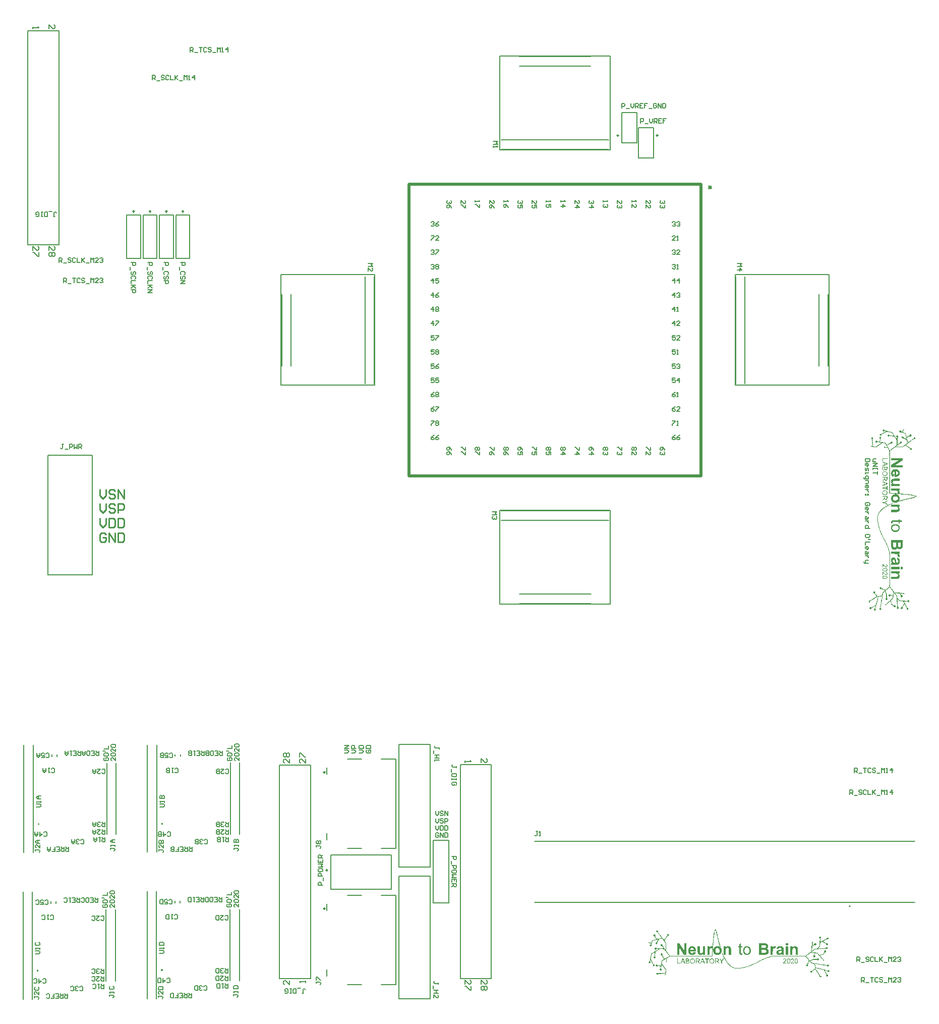
<source format=gto>
G04*
G04 #@! TF.GenerationSoftware,Altium Limited,Altium Designer,20.0.14 (345)*
G04*
G04 Layer_Color=65535*
%FSLAX25Y25*%
%MOIN*%
G70*
G01*
G75*
%ADD18C,0.01000*%
%ADD57C,0.00500*%
%ADD58C,0.00787*%
%ADD59C,0.00600*%
%ADD60C,0.00984*%
%ADD61C,0.00945*%
%ADD62C,0.01968*%
G36*
X583437Y376562D02*
X583556D01*
Y376443D01*
X583437D01*
Y376324D01*
X583081D01*
Y376205D01*
X582962D01*
Y376087D01*
X582843D01*
Y375849D01*
X582724D01*
Y375611D01*
X582605D01*
Y375492D01*
X582486D01*
Y375373D01*
X582605D01*
Y375255D01*
X582486D01*
Y375136D01*
X582367D01*
Y375017D01*
X582724D01*
Y374898D01*
X582843D01*
Y374779D01*
X582962D01*
Y374898D01*
X583081D01*
Y374779D01*
X583199D01*
Y374660D01*
X583556D01*
Y374541D01*
X583913D01*
Y374422D01*
X584269D01*
Y374304D01*
X584507D01*
Y373590D01*
X584626D01*
Y373115D01*
X584745D01*
Y372520D01*
X584864D01*
Y372045D01*
X584983D01*
Y371688D01*
X585102D01*
Y371807D01*
X585220D01*
Y371926D01*
X585458D01*
Y372045D01*
X585696D01*
Y372164D01*
X585815D01*
Y372283D01*
X586053D01*
Y372401D01*
X586290D01*
Y372520D01*
X586528D01*
Y372639D01*
X586766D01*
Y372758D01*
X587004D01*
Y373234D01*
X587122D01*
Y373353D01*
X587241D01*
Y373471D01*
X587360D01*
Y373590D01*
X587479D01*
Y373709D01*
X587598D01*
Y373590D01*
X587955D01*
Y373471D01*
X588073D01*
Y373353D01*
X588192D01*
Y373234D01*
X588311D01*
Y372639D01*
X588192D01*
Y372520D01*
X588073D01*
Y372283D01*
X587836D01*
Y372164D01*
X587717D01*
Y372283D01*
X587598D01*
Y372164D01*
X587479D01*
Y372283D01*
X587241D01*
Y372401D01*
X587004D01*
Y372283D01*
X586885D01*
Y372164D01*
X586766D01*
Y372283D01*
X586647D01*
Y372164D01*
X586528D01*
Y372045D01*
X586409D01*
Y371926D01*
X586290D01*
Y372045D01*
X586171D01*
Y371926D01*
X586053D01*
Y371807D01*
X585934D01*
Y371688D01*
X585577D01*
Y371569D01*
X585458D01*
Y371450D01*
X585220D01*
Y371332D01*
X585102D01*
Y371094D01*
X585220D01*
Y370499D01*
X585339D01*
Y370024D01*
X585458D01*
Y369548D01*
X585577D01*
Y368954D01*
X585696D01*
Y368597D01*
X585815D01*
Y368122D01*
X586053D01*
Y368241D01*
X586171D01*
Y368360D01*
X586409D01*
Y368597D01*
X586528D01*
Y368716D01*
X586766D01*
Y368835D01*
X587004D01*
Y368954D01*
X587122D01*
Y369073D01*
X587241D01*
Y369192D01*
X587360D01*
Y369311D01*
X587479D01*
Y369429D01*
X587717D01*
Y369548D01*
X587955D01*
Y369667D01*
X588073D01*
Y369786D01*
X588192D01*
Y369905D01*
X588311D01*
Y370024D01*
X588549D01*
Y370143D01*
X588668D01*
Y370262D01*
X588905D01*
Y370380D01*
X589024D01*
Y370499D01*
X589143D01*
Y370618D01*
X589381D01*
Y370856D01*
X589619D01*
Y371213D01*
X589738D01*
Y371569D01*
X589975D01*
Y371688D01*
X590570D01*
Y371569D01*
X590689D01*
Y371332D01*
X590807D01*
Y371094D01*
X590926D01*
Y370975D01*
X590807D01*
Y370737D01*
X590689D01*
Y370618D01*
X590570D01*
Y370499D01*
X589738D01*
Y370380D01*
X589500D01*
Y370262D01*
X589381D01*
Y370143D01*
X589262D01*
Y370024D01*
X589143D01*
Y369905D01*
X589024D01*
Y369786D01*
X588787D01*
Y369667D01*
X588549D01*
Y369548D01*
X588430D01*
Y369429D01*
X588311D01*
Y369311D01*
X588192D01*
Y369192D01*
X587836D01*
Y368954D01*
X587598D01*
Y368835D01*
X587479D01*
Y368716D01*
X587360D01*
Y368597D01*
X587241D01*
Y368478D01*
X587122D01*
Y368360D01*
X586766D01*
Y368241D01*
X586647D01*
Y368122D01*
X586528D01*
Y368003D01*
X586409D01*
Y367884D01*
X586171D01*
Y367765D01*
X585934D01*
Y367646D01*
X585815D01*
Y367528D01*
X585696D01*
Y367409D01*
X585577D01*
Y367290D01*
X585458D01*
Y367171D01*
X585220D01*
Y367052D01*
X584983D01*
Y366933D01*
X584864D01*
Y366814D01*
X584745D01*
Y366695D01*
X584507D01*
Y366458D01*
X584745D01*
Y366339D01*
X584983D01*
Y366220D01*
X585102D01*
Y366101D01*
X585220D01*
Y365982D01*
X585458D01*
Y365863D01*
X585696D01*
Y365744D01*
X585815D01*
Y365626D01*
X585934D01*
Y365507D01*
X586171D01*
Y365388D01*
X586409D01*
Y365269D01*
X586528D01*
Y365150D01*
X586647D01*
Y365031D01*
X586885D01*
Y364793D01*
X587004D01*
Y364912D01*
X587122D01*
Y364793D01*
X587241D01*
Y364674D01*
X587360D01*
Y364556D01*
X587955D01*
Y364674D01*
X588073D01*
Y364556D01*
X588311D01*
Y364318D01*
X588430D01*
Y364199D01*
X588549D01*
Y363605D01*
X588430D01*
Y363486D01*
X588311D01*
Y363367D01*
X588192D01*
Y363248D01*
X587598D01*
Y363367D01*
X587479D01*
Y363723D01*
X587360D01*
Y363842D01*
X587241D01*
Y363961D01*
X587360D01*
Y363842D01*
X587479D01*
Y363961D01*
X587360D01*
Y364080D01*
X587241D01*
Y364199D01*
X587122D01*
Y364318D01*
X587004D01*
Y364437D01*
X586885D01*
Y364556D01*
X586528D01*
Y364674D01*
X586409D01*
Y364793D01*
X586290D01*
Y364912D01*
X586171D01*
Y365031D01*
X585934D01*
Y365150D01*
X585696D01*
Y365388D01*
X585458D01*
Y365507D01*
X585102D01*
Y365626D01*
X584983D01*
Y365863D01*
X584745D01*
Y365982D01*
X584388D01*
Y366101D01*
X584269D01*
Y366220D01*
X584150D01*
Y366339D01*
X584032D01*
Y366220D01*
X583913D01*
Y366101D01*
X583794D01*
Y365982D01*
X583675D01*
Y365863D01*
X583556D01*
Y365744D01*
X583199D01*
Y365626D01*
X583081D01*
Y365507D01*
X582962D01*
Y365388D01*
X582843D01*
Y365269D01*
X582605D01*
Y365150D01*
X582011D01*
Y365269D01*
X581892D01*
Y365031D01*
X581773D01*
Y365150D01*
X581416D01*
Y365031D01*
X581297D01*
Y365150D01*
X580941D01*
Y365031D01*
X580822D01*
Y365150D01*
X580465D01*
Y365031D01*
X580346D01*
Y365150D01*
X579990D01*
Y365031D01*
X579871D01*
Y365150D01*
X579514D01*
Y365031D01*
X579395D01*
Y365150D01*
X579039D01*
Y365031D01*
X578920D01*
Y365150D01*
X578563D01*
Y365031D01*
X578444D01*
Y365150D01*
X578326D01*
Y365031D01*
X578207D01*
Y365150D01*
X578088D01*
Y365031D01*
X577969D01*
Y365150D01*
X577850D01*
Y365031D01*
X577731D01*
Y365150D01*
X577612D01*
Y365031D01*
X577493D01*
Y365150D01*
X577375D01*
Y365031D01*
X577256D01*
Y364912D01*
X577137D01*
Y364793D01*
X577018D01*
Y364912D01*
X576899D01*
Y364793D01*
X576780D01*
Y364674D01*
X576661D01*
Y364556D01*
X576542D01*
Y364437D01*
X576424D01*
Y364318D01*
X576305D01*
Y364199D01*
X576186D01*
Y364080D01*
X575829D01*
Y363961D01*
X575710D01*
Y363842D01*
X575591D01*
Y363723D01*
X575472D01*
Y363605D01*
X575235D01*
Y363486D01*
X574997D01*
Y363248D01*
X574759D01*
Y363129D01*
X574640D01*
Y363010D01*
X574521D01*
Y362891D01*
X574284D01*
Y362654D01*
X574165D01*
Y362772D01*
X574046D01*
Y362178D01*
X573927D01*
Y362059D01*
X574046D01*
Y361703D01*
X573927D01*
Y361584D01*
X574046D01*
Y361227D01*
X573927D01*
Y361108D01*
X574046D01*
Y360752D01*
X573927D01*
Y360633D01*
X574046D01*
Y360276D01*
X573927D01*
Y360157D01*
X574046D01*
Y359801D01*
X573927D01*
Y359682D01*
X574046D01*
Y359325D01*
X573927D01*
Y359206D01*
X574046D01*
Y358850D01*
X573927D01*
Y358731D01*
X574046D01*
Y358374D01*
X573927D01*
Y358255D01*
X574046D01*
Y357898D01*
X573927D01*
Y357780D01*
X574046D01*
Y357423D01*
X573927D01*
Y357304D01*
X574046D01*
Y356947D01*
X573927D01*
Y356829D01*
X574046D01*
Y356472D01*
X573927D01*
Y356353D01*
X574046D01*
Y355996D01*
X573927D01*
Y355878D01*
X574046D01*
Y355521D01*
X573927D01*
Y355402D01*
X574046D01*
Y355046D01*
X573927D01*
Y354927D01*
X574046D01*
Y354570D01*
X573927D01*
Y354451D01*
X574046D01*
Y354095D01*
X573927D01*
Y353976D01*
X574046D01*
Y353619D01*
X573927D01*
Y353500D01*
X574046D01*
Y353144D01*
X573927D01*
Y353025D01*
X574046D01*
Y352668D01*
X573927D01*
Y352549D01*
X574046D01*
Y352192D01*
X573927D01*
Y352074D01*
X574046D01*
Y351717D01*
X573927D01*
Y351598D01*
X574046D01*
Y351241D01*
X573927D01*
Y351123D01*
X574046D01*
Y350766D01*
X573927D01*
Y350647D01*
X574046D01*
Y350290D01*
X573927D01*
Y350172D01*
X574046D01*
Y349815D01*
X573927D01*
Y349696D01*
X574046D01*
Y349339D01*
X573927D01*
Y349221D01*
X574046D01*
Y348864D01*
X573927D01*
Y348745D01*
X574046D01*
Y348388D01*
X573927D01*
Y348270D01*
X574046D01*
Y347913D01*
X573927D01*
Y347794D01*
X574046D01*
Y347437D01*
X573927D01*
Y347319D01*
X574046D01*
Y346962D01*
X573927D01*
Y346843D01*
X574046D01*
Y346486D01*
X573927D01*
Y346368D01*
X574046D01*
Y346011D01*
X573927D01*
Y345892D01*
X574046D01*
Y345535D01*
X573927D01*
Y345416D01*
X574046D01*
Y345060D01*
X573927D01*
Y344941D01*
X574046D01*
Y344584D01*
X573927D01*
Y344465D01*
X574046D01*
Y344109D01*
X573927D01*
Y343990D01*
X574046D01*
Y343633D01*
X573927D01*
Y343514D01*
X574046D01*
Y343158D01*
X573927D01*
Y343039D01*
X574046D01*
Y342682D01*
X573927D01*
Y342564D01*
X574046D01*
Y342207D01*
X573927D01*
Y342088D01*
X574046D01*
Y341731D01*
X573927D01*
Y341613D01*
X574046D01*
Y341256D01*
X573927D01*
Y341137D01*
X574046D01*
Y340780D01*
X573927D01*
Y340662D01*
X574046D01*
Y340305D01*
X573927D01*
Y340186D01*
X574046D01*
Y339829D01*
X573927D01*
Y339710D01*
X574046D01*
Y339354D01*
X573927D01*
Y339235D01*
X574046D01*
Y338878D01*
X573927D01*
Y338759D01*
X574046D01*
Y338403D01*
X573927D01*
Y338284D01*
X574046D01*
Y337927D01*
X573927D01*
Y337808D01*
X574046D01*
Y337452D01*
X573927D01*
Y337333D01*
X574046D01*
Y336976D01*
X573927D01*
Y336857D01*
X574046D01*
Y336501D01*
X573927D01*
Y336382D01*
X574046D01*
Y336025D01*
X573927D01*
Y335906D01*
X574046D01*
Y335550D01*
X573927D01*
Y335431D01*
X574046D01*
Y334837D01*
X574165D01*
Y334955D01*
X574284D01*
Y334837D01*
X574403D01*
Y334955D01*
X574521D01*
Y334837D01*
X574878D01*
Y334955D01*
X574997D01*
Y334837D01*
X575354D01*
Y334955D01*
X575472D01*
Y334837D01*
X576067D01*
Y334718D01*
X576186D01*
Y334599D01*
X576305D01*
Y334718D01*
X576186D01*
Y334837D01*
X576305D01*
Y334718D01*
X576424D01*
Y334599D01*
X576542D01*
Y334718D01*
X576661D01*
Y334599D01*
X576780D01*
Y334718D01*
X576899D01*
Y334599D01*
X577018D01*
Y334718D01*
X577137D01*
Y334599D01*
X577256D01*
Y334718D01*
X577375D01*
Y334599D01*
X577493D01*
Y334718D01*
X577612D01*
Y334599D01*
X577731D01*
Y334718D01*
X577850D01*
Y334599D01*
X577969D01*
Y334718D01*
X578088D01*
Y334599D01*
X578207D01*
Y334718D01*
X578326D01*
Y334599D01*
X578444D01*
Y334718D01*
X578563D01*
Y334599D01*
X579493D01*
X578901Y334815D01*
X578912Y334826D01*
X578933Y334880D01*
X578977Y334946D01*
X579021Y335033D01*
X579065Y335143D01*
X579108Y335252D01*
X579130Y335372D01*
X579141Y335493D01*
Y335536D01*
X579130Y335602D01*
X579119Y335667D01*
X579097Y335744D01*
X579065Y335831D01*
X579021Y335919D01*
X578966Y336006D01*
X578955Y336017D01*
X578933Y336039D01*
X578890Y336083D01*
X578824Y336126D01*
X578748Y336181D01*
X578638Y336236D01*
X578507Y336291D01*
X578354Y336334D01*
X578332D01*
X578300Y336345D01*
X578267Y336356D01*
X578212D01*
X578147Y336367D01*
X578059Y336378D01*
X577961Y336389D01*
X577851Y336400D01*
X577709Y336411D01*
X577567Y336422D01*
X577392D01*
X577207Y336433D01*
X576999Y336443D01*
X574835D01*
Y337897D01*
X580322D01*
Y336553D01*
X579546D01*
X579557Y336542D01*
X579622Y336498D01*
X579720Y336433D01*
X579841Y336345D01*
X579961Y336258D01*
X580081Y336148D01*
X580190Y336050D01*
X580267Y335941D01*
X580278Y335930D01*
X580300Y335897D01*
X580322Y335831D01*
X580354Y335755D01*
X580387Y335667D01*
X580420Y335558D01*
X580431Y335449D01*
X580442Y335318D01*
Y335230D01*
X580431Y335132D01*
X580409Y335012D01*
X580376Y334859D01*
X580322Y334695D01*
X580256Y334531D01*
X580227Y334480D01*
X580228D01*
Y334361D01*
X580346D01*
Y334480D01*
X580703D01*
Y334361D01*
X580822D01*
Y334480D01*
X581179D01*
Y334361D01*
X581297D01*
Y334480D01*
X581416D01*
Y334361D01*
X581535D01*
Y334480D01*
X581654D01*
Y334361D01*
X582011D01*
Y334480D01*
X582130D01*
Y334361D01*
X582724D01*
Y334242D01*
X582843D01*
Y334123D01*
X582962D01*
Y334242D01*
X583318D01*
Y334123D01*
X583437D01*
Y334242D01*
X583556D01*
Y334123D01*
X583675D01*
Y334242D01*
X583794D01*
Y334123D01*
X583913D01*
Y334242D01*
X584032D01*
Y334123D01*
X584150D01*
Y334242D01*
X584269D01*
Y334123D01*
X584388D01*
Y334242D01*
X584507D01*
Y334123D01*
X584626D01*
Y334242D01*
X584745D01*
Y334123D01*
X585339D01*
Y334004D01*
X585458D01*
Y333886D01*
X585577D01*
Y334004D01*
X585934D01*
Y333886D01*
X586053D01*
Y334004D01*
X586409D01*
Y333886D01*
X586528D01*
Y334004D01*
X586647D01*
Y333886D01*
X586766D01*
Y334004D01*
X586885D01*
Y333886D01*
X587360D01*
Y333767D01*
X587598D01*
Y333648D01*
X587717D01*
Y333767D01*
X587598D01*
Y333886D01*
X587717D01*
Y333767D01*
X588073D01*
Y333648D01*
X588192D01*
Y333767D01*
X588311D01*
Y333648D01*
X588430D01*
Y333767D01*
X588549D01*
Y333648D01*
X588905D01*
Y333529D01*
X589262D01*
Y333410D01*
X589381D01*
Y333529D01*
X589738D01*
Y333410D01*
X589856D01*
Y333529D01*
X589975D01*
Y333410D01*
X590213D01*
Y333291D01*
X590451D01*
Y333172D01*
X590570D01*
Y333291D01*
X590689D01*
Y333172D01*
X590807D01*
Y333291D01*
X590926D01*
Y333172D01*
X591045D01*
Y333053D01*
X591164D01*
Y332934D01*
X591283D01*
Y333053D01*
X591402D01*
Y332934D01*
X591521D01*
Y332816D01*
X591640D01*
Y332697D01*
X591521D01*
Y332816D01*
X591402D01*
Y332697D01*
X591521D01*
Y332578D01*
X591640D01*
Y332459D01*
X591521D01*
Y332340D01*
X591402D01*
Y332221D01*
X591164D01*
Y332102D01*
X590926D01*
Y331983D01*
X590807D01*
Y332102D01*
X590689D01*
Y331983D01*
X590570D01*
Y331865D01*
X590213D01*
Y331746D01*
X590094D01*
Y331865D01*
X589975D01*
Y331746D01*
X589619D01*
Y331627D01*
X589262D01*
Y331508D01*
X589143D01*
Y331627D01*
X589024D01*
Y331508D01*
X588787D01*
Y331389D01*
X588311D01*
Y331270D01*
X588192D01*
Y331389D01*
X588073D01*
Y331270D01*
X587717D01*
Y331151D01*
X587360D01*
Y331032D01*
X587241D01*
Y331151D01*
X587122D01*
Y331032D01*
X587004D01*
Y331151D01*
X586885D01*
Y331032D01*
X586766D01*
Y330914D01*
X586647D01*
Y331032D01*
X586528D01*
Y330914D01*
X586171D01*
Y330795D01*
X586053D01*
Y330914D01*
X585934D01*
Y330795D01*
X585696D01*
Y330676D01*
X585458D01*
Y330557D01*
X585339D01*
Y330676D01*
X585220D01*
Y330557D01*
X585102D01*
Y330676D01*
X584983D01*
Y330557D01*
X584626D01*
Y330438D01*
X584269D01*
Y330319D01*
X584150D01*
Y330438D01*
X584032D01*
Y330319D01*
X583794D01*
Y330200D01*
X583318D01*
Y330082D01*
X583199D01*
Y330200D01*
X583081D01*
Y330082D01*
X582724D01*
Y329963D01*
X582605D01*
Y329844D01*
X582486D01*
Y329963D01*
X582367D01*
Y329844D01*
X582011D01*
Y329725D01*
X581654D01*
Y329606D01*
X581535D01*
Y329725D01*
X581416D01*
Y329606D01*
X581060D01*
Y329487D01*
X580941D01*
Y329368D01*
X580822D01*
Y329487D01*
X580703D01*
Y329368D01*
X580346D01*
Y329249D01*
X579990D01*
Y329368D01*
X580109D01*
Y329487D01*
X579990D01*
Y329606D01*
X580109D01*
Y329725D01*
X580228D01*
Y329606D01*
X580346D01*
Y329725D01*
X580465D01*
Y329844D01*
X580822D01*
Y329963D01*
X580941D01*
Y329844D01*
X581060D01*
Y329963D01*
X581179D01*
Y330082D01*
X581297D01*
Y329963D01*
X581416D01*
Y330082D01*
X581535D01*
Y330200D01*
X581654D01*
Y330082D01*
X581773D01*
Y330200D01*
X582130D01*
Y330082D01*
X582248D01*
Y330200D01*
X582130D01*
Y330319D01*
X582248D01*
Y330438D01*
X582367D01*
Y330319D01*
X582486D01*
Y330438D01*
X582605D01*
Y330319D01*
X582724D01*
Y330438D01*
X582843D01*
Y330319D01*
X582962D01*
Y330438D01*
X582843D01*
Y330557D01*
X582962D01*
Y330438D01*
X583081D01*
Y330557D01*
X583437D01*
Y330676D01*
X583556D01*
Y330557D01*
X583675D01*
Y330676D01*
X584032D01*
Y330795D01*
X584150D01*
Y330914D01*
X584269D01*
Y330795D01*
X584388D01*
Y330914D01*
X584507D01*
Y330795D01*
X584626D01*
Y330914D01*
X584745D01*
Y331032D01*
X584864D01*
Y330914D01*
X584983D01*
Y331032D01*
X585339D01*
Y331151D01*
X585458D01*
Y331032D01*
X585577D01*
Y331151D01*
X585934D01*
Y331032D01*
X586053D01*
Y331151D01*
X585934D01*
Y331270D01*
X586290D01*
Y331389D01*
X586409D01*
Y331270D01*
X586528D01*
Y331389D01*
X586647D01*
Y331270D01*
X586766D01*
Y331389D01*
X587122D01*
Y331508D01*
X587241D01*
Y331627D01*
X587360D01*
Y331508D01*
X587479D01*
Y331627D01*
X587598D01*
Y331508D01*
X587717D01*
Y331627D01*
X587836D01*
Y331508D01*
X587955D01*
Y331627D01*
X587836D01*
Y331746D01*
X587955D01*
Y331627D01*
X588073D01*
Y331746D01*
X588192D01*
Y331865D01*
X588311D01*
Y331746D01*
X588430D01*
Y331865D01*
X588549D01*
Y331746D01*
X588668D01*
Y331865D01*
X589024D01*
Y331983D01*
X589143D01*
Y332102D01*
X589262D01*
Y331983D01*
X589381D01*
Y332102D01*
X589500D01*
Y331983D01*
X589619D01*
Y332102D01*
X589738D01*
Y331983D01*
X589856D01*
Y332102D01*
X589738D01*
Y332221D01*
X589856D01*
Y332102D01*
X589975D01*
Y332221D01*
X590094D01*
Y332340D01*
X590213D01*
Y332221D01*
X590332D01*
Y332340D01*
X590451D01*
Y332221D01*
X590570D01*
Y332340D01*
X590689D01*
Y332459D01*
X591045D01*
Y332578D01*
X591164D01*
Y332697D01*
X591045D01*
Y332816D01*
X590926D01*
Y332697D01*
X590807D01*
Y332816D01*
X590451D01*
Y332934D01*
X590332D01*
Y333053D01*
X590213D01*
Y332934D01*
X590094D01*
Y333053D01*
X589500D01*
Y333172D01*
X588905D01*
Y333291D01*
X588787D01*
Y333172D01*
X588668D01*
Y333291D01*
X588549D01*
Y333172D01*
X588430D01*
Y333291D01*
X588073D01*
Y333410D01*
X587479D01*
Y333529D01*
X587360D01*
Y333410D01*
X587241D01*
Y333529D01*
X587122D01*
Y333410D01*
X587004D01*
Y333529D01*
X585934D01*
Y333648D01*
X585339D01*
Y333767D01*
X585220D01*
Y333648D01*
X585102D01*
Y333767D01*
X584983D01*
Y333648D01*
X584864D01*
Y333767D01*
X584745D01*
Y333648D01*
X584626D01*
Y333767D01*
X583794D01*
Y333886D01*
X583199D01*
Y334004D01*
X583081D01*
Y333886D01*
X582724D01*
Y334004D01*
X582605D01*
Y333886D01*
X582486D01*
Y334004D01*
X582367D01*
Y333886D01*
X582248D01*
Y334004D01*
X582130D01*
Y333886D01*
X582011D01*
Y334004D01*
X581654D01*
Y333886D01*
X581535D01*
Y334004D01*
X580941D01*
Y334123D01*
X580822D01*
Y334004D01*
X580703D01*
Y334123D01*
X580109D01*
Y334242D01*
X579990D01*
Y334123D01*
X579871D01*
Y334242D01*
X579752D01*
Y334123D01*
X579633D01*
Y334242D01*
X579514D01*
Y334123D01*
X579395D01*
Y334242D01*
X579277D01*
Y334123D01*
X579158D01*
Y334242D01*
X579039D01*
Y334123D01*
X578920D01*
Y334242D01*
X578801D01*
Y334123D01*
X578682D01*
Y334242D01*
X578088D01*
Y334123D01*
X577969D01*
Y334242D01*
X577850D01*
Y334361D01*
X577493D01*
Y334242D01*
X577375D01*
Y334361D01*
X577256D01*
Y334242D01*
X577137D01*
Y334361D01*
X577018D01*
Y334480D01*
X576899D01*
Y334361D01*
X576067D01*
Y334480D01*
X575948D01*
Y334361D01*
X575829D01*
Y334480D01*
X575710D01*
Y334361D01*
X575591D01*
Y334480D01*
X575472D01*
Y334361D01*
X575354D01*
Y334480D01*
X575235D01*
Y334361D01*
X575116D01*
Y334480D01*
X574997D01*
Y334361D01*
X574878D01*
Y334480D01*
X574521D01*
Y334361D01*
X574403D01*
Y334480D01*
X573808D01*
Y334599D01*
X573689D01*
Y334718D01*
X573570D01*
Y334837D01*
X573689D01*
Y334955D01*
X573570D01*
Y335074D01*
X573689D01*
Y335193D01*
X573570D01*
Y335312D01*
X573689D01*
Y335431D01*
X573570D01*
Y335550D01*
X573689D01*
Y335669D01*
X573570D01*
Y335788D01*
X573689D01*
Y335906D01*
X573570D01*
Y336025D01*
X573689D01*
Y336144D01*
X573570D01*
Y336263D01*
X573689D01*
Y336382D01*
X573570D01*
Y336501D01*
X573689D01*
Y336620D01*
X573570D01*
Y336738D01*
X573689D01*
Y336857D01*
X573570D01*
Y336976D01*
X573689D01*
Y337095D01*
X573570D01*
Y337214D01*
X573689D01*
Y337333D01*
X573570D01*
Y337452D01*
X573689D01*
Y337571D01*
X573570D01*
Y337690D01*
X573689D01*
Y337808D01*
X573570D01*
Y337927D01*
X573689D01*
Y338046D01*
X573570D01*
Y338165D01*
X573689D01*
Y338284D01*
X573570D01*
Y338403D01*
X573689D01*
Y338522D01*
X573570D01*
Y338641D01*
X573689D01*
Y338759D01*
X573570D01*
Y338878D01*
X573689D01*
Y338997D01*
X573570D01*
Y339116D01*
X573689D01*
Y339235D01*
X573570D01*
Y339354D01*
X573689D01*
Y339473D01*
X573570D01*
Y339592D01*
X573689D01*
Y339710D01*
X573570D01*
Y339829D01*
X573689D01*
Y339948D01*
X573570D01*
Y340067D01*
X573689D01*
Y340186D01*
X573570D01*
Y340305D01*
X573689D01*
Y340424D01*
X573570D01*
Y340543D01*
X573689D01*
Y340662D01*
X573570D01*
Y340780D01*
X573689D01*
Y340899D01*
X573570D01*
Y341018D01*
X573689D01*
Y341137D01*
X573570D01*
Y341256D01*
X573689D01*
Y341375D01*
X573570D01*
Y341494D01*
X573689D01*
Y341613D01*
X573570D01*
Y341731D01*
X573689D01*
Y341850D01*
X573570D01*
Y341969D01*
X573689D01*
Y342088D01*
X573570D01*
Y342207D01*
X573689D01*
Y342326D01*
X573570D01*
Y342445D01*
X573689D01*
Y342564D01*
X573570D01*
Y342682D01*
X573689D01*
Y342801D01*
X573570D01*
Y342920D01*
X573689D01*
Y343039D01*
X573570D01*
Y343158D01*
X573689D01*
Y343277D01*
X573570D01*
Y343396D01*
X573689D01*
Y343514D01*
X573570D01*
Y343633D01*
X573689D01*
Y343752D01*
X573570D01*
Y343871D01*
X573689D01*
Y343990D01*
X573570D01*
Y344109D01*
X573689D01*
Y344228D01*
X573570D01*
Y344347D01*
X573689D01*
Y344465D01*
X573570D01*
Y344584D01*
X573689D01*
Y344703D01*
X573570D01*
Y344822D01*
X573689D01*
Y344941D01*
X573570D01*
Y345060D01*
X573689D01*
Y345179D01*
X573570D01*
Y345298D01*
X573689D01*
Y345416D01*
X573570D01*
Y345535D01*
X573689D01*
Y345654D01*
X573570D01*
Y345773D01*
X573689D01*
Y345892D01*
X573570D01*
Y346011D01*
X573689D01*
Y346130D01*
X573570D01*
Y346249D01*
X573689D01*
Y346368D01*
X573570D01*
Y346486D01*
X573689D01*
Y346605D01*
X573570D01*
Y346724D01*
X573689D01*
Y346843D01*
X573570D01*
Y346962D01*
X573689D01*
Y347081D01*
X573570D01*
Y347200D01*
X573689D01*
Y347319D01*
X573570D01*
Y347437D01*
X573689D01*
Y347556D01*
X573570D01*
Y347675D01*
X573689D01*
Y347794D01*
X573570D01*
Y347913D01*
X573689D01*
Y348032D01*
X573570D01*
Y348151D01*
X573689D01*
Y348270D01*
X573570D01*
Y348388D01*
X573689D01*
Y348507D01*
X573570D01*
Y348626D01*
X573689D01*
Y348745D01*
X573570D01*
Y348864D01*
X573689D01*
Y348983D01*
X573570D01*
Y349102D01*
X573689D01*
Y349221D01*
X573570D01*
Y349339D01*
X573689D01*
Y349458D01*
X573570D01*
Y349577D01*
X573689D01*
Y349696D01*
X573570D01*
Y349815D01*
X573689D01*
Y349934D01*
X573570D01*
Y350053D01*
X573689D01*
Y350172D01*
X573570D01*
Y350290D01*
X573689D01*
Y350409D01*
X573570D01*
Y350528D01*
X573689D01*
Y350647D01*
X573570D01*
Y350766D01*
X573689D01*
Y350885D01*
X573570D01*
Y351004D01*
X573689D01*
Y351123D01*
X573570D01*
Y351241D01*
X573689D01*
Y351360D01*
X573570D01*
Y351479D01*
X573689D01*
Y351598D01*
X573570D01*
Y351717D01*
X573689D01*
Y351836D01*
X573570D01*
Y351955D01*
X573689D01*
Y352074D01*
X573570D01*
Y352192D01*
X573689D01*
Y352311D01*
X573570D01*
Y352430D01*
X573689D01*
Y352549D01*
X573570D01*
Y352668D01*
X573689D01*
Y352787D01*
X573570D01*
Y352906D01*
X573689D01*
Y353025D01*
X573570D01*
Y353144D01*
X573689D01*
Y353262D01*
X573570D01*
Y353381D01*
X573689D01*
Y353500D01*
X573570D01*
Y353619D01*
X573689D01*
Y353738D01*
X573570D01*
Y353857D01*
X573689D01*
Y353976D01*
X573570D01*
Y354095D01*
X573689D01*
Y354213D01*
X573570D01*
Y354332D01*
X573689D01*
Y354451D01*
X573570D01*
Y354570D01*
X573689D01*
Y354689D01*
X573570D01*
Y354808D01*
X573689D01*
Y354927D01*
X573570D01*
Y355046D01*
X573689D01*
Y355164D01*
X573570D01*
Y355283D01*
X573689D01*
Y355402D01*
X573570D01*
Y355521D01*
X573689D01*
Y355640D01*
X573570D01*
Y355759D01*
X573689D01*
Y355878D01*
X573570D01*
Y355996D01*
X573689D01*
Y356115D01*
X573570D01*
Y356234D01*
X573689D01*
Y356353D01*
X573570D01*
Y356472D01*
X573689D01*
Y356591D01*
X573570D01*
Y356710D01*
X573689D01*
Y356829D01*
X573570D01*
Y356947D01*
X573689D01*
Y357066D01*
X573570D01*
Y357185D01*
X573689D01*
Y357304D01*
X573570D01*
Y357423D01*
X573689D01*
Y357542D01*
X573570D01*
Y357661D01*
X573689D01*
Y357780D01*
X573570D01*
Y357898D01*
X573689D01*
Y358017D01*
X573570D01*
Y358136D01*
X573689D01*
Y358255D01*
X573570D01*
Y358374D01*
X573689D01*
Y358493D01*
X573570D01*
Y358612D01*
X573689D01*
Y358731D01*
X573570D01*
Y358850D01*
X573689D01*
Y358968D01*
X573570D01*
Y359087D01*
X573689D01*
Y359206D01*
X573570D01*
Y359325D01*
X573689D01*
Y359444D01*
X573570D01*
Y359563D01*
X573689D01*
Y359682D01*
X573570D01*
Y359801D01*
X573689D01*
Y359919D01*
X573570D01*
Y360038D01*
X573689D01*
Y360157D01*
X573570D01*
Y360276D01*
X573689D01*
Y360395D01*
X573570D01*
Y360514D01*
X573689D01*
Y360633D01*
X573570D01*
Y360752D01*
X573689D01*
Y360870D01*
X573570D01*
Y360989D01*
X573689D01*
Y361108D01*
X573570D01*
Y361227D01*
X573689D01*
Y361346D01*
X573570D01*
Y361465D01*
X573689D01*
Y361584D01*
X573570D01*
Y361703D01*
X573689D01*
Y361822D01*
X573570D01*
Y361940D01*
X573689D01*
Y362059D01*
X573570D01*
Y362178D01*
X573689D01*
Y362297D01*
X573570D01*
Y362416D01*
X573689D01*
Y362535D01*
X573570D01*
Y362654D01*
X573689D01*
Y362772D01*
X573570D01*
Y362891D01*
X573452D01*
Y363248D01*
X573333D01*
Y363486D01*
X573095D01*
Y363723D01*
X572976D01*
Y363961D01*
X572857D01*
Y364080D01*
X572738D01*
Y364437D01*
X572619D01*
Y364556D01*
X572501D01*
Y364674D01*
X571668D01*
Y364793D01*
X571550D01*
Y364674D01*
X571431D01*
Y364793D01*
X571312D01*
Y364912D01*
X571193D01*
Y364793D01*
X570836D01*
Y364912D01*
X570717D01*
Y364793D01*
X570599D01*
Y364912D01*
X570004D01*
Y365388D01*
X570242D01*
Y365269D01*
X570361D01*
Y365388D01*
X570480D01*
Y365269D01*
X570599D01*
Y365388D01*
X570717D01*
Y365269D01*
X571312D01*
Y365150D01*
X571906D01*
Y365031D01*
X572025D01*
Y365150D01*
X572144D01*
Y365031D01*
X572263D01*
Y365150D01*
X572144D01*
Y365269D01*
X572263D01*
Y365388D01*
X572025D01*
Y365626D01*
X571906D01*
Y365744D01*
X571787D01*
Y365863D01*
X571906D01*
Y365982D01*
X571787D01*
Y366101D01*
X571668D01*
Y366220D01*
X571550D01*
Y366339D01*
X571431D01*
Y366458D01*
X571550D01*
Y366577D01*
X571312D01*
Y366814D01*
X571193D01*
Y366933D01*
X571074D01*
Y367290D01*
X570955D01*
Y367409D01*
X570836D01*
Y367646D01*
X570599D01*
Y367765D01*
X570480D01*
Y367646D01*
X570361D01*
Y367765D01*
X569766D01*
Y367884D01*
X568934D01*
Y368003D01*
X568815D01*
Y367884D01*
X568696D01*
Y367765D01*
X568578D01*
Y367646D01*
X568459D01*
Y367528D01*
X568340D01*
Y367409D01*
X568102D01*
Y367290D01*
X567864D01*
Y367171D01*
X567745D01*
Y367052D01*
X567627D01*
Y366933D01*
X567508D01*
Y366814D01*
X567389D01*
Y366695D01*
X567032D01*
Y366577D01*
X566913D01*
Y366458D01*
X566794D01*
Y366339D01*
X566676D01*
Y366220D01*
X566438D01*
Y366101D01*
X566200D01*
Y365982D01*
X566081D01*
Y365863D01*
X565962D01*
Y365744D01*
X565843D01*
Y365626D01*
X565725D01*
Y365507D01*
X565487D01*
Y365388D01*
X565249D01*
Y365269D01*
X565130D01*
Y365150D01*
X565011D01*
Y365031D01*
X564179D01*
Y365150D01*
X563347D01*
Y365269D01*
X563109D01*
Y365388D01*
X562991D01*
Y365269D01*
X562753D01*
Y365388D01*
X562634D01*
Y365269D01*
X562515D01*
Y365388D01*
X562040D01*
Y365507D01*
X561326D01*
Y366101D01*
X561445D01*
Y365982D01*
X561802D01*
Y365863D01*
X562277D01*
Y367290D01*
X562158D01*
Y367409D01*
X562277D01*
Y368003D01*
X562158D01*
Y368122D01*
X562277D01*
Y368241D01*
X562158D01*
Y368360D01*
X562277D01*
Y368478D01*
X562158D01*
Y368597D01*
X562277D01*
Y368716D01*
X562158D01*
Y369073D01*
X562277D01*
Y369192D01*
X562158D01*
Y370262D01*
X562040D01*
Y370380D01*
X561921D01*
Y370499D01*
X561802D01*
Y370618D01*
X561683D01*
Y370975D01*
X561564D01*
Y371094D01*
X561683D01*
Y371332D01*
X561802D01*
Y371569D01*
X562040D01*
Y371688D01*
X562515D01*
Y371569D01*
X562634D01*
Y371450D01*
X562753D01*
Y371332D01*
X562872D01*
Y370737D01*
X562753D01*
Y370499D01*
X562634D01*
Y370380D01*
X562515D01*
Y370143D01*
X562634D01*
Y370024D01*
X562515D01*
Y369667D01*
X562634D01*
Y369548D01*
X562515D01*
Y369429D01*
X562634D01*
Y369311D01*
X562515D01*
Y369192D01*
X562634D01*
Y369073D01*
X562515D01*
Y368954D01*
X562634D01*
Y368835D01*
X562515D01*
Y368716D01*
X562634D01*
Y365744D01*
X562872D01*
Y365626D01*
X562991D01*
Y365744D01*
X563228D01*
Y365626D01*
X563585D01*
Y365507D01*
X563704D01*
Y365626D01*
X563823D01*
Y365507D01*
X563941D01*
Y365626D01*
X564060D01*
Y365507D01*
X564655D01*
Y365388D01*
X564774D01*
Y365507D01*
X564892D01*
Y365626D01*
X565130D01*
Y365744D01*
X565249D01*
Y365863D01*
X565487D01*
Y365982D01*
X565606D01*
Y366101D01*
X565725D01*
Y366220D01*
X565843D01*
Y366339D01*
X566081D01*
Y366458D01*
X566319D01*
Y366577D01*
X566438D01*
Y366695D01*
X566557D01*
Y366814D01*
X566676D01*
Y366933D01*
X566794D01*
Y367052D01*
X567032D01*
Y367171D01*
X567270D01*
Y367290D01*
X567389D01*
Y367409D01*
X567508D01*
Y367528D01*
X567627D01*
Y367646D01*
X567745D01*
Y367765D01*
X567864D01*
Y367646D01*
X567983D01*
Y367884D01*
X568221D01*
Y368003D01*
X568102D01*
Y368122D01*
X567508D01*
Y368241D01*
X567389D01*
Y368122D01*
X567270D01*
Y368241D01*
X566913D01*
Y368360D01*
X566081D01*
Y368478D01*
X565487D01*
Y368241D01*
X565249D01*
Y368122D01*
X564655D01*
Y368241D01*
X564536D01*
Y368360D01*
X564417D01*
Y369192D01*
X564655D01*
Y369429D01*
X565249D01*
Y369311D01*
X565368D01*
Y369192D01*
X565487D01*
Y369073D01*
X565606D01*
Y368954D01*
X565725D01*
Y368835D01*
X566557D01*
Y368716D01*
X567151D01*
Y369311D01*
X567270D01*
Y369429D01*
X567151D01*
Y369548D01*
X567270D01*
Y370856D01*
X567151D01*
Y371094D01*
X567032D01*
Y371450D01*
X567151D01*
Y371569D01*
X567032D01*
Y371688D01*
X567151D01*
Y371926D01*
X567270D01*
Y372045D01*
X567627D01*
Y372164D01*
X567745D01*
Y372045D01*
X567864D01*
Y371926D01*
X568102D01*
Y371688D01*
X568221D01*
Y371569D01*
X568340D01*
Y371450D01*
X568221D01*
Y371094D01*
X568102D01*
Y370975D01*
X567983D01*
Y370856D01*
X567864D01*
Y370737D01*
X567745D01*
Y370618D01*
X567627D01*
Y370499D01*
X567745D01*
Y370380D01*
X567627D01*
Y369311D01*
X567508D01*
Y369192D01*
X567627D01*
Y369073D01*
X567508D01*
Y368954D01*
X567627D01*
Y368835D01*
X567508D01*
Y368597D01*
X567983D01*
Y368478D01*
X568221D01*
Y368360D01*
X568340D01*
Y368478D01*
X568578D01*
Y368360D01*
X568696D01*
Y368478D01*
X568815D01*
Y368360D01*
X569410D01*
Y368241D01*
X569766D01*
Y368122D01*
X569885D01*
Y368241D01*
X570004D01*
Y368122D01*
X570123D01*
Y368241D01*
X570242D01*
Y368122D01*
X570480D01*
Y368003D01*
X570717D01*
Y368122D01*
X570836D01*
Y368003D01*
X570955D01*
Y367884D01*
X571074D01*
Y367765D01*
X571193D01*
Y367646D01*
X571312D01*
Y367409D01*
X571431D01*
Y367171D01*
X571550D01*
Y367052D01*
X571668D01*
Y366695D01*
X571787D01*
Y366814D01*
X572025D01*
Y366933D01*
X572263D01*
Y367052D01*
X572382D01*
Y367171D01*
X572501D01*
Y367052D01*
X572619D01*
Y367171D01*
X572738D01*
Y367290D01*
X572976D01*
Y367409D01*
X573214D01*
Y367528D01*
X573333D01*
Y367646D01*
X573689D01*
Y367765D01*
X573808D01*
Y367884D01*
X573927D01*
Y367765D01*
X574046D01*
Y367884D01*
X574165D01*
Y368003D01*
X574284D01*
Y368122D01*
X574403D01*
Y368241D01*
X574521D01*
Y368360D01*
X574403D01*
Y368478D01*
X574521D01*
Y368597D01*
X574640D01*
Y368716D01*
X574759D01*
Y368835D01*
X575116D01*
Y368954D01*
X575235D01*
Y368835D01*
X575354D01*
Y368716D01*
X575472D01*
Y368597D01*
X575591D01*
Y368478D01*
X575710D01*
Y367884D01*
X575591D01*
Y367765D01*
X575354D01*
Y367528D01*
X574759D01*
Y367646D01*
X574640D01*
Y367765D01*
X574521D01*
Y367646D01*
X574403D01*
Y367528D01*
X574046D01*
Y367409D01*
X573808D01*
Y367290D01*
X573570D01*
Y367171D01*
X573452D01*
Y367052D01*
X573333D01*
Y366933D01*
X573214D01*
Y367052D01*
X573095D01*
Y366933D01*
X572857D01*
Y366814D01*
X572619D01*
Y366695D01*
X572501D01*
Y366577D01*
X572382D01*
Y366458D01*
X572263D01*
Y366577D01*
X572144D01*
Y366458D01*
X572025D01*
Y366339D01*
X572144D01*
Y365982D01*
X572263D01*
Y365863D01*
X572382D01*
Y365507D01*
X572501D01*
Y365388D01*
X572619D01*
Y365150D01*
X572738D01*
Y364912D01*
X572857D01*
Y364793D01*
X572976D01*
Y364674D01*
X573095D01*
Y364318D01*
X573214D01*
Y364199D01*
X573333D01*
Y363961D01*
X573452D01*
Y363605D01*
X573689D01*
Y363486D01*
X573570D01*
Y363367D01*
X573808D01*
Y363129D01*
X574165D01*
Y363248D01*
X574284D01*
Y363367D01*
X574403D01*
Y363486D01*
X574521D01*
Y363605D01*
X574640D01*
Y363723D01*
X574878D01*
Y363961D01*
X574997D01*
Y363842D01*
X575116D01*
Y363961D01*
X575235D01*
Y364080D01*
X575354D01*
Y364199D01*
X575472D01*
Y364318D01*
X575591D01*
Y364437D01*
X575829D01*
Y364556D01*
X576067D01*
Y364674D01*
X576186D01*
Y364793D01*
X576305D01*
Y364912D01*
X576424D01*
Y365031D01*
X576542D01*
Y365150D01*
X576661D01*
Y365031D01*
X576780D01*
Y365150D01*
X576899D01*
Y365269D01*
X577018D01*
Y365388D01*
X577256D01*
Y365507D01*
X577375D01*
Y365626D01*
X577493D01*
Y365744D01*
X577612D01*
Y365863D01*
X577850D01*
Y365982D01*
X577969D01*
Y366101D01*
X578088D01*
Y366220D01*
X578207D01*
Y366339D01*
X578444D01*
Y366577D01*
X578563D01*
Y366695D01*
X578444D01*
Y366814D01*
X578563D01*
Y366933D01*
X578444D01*
Y367052D01*
X578563D01*
Y367171D01*
X578444D01*
Y367290D01*
X578563D01*
Y367409D01*
X578444D01*
Y367528D01*
X578563D01*
Y369548D01*
X578444D01*
Y369667D01*
X578563D01*
Y369786D01*
X578326D01*
Y369905D01*
X578207D01*
Y370143D01*
X578088D01*
Y370380D01*
X577969D01*
Y370618D01*
X577850D01*
Y370737D01*
X577731D01*
Y370856D01*
X577612D01*
Y370975D01*
X577493D01*
Y371332D01*
X577375D01*
Y371450D01*
X577256D01*
Y371569D01*
X577137D01*
Y371926D01*
X577018D01*
Y372045D01*
X576899D01*
Y372164D01*
X576780D01*
Y372283D01*
X576661D01*
Y372164D01*
X576542D01*
Y372283D01*
X575710D01*
Y372401D01*
X575116D01*
Y372520D01*
X574997D01*
Y372401D01*
X574640D01*
Y372520D01*
X574521D01*
Y372401D01*
X574403D01*
Y372520D01*
X574284D01*
Y372401D01*
X574165D01*
Y372520D01*
X574046D01*
Y372401D01*
X573927D01*
Y372520D01*
X573570D01*
Y372401D01*
X573452D01*
Y372283D01*
X573333D01*
Y372164D01*
X573214D01*
Y372045D01*
X573095D01*
Y372164D01*
X572976D01*
Y372045D01*
X572857D01*
Y372164D01*
X572738D01*
Y372283D01*
X572619D01*
Y372401D01*
X572501D01*
Y372520D01*
X572382D01*
Y372639D01*
X572501D01*
Y372758D01*
X572382D01*
Y372877D01*
X572501D01*
Y373234D01*
X572619D01*
Y373353D01*
X572738D01*
Y373471D01*
X572857D01*
Y373353D01*
X572976D01*
Y373471D01*
X573095D01*
Y373353D01*
X573214D01*
Y373471D01*
X573333D01*
Y373353D01*
X573452D01*
Y373234D01*
X573570D01*
Y373115D01*
X573689D01*
Y372996D01*
X573808D01*
Y372877D01*
X573927D01*
Y372996D01*
X574046D01*
Y372877D01*
X575354D01*
Y372758D01*
X576186D01*
Y372639D01*
X576305D01*
Y372758D01*
X576424D01*
Y372877D01*
X576305D01*
Y373115D01*
X576067D01*
Y373471D01*
X575948D01*
Y373709D01*
X575710D01*
Y373947D01*
X575591D01*
Y374185D01*
X575472D01*
Y374304D01*
X575354D01*
Y374541D01*
X575116D01*
Y374660D01*
X574640D01*
Y374779D01*
X574165D01*
Y374898D01*
X573808D01*
Y375017D01*
X573214D01*
Y375136D01*
X572738D01*
Y375255D01*
X572263D01*
Y375373D01*
X572144D01*
Y375255D01*
X571787D01*
Y375136D01*
X571668D01*
Y375017D01*
X571431D01*
Y374898D01*
X571193D01*
Y374779D01*
X570955D01*
Y374660D01*
X570717D01*
Y374541D01*
X570480D01*
Y374422D01*
X570242D01*
Y374304D01*
X570123D01*
Y374185D01*
X569766D01*
Y374066D01*
X569529D01*
Y373947D01*
X569291D01*
Y373828D01*
X569172D01*
Y373709D01*
X568815D01*
Y373590D01*
X568696D01*
Y373471D01*
X568340D01*
Y372877D01*
X568221D01*
Y372758D01*
X568102D01*
Y372639D01*
X567508D01*
Y372758D01*
X567389D01*
Y372639D01*
X567270D01*
Y372996D01*
X567151D01*
Y373115D01*
X567032D01*
Y373234D01*
X567151D01*
Y373590D01*
X567270D01*
Y373828D01*
X567508D01*
Y373947D01*
X567864D01*
Y373828D01*
X567983D01*
Y373947D01*
X568102D01*
Y373828D01*
X568221D01*
Y373947D01*
X568340D01*
Y373828D01*
X568459D01*
Y373947D01*
X568578D01*
Y374066D01*
X568934D01*
Y374185D01*
X569053D01*
Y374304D01*
X569172D01*
Y374422D01*
X569291D01*
Y374304D01*
X569410D01*
Y374422D01*
X569529D01*
Y374541D01*
X569766D01*
Y374660D01*
X570004D01*
Y374779D01*
X570123D01*
Y374898D01*
X570242D01*
Y374779D01*
X570361D01*
Y374898D01*
X570480D01*
Y375017D01*
X570599D01*
Y375136D01*
X570955D01*
Y375255D01*
X571074D01*
Y375373D01*
X571193D01*
Y375255D01*
X571312D01*
Y375373D01*
X571431D01*
Y375492D01*
X571550D01*
Y375611D01*
X570955D01*
Y375730D01*
X570361D01*
Y375611D01*
X570242D01*
Y375492D01*
X569648D01*
Y375611D01*
X569529D01*
Y375730D01*
X569410D01*
Y375849D01*
X569291D01*
Y376205D01*
X569172D01*
Y376324D01*
X569291D01*
Y376443D01*
X569410D01*
Y376562D01*
X569529D01*
Y376681D01*
X569648D01*
Y376562D01*
X570004D01*
Y376681D01*
X570123D01*
Y376562D01*
X570480D01*
Y376205D01*
X570836D01*
Y376087D01*
X571193D01*
Y375968D01*
X571312D01*
Y376087D01*
X571431D01*
Y375968D01*
X571787D01*
Y375849D01*
X572025D01*
Y375730D01*
X572738D01*
Y375611D01*
X572857D01*
Y375492D01*
X572976D01*
Y375611D01*
X573095D01*
Y375492D01*
X573214D01*
Y375611D01*
X573333D01*
Y375492D01*
X573452D01*
Y375373D01*
X573570D01*
Y375492D01*
X573689D01*
Y375373D01*
X574046D01*
Y375255D01*
X574521D01*
Y375136D01*
X574997D01*
Y375017D01*
X575354D01*
Y374898D01*
X575472D01*
Y374779D01*
X575591D01*
Y374660D01*
X575710D01*
Y374541D01*
X575829D01*
Y374422D01*
X575948D01*
Y374066D01*
X576067D01*
Y373947D01*
X576186D01*
Y373828D01*
X576305D01*
Y373709D01*
X576424D01*
Y373353D01*
X576542D01*
Y373234D01*
X576661D01*
Y373115D01*
X576780D01*
Y372996D01*
X576899D01*
Y372639D01*
X577018D01*
Y372520D01*
X577137D01*
Y372401D01*
X577256D01*
Y372164D01*
X577375D01*
Y371926D01*
X577493D01*
Y371807D01*
X577612D01*
Y371569D01*
X577850D01*
Y371213D01*
X577969D01*
Y371094D01*
X578088D01*
Y370975D01*
X578207D01*
Y370618D01*
X578326D01*
Y370499D01*
X578444D01*
Y370380D01*
X578563D01*
Y370262D01*
X578682D01*
Y370380D01*
X578563D01*
Y370737D01*
X578682D01*
Y370856D01*
X578563D01*
Y371213D01*
X578682D01*
Y371332D01*
X578563D01*
Y371450D01*
X578444D01*
Y371569D01*
X578326D01*
Y371688D01*
X578207D01*
Y372520D01*
X578326D01*
Y372639D01*
X578444D01*
Y372758D01*
X578563D01*
Y372639D01*
X578682D01*
Y372758D01*
X579039D01*
Y372639D01*
X579277D01*
Y372401D01*
X579395D01*
Y372283D01*
X579514D01*
Y372164D01*
X579395D01*
Y372045D01*
X579514D01*
Y371926D01*
X579395D01*
Y371807D01*
X579277D01*
Y371450D01*
X579158D01*
Y371569D01*
X579039D01*
Y371450D01*
X578920D01*
Y371332D01*
X579039D01*
Y370975D01*
X578920D01*
Y370856D01*
X579039D01*
Y370499D01*
X578920D01*
Y370380D01*
X579039D01*
Y370024D01*
X578920D01*
Y369905D01*
X579039D01*
Y369786D01*
X578920D01*
Y369429D01*
X579039D01*
Y369311D01*
X578920D01*
Y369192D01*
X579039D01*
Y369073D01*
X578920D01*
Y368954D01*
X579039D01*
Y368835D01*
X578920D01*
Y368478D01*
X579039D01*
Y368360D01*
X578920D01*
Y368003D01*
X579039D01*
Y367884D01*
X578920D01*
Y366814D01*
X579039D01*
Y366933D01*
X579158D01*
Y367052D01*
X579395D01*
Y367171D01*
X579633D01*
Y367290D01*
X579752D01*
Y367409D01*
X579871D01*
Y367528D01*
X579990D01*
Y367646D01*
X580109D01*
Y367765D01*
X580228D01*
Y367646D01*
X580346D01*
Y367884D01*
X580584D01*
Y368003D01*
X580465D01*
Y368122D01*
X580584D01*
Y368241D01*
X580465D01*
Y368360D01*
X580584D01*
Y368716D01*
X580703D01*
Y368597D01*
X580822D01*
Y368716D01*
X580941D01*
Y368835D01*
X581297D01*
Y368716D01*
X581654D01*
Y368360D01*
X581773D01*
Y367765D01*
X581654D01*
Y367646D01*
X581535D01*
Y367528D01*
X581416D01*
Y367409D01*
X581060D01*
Y367528D01*
X580941D01*
Y367409D01*
X580822D01*
Y367528D01*
X580703D01*
Y367409D01*
X580465D01*
Y367290D01*
X580228D01*
Y367171D01*
X580109D01*
Y367052D01*
X579990D01*
Y366933D01*
X579871D01*
Y366814D01*
X579752D01*
Y366695D01*
X579395D01*
Y366577D01*
X579277D01*
Y366458D01*
X579158D01*
Y366339D01*
X579039D01*
Y366220D01*
X578801D01*
Y365982D01*
X578682D01*
Y366101D01*
X578563D01*
Y365982D01*
X578444D01*
Y365863D01*
X578326D01*
Y365744D01*
X578207D01*
Y365626D01*
X578088D01*
Y365507D01*
X578682D01*
Y365626D01*
X578801D01*
Y365507D01*
X578920D01*
Y365626D01*
X579039D01*
Y365507D01*
X579158D01*
Y365626D01*
X579277D01*
Y365507D01*
X579395D01*
Y365626D01*
X579514D01*
Y365507D01*
X579633D01*
Y365626D01*
X579752D01*
Y365507D01*
X579871D01*
Y365626D01*
X579990D01*
Y365507D01*
X580109D01*
Y365626D01*
X580228D01*
Y365507D01*
X580346D01*
Y365626D01*
X580465D01*
Y365507D01*
X580584D01*
Y365626D01*
X580703D01*
Y365507D01*
X580822D01*
Y365626D01*
X580941D01*
Y365507D01*
X581060D01*
Y365626D01*
X581179D01*
Y365507D01*
X581297D01*
Y365626D01*
X581416D01*
Y365507D01*
X581535D01*
Y365626D01*
X581654D01*
Y365507D01*
X581773D01*
Y365626D01*
X581892D01*
Y365507D01*
X582011D01*
Y365626D01*
X582130D01*
Y365507D01*
X582248D01*
Y365626D01*
X582367D01*
Y365507D01*
X582486D01*
Y365626D01*
X582605D01*
Y365744D01*
X582724D01*
Y365863D01*
X582843D01*
Y365982D01*
X582962D01*
Y366101D01*
X583199D01*
Y366220D01*
X583437D01*
Y366339D01*
X583556D01*
Y366458D01*
X583675D01*
Y366577D01*
X583794D01*
Y366695D01*
X583913D01*
Y366814D01*
X584032D01*
Y366695D01*
X584150D01*
Y366933D01*
X584388D01*
Y367052D01*
X584507D01*
Y367171D01*
X584626D01*
Y367290D01*
X584864D01*
Y367409D01*
X584983D01*
Y367528D01*
X585220D01*
Y367646D01*
X585339D01*
Y367765D01*
X585458D01*
Y367884D01*
X585577D01*
Y368003D01*
X585458D01*
Y368122D01*
X585577D01*
Y368241D01*
X585458D01*
Y368360D01*
X585339D01*
Y368954D01*
X585220D01*
Y369548D01*
X585102D01*
Y369905D01*
X584745D01*
Y370024D01*
X584626D01*
Y370143D01*
X584507D01*
Y370024D01*
X584388D01*
Y370143D01*
X584269D01*
Y370262D01*
X584150D01*
Y370380D01*
X584032D01*
Y370499D01*
X583675D01*
Y370618D01*
X583556D01*
Y370499D01*
X583437D01*
Y370737D01*
X583199D01*
Y370856D01*
X582962D01*
Y370975D01*
X582724D01*
Y370856D01*
X582367D01*
Y370737D01*
X582248D01*
Y370975D01*
X581892D01*
Y371094D01*
X581773D01*
Y371807D01*
X581892D01*
Y372045D01*
X582130D01*
Y372164D01*
X582486D01*
Y372045D01*
X582605D01*
Y372164D01*
X582724D01*
Y371926D01*
X582962D01*
Y371807D01*
X582843D01*
Y371688D01*
X582962D01*
Y371332D01*
X583318D01*
Y371094D01*
X583556D01*
Y370975D01*
X583913D01*
Y370856D01*
X584032D01*
Y370737D01*
X584269D01*
Y370618D01*
X584388D01*
Y370499D01*
X584864D01*
Y370380D01*
X584983D01*
Y370499D01*
X584864D01*
Y371094D01*
X584745D01*
Y371688D01*
X584626D01*
Y372283D01*
X584507D01*
Y372401D01*
X584388D01*
Y372520D01*
X584507D01*
Y372639D01*
X584388D01*
Y373234D01*
X584269D01*
Y373590D01*
X584150D01*
Y373709D01*
X584269D01*
Y373828D01*
X584150D01*
Y373947D01*
X584032D01*
Y374066D01*
X583675D01*
Y374185D01*
X583318D01*
Y374304D01*
X583199D01*
Y374422D01*
X583081D01*
Y374304D01*
X582962D01*
Y374422D01*
X582605D01*
Y374541D01*
X582248D01*
Y374660D01*
X582011D01*
Y374779D01*
X581773D01*
Y374898D01*
X581654D01*
Y374779D01*
X581535D01*
Y374898D01*
X581416D01*
Y375017D01*
X581297D01*
Y374898D01*
X581179D01*
Y374779D01*
X581060D01*
Y374660D01*
X580584D01*
Y374779D01*
X580465D01*
Y374898D01*
X580346D01*
Y375017D01*
X580228D01*
Y375730D01*
X580346D01*
Y375849D01*
X580465D01*
Y375968D01*
X580584D01*
Y376087D01*
X580703D01*
Y375968D01*
X580822D01*
Y376087D01*
X580941D01*
Y375968D01*
X581297D01*
Y375849D01*
X581416D01*
Y375373D01*
X581654D01*
Y375255D01*
X582011D01*
Y375373D01*
X582248D01*
Y375849D01*
X582367D01*
Y375968D01*
X582486D01*
Y376324D01*
X582605D01*
Y376562D01*
X582843D01*
Y376681D01*
X582962D01*
Y376562D01*
X583318D01*
Y376681D01*
X583437D01*
Y376562D01*
D02*
G37*
G36*
X565487Y369311D02*
X565368D01*
Y369429D01*
X565487D01*
Y369311D01*
D02*
G37*
G36*
X572259Y357355D02*
X569374D01*
Y355742D01*
X568986D01*
Y357790D01*
X572259D01*
Y357355D01*
D02*
G37*
G36*
Y354337D02*
Y353864D01*
X568986Y352525D01*
Y353017D01*
X569979Y353400D01*
Y354772D01*
X568986Y355127D01*
Y355586D01*
X572259Y354337D01*
D02*
G37*
G36*
X582398Y356314D02*
X577305Y353188D01*
X582398D01*
Y351778D01*
X574835D01*
Y353309D01*
X579819Y356380D01*
X574835D01*
Y357790D01*
X582398D01*
Y356314D01*
D02*
G37*
G36*
X572259Y350908D02*
X572254Y350874D01*
Y350837D01*
X572245Y350751D01*
X572235Y350657D01*
X572217Y350558D01*
X572193Y350458D01*
X572160Y350368D01*
Y350364D01*
X572155Y350359D01*
X572141Y350331D01*
X572117Y350288D01*
X572084Y350241D01*
X572042Y350184D01*
X571989Y350122D01*
X571923Y350066D01*
X571852Y350014D01*
X571843Y350009D01*
X571814Y349995D01*
X571777Y349971D01*
X571720Y349947D01*
X571654Y349924D01*
X571583Y349900D01*
X571502Y349886D01*
X571422Y349881D01*
X571389D01*
X571346Y349886D01*
X571294Y349895D01*
X571233Y349910D01*
X571167Y349933D01*
X571100Y349962D01*
X571029Y349999D01*
X571020Y350004D01*
X571001Y350018D01*
X570963Y350047D01*
X570925Y350085D01*
X570878Y350132D01*
X570826Y350189D01*
X570779Y350260D01*
X570731Y350340D01*
Y350335D01*
X570727Y350326D01*
X570722Y350312D01*
X570712Y350293D01*
X570693Y350236D01*
X570660Y350170D01*
X570618Y350099D01*
X570566Y350018D01*
X570504Y349947D01*
X570429Y349881D01*
X570419Y349876D01*
X570391Y349858D01*
X570348Y349829D01*
X570291Y349801D01*
X570216Y349772D01*
X570135Y349744D01*
X570041Y349725D01*
X569937Y349720D01*
X569899D01*
X569852Y349725D01*
X569795Y349735D01*
X569729Y349744D01*
X569658Y349763D01*
X569582Y349787D01*
X569506Y349820D01*
X569497Y349825D01*
X569473Y349839D01*
X569440Y349858D01*
X569393Y349886D01*
X569345Y349924D01*
X569293Y349962D01*
X569241Y350009D01*
X569199Y350061D01*
X569194Y350066D01*
X569180Y350085D01*
X569161Y350118D01*
X569142Y350160D01*
X569114Y350212D01*
X569085Y350274D01*
X569062Y350340D01*
X569038Y350420D01*
Y350430D01*
X569029Y350458D01*
X569024Y350506D01*
X569014Y350567D01*
X569005Y350643D01*
X568995Y350733D01*
X568991Y350832D01*
X568986Y350945D01*
Y352194D01*
X572259D01*
Y350908D01*
D02*
G37*
G36*
X570656Y349252D02*
X570712D01*
X570779Y349243D01*
X570859Y349233D01*
X570949Y349219D01*
X571043Y349200D01*
X571143Y349181D01*
X571247Y349153D01*
X571351Y349115D01*
X571460Y349072D01*
X571564Y349025D01*
X571668Y348964D01*
X571763Y348897D01*
X571852Y348822D01*
X571857Y348817D01*
X571871Y348803D01*
X571895Y348774D01*
X571923Y348741D01*
X571961Y348699D01*
X571999Y348647D01*
X572042Y348585D01*
X572084Y348514D01*
X572127Y348439D01*
X572169Y348353D01*
X572207Y348259D01*
X572245Y348160D01*
X572273Y348051D01*
X572297Y347937D01*
X572311Y347819D01*
X572316Y347691D01*
Y347649D01*
X572311Y347616D01*
Y347573D01*
X572306Y347530D01*
X572297Y347474D01*
X572288Y347417D01*
X572264Y347294D01*
X572226Y347152D01*
X572169Y347015D01*
X572136Y346944D01*
X572098Y346873D01*
X572094Y346868D01*
X572089Y346859D01*
X572075Y346840D01*
X572060Y346812D01*
X572037Y346783D01*
X572008Y346745D01*
X571942Y346665D01*
X571857Y346580D01*
X571753Y346485D01*
X571630Y346395D01*
X571493Y346320D01*
X571488D01*
X571474Y346310D01*
X571455Y346301D01*
X571427Y346291D01*
X571389Y346272D01*
X571346Y346258D01*
X571294Y346239D01*
X571237Y346220D01*
X571176Y346206D01*
X571110Y346187D01*
X571034Y346168D01*
X570958Y346154D01*
X570793Y346135D01*
X570613Y346126D01*
X570566D01*
X570528Y346130D01*
X570485D01*
X570433Y346135D01*
X570377Y346145D01*
X570315Y346149D01*
X570178Y346173D01*
X570027Y346211D01*
X569875Y346263D01*
X569800Y346291D01*
X569724Y346329D01*
X569719D01*
X569705Y346339D01*
X569686Y346348D01*
X569658Y346367D01*
X569625Y346386D01*
X569591Y346409D01*
X569501Y346476D01*
X569407Y346556D01*
X569308Y346651D01*
X569213Y346764D01*
X569128Y346897D01*
Y346901D01*
X569118Y346911D01*
X569109Y346934D01*
X569095Y346963D01*
X569081Y346996D01*
X569066Y347034D01*
X569047Y347081D01*
X569029Y347133D01*
X569010Y347190D01*
X568991Y347251D01*
X568962Y347389D01*
X568939Y347535D01*
X568929Y347691D01*
Y347739D01*
X568934Y347767D01*
Y347810D01*
X568943Y347857D01*
X568948Y347909D01*
X568958Y347970D01*
X568986Y348098D01*
X569024Y348235D01*
X569081Y348377D01*
X569114Y348448D01*
X569151Y348519D01*
X569156Y348524D01*
X569161Y348533D01*
X569175Y348552D01*
X569194Y348581D01*
X569213Y348609D01*
X569241Y348642D01*
X569312Y348722D01*
X569397Y348812D01*
X569501Y348907D01*
X569620Y348992D01*
X569757Y349072D01*
X569762D01*
X569776Y349082D01*
X569795Y349091D01*
X569823Y349101D01*
X569861Y349115D01*
X569904Y349129D01*
X569951Y349148D01*
X570003Y349162D01*
X570064Y349181D01*
X570126Y349200D01*
X570268Y349229D01*
X570414Y349247D01*
X570575Y349257D01*
X570613D01*
X570656Y349252D01*
D02*
G37*
G36*
X577764Y350587D02*
X577873Y350576D01*
X578004Y350565D01*
X578147Y350543D01*
X578310Y350510D01*
X578649Y350423D01*
X578824Y350368D01*
X579010Y350303D01*
X579185Y350215D01*
X579349Y350117D01*
X579513Y350008D01*
X579666Y349887D01*
X579677Y349876D01*
X579699Y349855D01*
X579742Y349811D01*
X579786Y349756D01*
X579841Y349691D01*
X579906Y349603D01*
X579983Y349505D01*
X580059Y349395D01*
X580125Y349275D01*
X580201Y349133D01*
X580267Y348991D01*
X580322Y348827D01*
X580365Y348663D01*
X580409Y348477D01*
X580431Y348292D01*
X580442Y348095D01*
Y347975D01*
X580431Y347887D01*
X580420Y347789D01*
X580398Y347669D01*
X580376Y347537D01*
X580343Y347395D01*
X580300Y347242D01*
X580245Y347089D01*
X580180Y346925D01*
X580092Y346761D01*
X580005Y346608D01*
X579895Y346455D01*
X579764Y346302D01*
X579622Y346171D01*
X579611Y346160D01*
X579589Y346138D01*
X579535Y346106D01*
X579469Y346062D01*
X579382Y346007D01*
X579283Y345953D01*
X579152Y345887D01*
X579010Y345821D01*
X578846Y345756D01*
X578660Y345690D01*
X578464Y345636D01*
X578234Y345581D01*
X577993Y345537D01*
X577731Y345504D01*
X577458Y345483D01*
X577152D01*
Y349111D01*
X577086D01*
X577043Y349100D01*
X576933Y349090D01*
X576780Y349068D01*
X576627Y349024D01*
X576452Y348958D01*
X576288Y348882D01*
X576146Y348773D01*
X576135Y348762D01*
X576092Y348707D01*
X576037Y348641D01*
X575971Y348543D01*
X575906Y348423D01*
X575851Y348270D01*
X575808Y348106D01*
X575797Y347931D01*
Y347876D01*
X575808Y347811D01*
X575818Y347734D01*
X575840Y347647D01*
X575873Y347548D01*
X575917Y347450D01*
X575982Y347363D01*
X575993Y347352D01*
X576015Y347319D01*
X576059Y347275D01*
X576124Y347231D01*
X576212Y347166D01*
X576310Y347111D01*
X576441Y347057D01*
X576583Y347002D01*
X576343Y345559D01*
X576332D01*
X576310Y345570D01*
X576267Y345592D01*
X576212Y345614D01*
X576146Y345647D01*
X576070Y345679D01*
X575895Y345778D01*
X575698Y345898D01*
X575491Y346051D01*
X575305Y346237D01*
X575130Y346444D01*
Y346455D01*
X575108Y346466D01*
X575097Y346510D01*
X575064Y346554D01*
X575032Y346608D01*
X574999Y346685D01*
X574966Y346761D01*
X574922Y346860D01*
X574846Y347078D01*
X574780Y347330D01*
X574736Y347625D01*
X574715Y347942D01*
Y348007D01*
X574725Y348073D01*
Y348171D01*
X574747Y348292D01*
X574769Y348434D01*
X574791Y348587D01*
X574835Y348740D01*
X574878Y348915D01*
X574944Y349090D01*
X575021Y349264D01*
X575108Y349439D01*
X575217Y349614D01*
X575338Y349778D01*
X575480Y349920D01*
X575643Y350062D01*
X575655Y350073D01*
X575676Y350084D01*
X575720Y350106D01*
X575775Y350150D01*
X575851Y350183D01*
X575939Y350226D01*
X576037Y350281D01*
X576157Y350325D01*
X576288Y350379D01*
X576431Y350423D01*
X576583Y350478D01*
X576758Y350510D01*
X576933Y350543D01*
X577119Y350576D01*
X577327Y350587D01*
X577534Y350598D01*
X577666D01*
X577764Y350587D01*
D02*
G37*
G36*
X572259Y344044D02*
X572254Y344007D01*
Y343964D01*
X572250Y343865D01*
X572235Y343761D01*
X572221Y343647D01*
X572198Y343543D01*
X572183Y343491D01*
X572169Y343448D01*
Y343444D01*
X572164Y343439D01*
X572150Y343411D01*
X572131Y343368D01*
X572098Y343316D01*
X572056Y343259D01*
X571999Y343198D01*
X571933Y343141D01*
X571857Y343084D01*
X571852D01*
X571848Y343079D01*
X571819Y343061D01*
X571772Y343042D01*
X571710Y343013D01*
X571639Y342990D01*
X571554Y342966D01*
X571464Y342952D01*
X571365Y342947D01*
X571332D01*
X571308Y342952D01*
X571275D01*
X571242Y342956D01*
X571162Y342975D01*
X571067Y343004D01*
X570968Y343042D01*
X570868Y343098D01*
X570821Y343136D01*
X570774Y343174D01*
X570769Y343179D01*
X570764Y343183D01*
X570750Y343198D01*
X570736Y343217D01*
X570717Y343240D01*
X570698Y343269D01*
X570675Y343306D01*
X570646Y343344D01*
X570622Y343392D01*
X570599Y343444D01*
X570571Y343500D01*
X570547Y343562D01*
X570528Y343633D01*
X570504Y343704D01*
X570490Y343784D01*
X570476Y343869D01*
X570471Y343860D01*
X570462Y343841D01*
X570443Y343813D01*
X570424Y343775D01*
X570372Y343690D01*
X570339Y343647D01*
X570310Y343609D01*
X570301Y343600D01*
X570277Y343576D01*
X570239Y343538D01*
X570192Y343491D01*
X570126Y343439D01*
X570055Y343377D01*
X569970Y343316D01*
X569875Y343250D01*
X568986Y342687D01*
Y343226D01*
X569667Y343656D01*
X569672D01*
X569681Y343666D01*
X569696Y343675D01*
X569714Y343690D01*
X569766Y343723D01*
X569833Y343765D01*
X569904Y343817D01*
X569979Y343869D01*
X570050Y343921D01*
X570116Y343969D01*
X570121Y343973D01*
X570140Y343988D01*
X570168Y344011D01*
X570202Y344044D01*
X570272Y344115D01*
X570306Y344153D01*
X570334Y344191D01*
X570339Y344196D01*
X570343Y344205D01*
X570353Y344224D01*
X570367Y344252D01*
X570381Y344281D01*
X570396Y344314D01*
X570419Y344390D01*
Y344394D01*
X570424Y344404D01*
Y344423D01*
X570429Y344446D01*
X570433Y344480D01*
Y344517D01*
X570438Y344569D01*
Y345128D01*
X568986D01*
Y345563D01*
X572259D01*
Y344044D01*
D02*
G37*
G36*
Y341377D02*
Y340904D01*
X568986Y339565D01*
Y340057D01*
X569979Y340440D01*
Y341812D01*
X568986Y342167D01*
Y342625D01*
X572259Y341377D01*
D02*
G37*
G36*
X580322Y342870D02*
X577425D01*
X577196Y342859D01*
X576944Y342848D01*
X576715Y342838D01*
X576616Y342827D01*
X576518Y342816D01*
X576441Y342805D01*
X576387Y342794D01*
X576376D01*
X576343Y342783D01*
X576299Y342761D01*
X576234Y342728D01*
X576168Y342695D01*
X576103Y342641D01*
X576037Y342586D01*
X575971Y342510D01*
X575960Y342499D01*
X575950Y342466D01*
X575928Y342422D01*
X575906Y342357D01*
X575873Y342280D01*
X575851Y342182D01*
X575840Y342083D01*
X575829Y341963D01*
Y341898D01*
X575840Y341832D01*
X575851Y341744D01*
X575873Y341635D01*
X575917Y341526D01*
X575960Y341406D01*
X576026Y341296D01*
X576037Y341285D01*
X576059Y341253D01*
X576103Y341198D01*
X576168Y341132D01*
X576245Y341067D01*
X576321Y341001D01*
X576420Y340936D01*
X576529Y340892D01*
X576540D01*
X576594Y340870D01*
X576638D01*
X576693Y340859D01*
X576748Y340848D01*
X576824Y340837D01*
X576922Y340826D01*
X577021Y340815D01*
X577141Y340805D01*
X577283D01*
X577436Y340794D01*
X577611Y340783D01*
X580322D01*
Y339329D01*
X574835D01*
Y340673D01*
X575655D01*
X575633Y340684D01*
X575578Y340728D01*
X575501Y340794D01*
X575403Y340892D01*
X575283Y341001D01*
X575174Y341143D01*
X575053Y341296D01*
X574955Y341471D01*
X574944Y341493D01*
X574922Y341559D01*
X574878Y341657D01*
X574835Y341788D01*
X574791Y341941D01*
X574747Y342116D01*
X574725Y342302D01*
X574715Y342499D01*
Y342597D01*
X574725Y342695D01*
X574747Y342827D01*
X574769Y342991D01*
X574813Y343155D01*
X574878Y343329D01*
X574955Y343493D01*
X574966Y343515D01*
X574999Y343559D01*
X575053Y343646D01*
X575130Y343734D01*
X575228Y343843D01*
X575338Y343941D01*
X575480Y344040D01*
X575633Y344127D01*
X575655Y344138D01*
X575709Y344160D01*
X575808Y344193D01*
X575950Y344226D01*
X576124Y344258D01*
X576332Y344291D01*
X576573Y344313D01*
X576846Y344324D01*
X580322D01*
Y342870D01*
D02*
G37*
G36*
X572259Y336869D02*
X571871D01*
Y337947D01*
X568986D01*
Y338383D01*
X571871D01*
Y339461D01*
X572259D01*
Y336869D01*
D02*
G37*
G36*
X577850Y334123D02*
X577731D01*
Y334242D01*
X577850D01*
Y334123D01*
D02*
G37*
G36*
X570656Y336547D02*
X570712D01*
X570779Y336538D01*
X570859Y336528D01*
X570949Y336514D01*
X571043Y336495D01*
X571143Y336476D01*
X571247Y336448D01*
X571351Y336410D01*
X571460Y336368D01*
X571564Y336320D01*
X571668Y336259D01*
X571763Y336193D01*
X571852Y336117D01*
X571857Y336112D01*
X571871Y336098D01*
X571895Y336070D01*
X571923Y336036D01*
X571961Y335994D01*
X571999Y335942D01*
X572042Y335880D01*
X572084Y335809D01*
X572127Y335734D01*
X572169Y335649D01*
X572207Y335554D01*
X572245Y335455D01*
X572273Y335346D01*
X572297Y335232D01*
X572311Y335114D01*
X572316Y334986D01*
Y334944D01*
X572311Y334911D01*
Y334868D01*
X572306Y334826D01*
X572297Y334769D01*
X572288Y334712D01*
X572264Y334589D01*
X572226Y334447D01*
X572169Y334310D01*
X572136Y334239D01*
X572098Y334168D01*
X572094Y334163D01*
X572089Y334154D01*
X572075Y334135D01*
X572060Y334107D01*
X572037Y334078D01*
X572008Y334040D01*
X571942Y333960D01*
X571857Y333875D01*
X571753Y333780D01*
X571630Y333690D01*
X571493Y333615D01*
X571488D01*
X571474Y333605D01*
X571455Y333596D01*
X571427Y333586D01*
X571389Y333568D01*
X571346Y333553D01*
X571294Y333534D01*
X571237Y333515D01*
X571176Y333501D01*
X571110Y333482D01*
X571034Y333463D01*
X570958Y333449D01*
X570793Y333430D01*
X570613Y333421D01*
X570566D01*
X570528Y333426D01*
X570485D01*
X570433Y333430D01*
X570377Y333440D01*
X570315Y333444D01*
X570178Y333468D01*
X570027Y333506D01*
X569875Y333558D01*
X569800Y333586D01*
X569724Y333624D01*
X569719D01*
X569705Y333634D01*
X569686Y333643D01*
X569658Y333662D01*
X569625Y333681D01*
X569591Y333705D01*
X569501Y333771D01*
X569407Y333851D01*
X569308Y333946D01*
X569213Y334059D01*
X569128Y334192D01*
Y334196D01*
X569118Y334206D01*
X569109Y334230D01*
X569095Y334258D01*
X569081Y334291D01*
X569066Y334329D01*
X569047Y334376D01*
X569029Y334428D01*
X569010Y334485D01*
X568991Y334547D01*
X568962Y334684D01*
X568939Y334830D01*
X568929Y334986D01*
Y335034D01*
X568934Y335062D01*
Y335105D01*
X568943Y335152D01*
X568948Y335204D01*
X568958Y335265D01*
X568986Y335393D01*
X569024Y335530D01*
X569081Y335672D01*
X569114Y335743D01*
X569151Y335814D01*
X569156Y335819D01*
X569161Y335828D01*
X569175Y335847D01*
X569194Y335876D01*
X569213Y335904D01*
X569241Y335937D01*
X569312Y336018D01*
X569397Y336107D01*
X569501Y336202D01*
X569620Y336287D01*
X569757Y336368D01*
X569762D01*
X569776Y336377D01*
X569795Y336386D01*
X569823Y336396D01*
X569861Y336410D01*
X569904Y336424D01*
X569951Y336443D01*
X570003Y336457D01*
X570064Y336476D01*
X570126Y336495D01*
X570268Y336524D01*
X570414Y336543D01*
X570575Y336552D01*
X570613D01*
X570656Y336547D01*
D02*
G37*
G36*
X572259Y331340D02*
X572254Y331302D01*
Y331259D01*
X572250Y331160D01*
X572235Y331056D01*
X572221Y330942D01*
X572198Y330838D01*
X572183Y330786D01*
X572169Y330744D01*
Y330739D01*
X572164Y330734D01*
X572150Y330706D01*
X572131Y330663D01*
X572098Y330611D01*
X572056Y330554D01*
X571999Y330493D01*
X571933Y330436D01*
X571857Y330379D01*
X571852D01*
X571848Y330375D01*
X571819Y330356D01*
X571772Y330337D01*
X571710Y330309D01*
X571639Y330285D01*
X571554Y330261D01*
X571464Y330247D01*
X571365Y330242D01*
X571332D01*
X571308Y330247D01*
X571275D01*
X571242Y330252D01*
X571162Y330271D01*
X571067Y330299D01*
X570968Y330337D01*
X570868Y330394D01*
X570821Y330432D01*
X570774Y330469D01*
X570769Y330474D01*
X570764Y330479D01*
X570750Y330493D01*
X570736Y330512D01*
X570717Y330536D01*
X570698Y330564D01*
X570675Y330602D01*
X570646Y330640D01*
X570622Y330687D01*
X570599Y330739D01*
X570571Y330796D01*
X570547Y330857D01*
X570528Y330928D01*
X570504Y330999D01*
X570490Y331080D01*
X570476Y331165D01*
X570471Y331155D01*
X570462Y331136D01*
X570443Y331108D01*
X570424Y331070D01*
X570372Y330985D01*
X570339Y330942D01*
X570310Y330905D01*
X570301Y330895D01*
X570277Y330871D01*
X570239Y330834D01*
X570192Y330786D01*
X570126Y330734D01*
X570055Y330673D01*
X569970Y330611D01*
X569875Y330545D01*
X568986Y329982D01*
Y330521D01*
X569667Y330952D01*
X569672D01*
X569681Y330961D01*
X569696Y330971D01*
X569714Y330985D01*
X569766Y331018D01*
X569833Y331061D01*
X569904Y331113D01*
X569979Y331165D01*
X570050Y331217D01*
X570116Y331264D01*
X570121Y331269D01*
X570140Y331283D01*
X570168Y331307D01*
X570202Y331340D01*
X570272Y331411D01*
X570306Y331448D01*
X570334Y331486D01*
X570339Y331491D01*
X570343Y331500D01*
X570353Y331519D01*
X570367Y331548D01*
X570381Y331576D01*
X570396Y331609D01*
X570419Y331685D01*
Y331690D01*
X570424Y331699D01*
Y331718D01*
X570429Y331742D01*
X570433Y331775D01*
Y331813D01*
X570438Y331865D01*
Y332423D01*
X568986D01*
Y332858D01*
X572259D01*
Y331340D01*
D02*
G37*
G36*
X577775Y334050D02*
X577841D01*
X577917Y334039D01*
X578103Y334017D01*
X578310Y333973D01*
X578540Y333908D01*
X578791Y333831D01*
X579043Y333711D01*
X579054D01*
X579076Y333689D01*
X579108Y333678D01*
X579152Y333645D01*
X579272Y333558D01*
X579425Y333449D01*
X579589Y333307D01*
X579764Y333132D01*
X579928Y332935D01*
X580081Y332705D01*
Y332695D01*
X580092Y332673D01*
X580114Y332640D01*
X580136Y332585D01*
X580169Y332530D01*
X580190Y332454D01*
X580223Y332367D01*
X580267Y332279D01*
X580333Y332061D01*
X580387Y331809D01*
X580431Y331536D01*
X580442Y331241D01*
Y331121D01*
X580431Y331033D01*
X580420Y330924D01*
X580398Y330804D01*
X580376Y330662D01*
X580343Y330519D01*
X580300Y330356D01*
X580245Y330191D01*
X580180Y330028D01*
X580103Y329853D01*
X580005Y329678D01*
X579895Y329514D01*
X579775Y329350D01*
X579633Y329197D01*
X579622Y329186D01*
X579600Y329164D01*
X579546Y329120D01*
X579491Y329077D01*
X579403Y329011D01*
X579316Y328945D01*
X579196Y328869D01*
X579076Y328793D01*
X578933Y328727D01*
X578781Y328650D01*
X578606Y328585D01*
X578431Y328519D01*
X578234Y328475D01*
X578037Y328432D01*
X577819Y328410D01*
X577589Y328399D01*
X577469D01*
X577381Y328410D01*
X577272Y328421D01*
X577152Y328443D01*
X577010Y328465D01*
X576868Y328497D01*
X576704Y328541D01*
X576540Y328596D01*
X576365Y328661D01*
X576190Y328738D01*
X576015Y328836D01*
X575851Y328945D01*
X575687Y329066D01*
X575523Y329208D01*
X575512Y329219D01*
X575491Y329241D01*
X575447Y329284D01*
X575392Y329350D01*
X575338Y329426D01*
X575272Y329525D01*
X575195Y329634D01*
X575119Y329754D01*
X575042Y329896D01*
X574966Y330049D01*
X574900Y330213D01*
X574846Y330399D01*
X574791Y330585D01*
X574747Y330793D01*
X574725Y331000D01*
X574715Y331230D01*
Y331306D01*
X574725Y331361D01*
Y331427D01*
X574736Y331503D01*
X574758Y331689D01*
X574802Y331919D01*
X574857Y332159D01*
X574944Y332410D01*
X575053Y332673D01*
Y332684D01*
X575064Y332705D01*
X575086Y332738D01*
X575119Y332782D01*
X575195Y332902D01*
X575305Y333055D01*
X575447Y333219D01*
X575622Y333394D01*
X575818Y333558D01*
X576048Y333711D01*
X576059D01*
X576081Y333722D01*
X576114Y333744D01*
X576168Y333766D01*
X576234Y333787D01*
X576310Y333820D01*
X576398Y333853D01*
X576496Y333886D01*
X576605Y333919D01*
X576726Y333951D01*
X576999Y334006D01*
X577316Y334050D01*
X577655Y334061D01*
X577731D01*
X577775Y334050D01*
D02*
G37*
G36*
X576186Y328180D02*
X576305D01*
Y328061D01*
X576186D01*
Y327942D01*
X576067D01*
Y327823D01*
X575948D01*
Y327704D01*
X575829D01*
Y327823D01*
X575710D01*
Y327704D01*
X575472D01*
Y327585D01*
X575235D01*
Y327466D01*
X575116D01*
Y327585D01*
X574997D01*
Y327466D01*
X574878D01*
Y327347D01*
X574521D01*
Y327228D01*
X574403D01*
Y327110D01*
X574046D01*
Y326991D01*
X573808D01*
Y326872D01*
X573570D01*
Y326753D01*
X573214D01*
Y326634D01*
X573095D01*
Y326515D01*
X572857D01*
Y326396D01*
X572619D01*
Y326277D01*
X572263D01*
Y326159D01*
X572144D01*
Y326040D01*
X571906D01*
Y325921D01*
X571668D01*
Y325802D01*
X571550D01*
Y325683D01*
X571431D01*
Y325564D01*
X571074D01*
Y325445D01*
X570955D01*
Y325326D01*
X570717D01*
Y325207D01*
X570480D01*
Y325089D01*
X570361D01*
Y324970D01*
X570242D01*
Y324851D01*
X570123D01*
Y324732D01*
X569885D01*
Y324613D01*
X569648D01*
Y324494D01*
X569529D01*
Y324375D01*
X569410D01*
Y324256D01*
X569291D01*
Y324138D01*
X569172D01*
Y324019D01*
X569053D01*
Y323900D01*
X568815D01*
Y323662D01*
X568696D01*
Y323781D01*
X568578D01*
Y323543D01*
X568459D01*
Y323424D01*
X568340D01*
Y323187D01*
X568102D01*
Y322949D01*
X567864D01*
Y322711D01*
X567745D01*
Y322592D01*
X567627D01*
Y322473D01*
X567508D01*
Y322355D01*
X567389D01*
Y322236D01*
X567270D01*
Y322117D01*
X567389D01*
Y321998D01*
X567151D01*
Y321760D01*
X567032D01*
Y321641D01*
X566913D01*
Y321404D01*
X566794D01*
Y321166D01*
X566676D01*
Y321047D01*
X566557D01*
Y320928D01*
X566676D01*
Y320809D01*
X566557D01*
Y320690D01*
X566438D01*
Y320334D01*
X566319D01*
Y320215D01*
X566438D01*
Y320096D01*
X566319D01*
Y319977D01*
X566200D01*
Y319383D01*
X566081D01*
Y318788D01*
X565962D01*
Y318669D01*
X566081D01*
Y318550D01*
X565962D01*
Y318432D01*
X566081D01*
Y318313D01*
X565962D01*
Y318194D01*
X566081D01*
Y318075D01*
X565962D01*
Y317956D01*
X566081D01*
Y317837D01*
X565962D01*
Y317718D01*
X566081D01*
Y317600D01*
X565962D01*
Y317481D01*
X566081D01*
Y317362D01*
X565962D01*
Y317243D01*
X566081D01*
Y317124D01*
X566200D01*
Y317005D01*
X566081D01*
Y316886D01*
X566200D01*
Y316767D01*
X566081D01*
Y316886D01*
X565962D01*
Y316767D01*
X566081D01*
Y316649D01*
X566200D01*
Y316530D01*
X566081D01*
Y316411D01*
X566200D01*
Y316292D01*
X566081D01*
Y316173D01*
X566200D01*
Y315579D01*
X566319D01*
Y315460D01*
X566200D01*
Y315341D01*
X566319D01*
Y315222D01*
X566200D01*
Y315103D01*
X566319D01*
Y314984D01*
X566438D01*
Y314865D01*
X566319D01*
Y314746D01*
X566438D01*
Y314628D01*
X566319D01*
Y314509D01*
X566438D01*
Y313914D01*
X566557D01*
Y313558D01*
X566676D01*
Y313439D01*
X566557D01*
Y313558D01*
X566438D01*
Y313439D01*
X566557D01*
Y313320D01*
X566676D01*
Y312963D01*
X566794D01*
Y312844D01*
X566676D01*
Y312725D01*
X566794D01*
Y312607D01*
X566913D01*
Y312012D01*
X567032D01*
Y311893D01*
X566913D01*
Y311774D01*
X567032D01*
Y311656D01*
X567151D01*
Y311299D01*
X567270D01*
Y311180D01*
X567389D01*
Y311061D01*
X567270D01*
Y310942D01*
X567389D01*
Y310586D01*
X567508D01*
Y310467D01*
X567627D01*
Y310348D01*
X567508D01*
Y310229D01*
X567627D01*
Y309873D01*
X567745D01*
Y309754D01*
X567864D01*
Y309397D01*
X567983D01*
Y309278D01*
X567864D01*
Y309159D01*
X567983D01*
Y309040D01*
X568102D01*
Y308684D01*
X568221D01*
Y308565D01*
X568340D01*
Y308208D01*
X568459D01*
Y308089D01*
X568578D01*
Y307733D01*
X568696D01*
Y307614D01*
X568815D01*
Y307495D01*
X568696D01*
Y307614D01*
X568578D01*
Y307495D01*
X568696D01*
Y307376D01*
X568815D01*
Y307257D01*
X568934D01*
Y307138D01*
X569053D01*
Y307019D01*
X568934D01*
Y306901D01*
X569053D01*
Y306782D01*
X569172D01*
Y306663D01*
X569053D01*
Y306544D01*
X569172D01*
Y306425D01*
X569291D01*
Y306068D01*
X569410D01*
Y305950D01*
X569529D01*
Y305831D01*
X569648D01*
Y305712D01*
X569529D01*
Y305593D01*
X569648D01*
Y305474D01*
X569766D01*
Y305236D01*
X570004D01*
Y304880D01*
X570123D01*
Y304761D01*
X570242D01*
Y304642D01*
X570123D01*
Y304761D01*
X570004D01*
Y304642D01*
X570123D01*
Y304523D01*
X570242D01*
Y304404D01*
X570361D01*
Y304285D01*
X570480D01*
Y303929D01*
X570599D01*
Y303810D01*
X570717D01*
Y303453D01*
X570836D01*
Y303334D01*
X570955D01*
Y302978D01*
X571074D01*
Y302859D01*
X571193D01*
Y302502D01*
X571312D01*
Y302383D01*
X571431D01*
Y302027D01*
X571550D01*
Y301908D01*
X571668D01*
Y301551D01*
X571787D01*
Y301432D01*
X571906D01*
Y301076D01*
X572025D01*
Y300957D01*
X572144D01*
Y300600D01*
X572263D01*
Y300481D01*
X572382D01*
Y300362D01*
X572263D01*
Y300243D01*
X572382D01*
Y300125D01*
X572501D01*
Y300006D01*
X572382D01*
Y299887D01*
X572501D01*
Y299768D01*
X572619D01*
Y299411D01*
X572738D01*
Y299292D01*
X572857D01*
Y298936D01*
X572976D01*
Y298817D01*
X573095D01*
Y298698D01*
X572976D01*
Y298579D01*
X573095D01*
Y298223D01*
X573214D01*
Y297866D01*
X573333D01*
Y297509D01*
X573452D01*
Y297391D01*
X573333D01*
Y297272D01*
X573452D01*
Y297153D01*
X573570D01*
Y297034D01*
X573452D01*
Y296915D01*
X573570D01*
Y296558D01*
X573689D01*
Y296440D01*
X573570D01*
Y296321D01*
X573689D01*
Y296202D01*
X573808D01*
Y295607D01*
X573927D01*
Y295489D01*
X573808D01*
Y295370D01*
X573927D01*
Y295251D01*
X573808D01*
Y295132D01*
X573927D01*
Y295013D01*
X574046D01*
Y293705D01*
X574165D01*
Y293586D01*
X574046D01*
Y293468D01*
X574165D01*
Y293349D01*
X574046D01*
Y293230D01*
X574165D01*
Y293111D01*
X574046D01*
Y292992D01*
X574165D01*
Y292873D01*
X574046D01*
Y292754D01*
X574165D01*
Y292635D01*
X574046D01*
Y292517D01*
X574165D01*
Y292398D01*
X574046D01*
Y292279D01*
X574165D01*
Y292160D01*
X574046D01*
Y292041D01*
X574165D01*
Y291922D01*
X574046D01*
Y291803D01*
X574165D01*
Y291685D01*
X574046D01*
Y291566D01*
X574165D01*
Y291447D01*
X574046D01*
Y291328D01*
X574165D01*
Y291209D01*
X574046D01*
Y291090D01*
X574165D01*
Y290971D01*
X574046D01*
Y290852D01*
X574165D01*
Y290733D01*
X574046D01*
Y290615D01*
X574165D01*
Y290496D01*
X574046D01*
Y290377D01*
X574165D01*
Y290258D01*
X574046D01*
Y290139D01*
X574165D01*
Y290020D01*
X574046D01*
Y289901D01*
X574165D01*
Y289782D01*
X574046D01*
Y289664D01*
X574165D01*
Y289545D01*
X574046D01*
Y289426D01*
X574165D01*
Y289307D01*
X574046D01*
Y289188D01*
X574165D01*
Y289069D01*
X574046D01*
Y288950D01*
X574165D01*
Y288831D01*
X574046D01*
Y288713D01*
X574165D01*
Y288594D01*
X574046D01*
Y288475D01*
X574165D01*
Y288356D01*
X574046D01*
Y288237D01*
X574165D01*
Y288118D01*
X574046D01*
Y287999D01*
X574165D01*
Y287880D01*
X574046D01*
Y287761D01*
X574165D01*
Y287643D01*
X574046D01*
Y287524D01*
X574165D01*
Y287405D01*
X574046D01*
Y287286D01*
X574165D01*
Y286929D01*
X574046D01*
Y286810D01*
X574165D01*
Y286692D01*
X574046D01*
Y286573D01*
X574165D01*
Y286454D01*
X574046D01*
Y286335D01*
X574165D01*
Y286216D01*
X574046D01*
Y286097D01*
X574165D01*
Y285978D01*
X574046D01*
Y285859D01*
X574165D01*
Y285741D01*
X574046D01*
Y285622D01*
X574165D01*
Y285503D01*
X574046D01*
Y285384D01*
X574165D01*
Y285265D01*
X574046D01*
Y285146D01*
X574165D01*
Y285027D01*
X574046D01*
Y284909D01*
X574165D01*
Y284790D01*
X574046D01*
Y284671D01*
X574165D01*
Y284552D01*
X574046D01*
Y284433D01*
X574165D01*
Y284314D01*
X574046D01*
Y284195D01*
X574165D01*
Y284076D01*
X574046D01*
Y283958D01*
X574165D01*
Y283839D01*
X574046D01*
Y283720D01*
X574165D01*
Y283601D01*
X574046D01*
Y283482D01*
X574165D01*
Y283363D01*
X574046D01*
Y283244D01*
X574165D01*
Y283125D01*
X574046D01*
Y283007D01*
X574165D01*
Y282888D01*
X574046D01*
Y282769D01*
X574165D01*
Y282650D01*
X574046D01*
Y282531D01*
X574165D01*
Y282412D01*
X574046D01*
Y282293D01*
X574165D01*
Y282174D01*
X574046D01*
Y282055D01*
X574165D01*
Y281937D01*
X574046D01*
Y281818D01*
X574165D01*
Y281699D01*
X574046D01*
Y281580D01*
X574165D01*
Y281461D01*
X574046D01*
Y281342D01*
X574165D01*
Y281223D01*
X574046D01*
Y281104D01*
X574165D01*
Y280986D01*
X574046D01*
Y280867D01*
X574165D01*
Y280748D01*
X574046D01*
Y280629D01*
X574165D01*
Y280510D01*
X574046D01*
Y280391D01*
X574165D01*
Y280272D01*
X574046D01*
Y280153D01*
X574165D01*
Y280035D01*
X574046D01*
Y279916D01*
X574165D01*
Y279797D01*
X574046D01*
Y279678D01*
X574165D01*
Y279559D01*
X574046D01*
Y279440D01*
X574165D01*
Y279321D01*
X574046D01*
Y278965D01*
X574165D01*
Y278846D01*
X574046D01*
Y278489D01*
X574165D01*
Y278370D01*
X574046D01*
Y278014D01*
X574165D01*
Y277895D01*
X574046D01*
Y277538D01*
X574165D01*
Y277419D01*
X574046D01*
Y273734D01*
X573927D01*
Y273615D01*
X574046D01*
Y273021D01*
X574165D01*
Y272783D01*
X574284D01*
Y272664D01*
X574403D01*
Y272545D01*
X574521D01*
Y272308D01*
X574640D01*
Y272189D01*
X574759D01*
Y271951D01*
X574878D01*
Y271832D01*
X574997D01*
Y271594D01*
X575235D01*
Y271357D01*
X575354D01*
Y271119D01*
X575591D01*
Y270881D01*
X575710D01*
Y270762D01*
X575948D01*
Y270406D01*
X576067D01*
Y270287D01*
X576186D01*
Y270168D01*
X576305D01*
Y270049D01*
X576424D01*
Y269930D01*
X576542D01*
Y269692D01*
X576661D01*
Y269455D01*
X576780D01*
Y269336D01*
X576899D01*
Y269217D01*
X577018D01*
Y269336D01*
X577137D01*
Y269217D01*
X577969D01*
Y269098D01*
X578088D01*
Y269217D01*
X578207D01*
Y269098D01*
X579039D01*
Y268979D01*
X579158D01*
Y269098D01*
X579277D01*
Y268979D01*
X580346D01*
Y268860D01*
X580465D01*
Y268979D01*
X580584D01*
Y268860D01*
X581179D01*
Y268741D01*
X581297D01*
Y268860D01*
X581416D01*
Y268741D01*
X581535D01*
Y268860D01*
X581654D01*
Y268741D01*
X581773D01*
Y268860D01*
X581892D01*
Y268741D01*
X582011D01*
Y268860D01*
X582130D01*
Y268741D01*
X582724D01*
Y268622D01*
X582843D01*
Y268741D01*
X582962D01*
Y268622D01*
X583675D01*
Y268147D01*
X583318D01*
Y268266D01*
X582248D01*
Y268385D01*
X582130D01*
Y268266D01*
X582011D01*
Y268385D01*
X581892D01*
Y268266D01*
X581773D01*
Y268385D01*
X581654D01*
Y268266D01*
X581535D01*
Y268385D01*
X581060D01*
Y268504D01*
X580941D01*
Y268266D01*
X581060D01*
Y268147D01*
X581179D01*
Y267790D01*
X581297D01*
Y267671D01*
X581416D01*
Y267553D01*
X581535D01*
Y267434D01*
X581654D01*
Y267315D01*
X582130D01*
Y267077D01*
X582248D01*
Y266958D01*
X582367D01*
Y266364D01*
X582248D01*
Y266245D01*
X582130D01*
Y266126D01*
X582011D01*
Y266007D01*
X581892D01*
Y265888D01*
X581773D01*
Y266007D01*
X581654D01*
Y265888D01*
X581535D01*
Y266007D01*
X581416D01*
Y266126D01*
X581297D01*
Y266245D01*
X581179D01*
Y266364D01*
X581297D01*
Y266483D01*
X581179D01*
Y266839D01*
X581297D01*
Y266958D01*
X581179D01*
Y267077D01*
X581297D01*
Y267196D01*
X581179D01*
Y267315D01*
X581060D01*
Y267434D01*
X580941D01*
Y267553D01*
X580822D01*
Y267909D01*
X580703D01*
Y268147D01*
X580465D01*
Y268266D01*
X580584D01*
Y268385D01*
X580465D01*
Y268504D01*
X580346D01*
Y268622D01*
X580228D01*
Y268504D01*
X580109D01*
Y268622D01*
X579990D01*
Y268504D01*
X579871D01*
Y268622D01*
X579752D01*
Y268504D01*
X579633D01*
Y268622D01*
X579514D01*
Y268504D01*
X579395D01*
Y268622D01*
X578920D01*
Y268741D01*
X578801D01*
Y268622D01*
X578563D01*
Y268741D01*
X578444D01*
Y268622D01*
X578326D01*
Y268741D01*
X577612D01*
Y268860D01*
X577375D01*
Y268504D01*
X577493D01*
Y268385D01*
X577612D01*
Y268266D01*
X577731D01*
Y268147D01*
X577850D01*
Y268028D01*
X577969D01*
Y267909D01*
X578088D01*
Y267553D01*
X578326D01*
Y267315D01*
X578444D01*
Y267196D01*
X578563D01*
Y267077D01*
X578682D01*
Y266958D01*
X578801D01*
Y266601D01*
X578682D01*
Y266483D01*
X578801D01*
Y265413D01*
X578920D01*
Y265294D01*
X579039D01*
Y265175D01*
X579277D01*
Y264937D01*
X579514D01*
Y264818D01*
X579633D01*
Y264700D01*
X579752D01*
Y264462D01*
X579871D01*
Y264343D01*
X580109D01*
Y264224D01*
X580228D01*
Y264105D01*
X580346D01*
Y263986D01*
X580465D01*
Y263867D01*
X580941D01*
Y263749D01*
X581060D01*
Y263867D01*
X581179D01*
Y263749D01*
X581297D01*
Y263867D01*
X581416D01*
Y263749D01*
X581535D01*
Y263867D01*
X581654D01*
Y263749D01*
X581773D01*
Y263867D01*
X581892D01*
Y263749D01*
X582011D01*
Y263867D01*
X582130D01*
Y263749D01*
X582248D01*
Y263867D01*
X582367D01*
Y263749D01*
X582486D01*
Y263867D01*
X582605D01*
Y263749D01*
X583913D01*
Y263630D01*
X584032D01*
Y263749D01*
X584150D01*
Y263630D01*
X584269D01*
Y263749D01*
X584388D01*
Y263630D01*
X585577D01*
Y263867D01*
X585696D01*
Y263986D01*
X586290D01*
Y264105D01*
X586409D01*
Y263867D01*
X586647D01*
Y263511D01*
X586766D01*
Y263392D01*
X586647D01*
Y262916D01*
X586528D01*
Y262797D01*
X586409D01*
Y262679D01*
X586171D01*
Y262560D01*
X586053D01*
Y262679D01*
X585696D01*
Y262797D01*
X585577D01*
Y263154D01*
X584745D01*
Y263273D01*
X584626D01*
Y263154D01*
X584507D01*
Y263273D01*
X583199D01*
Y263154D01*
X583318D01*
Y263035D01*
X583437D01*
Y262797D01*
X583556D01*
Y262560D01*
X583675D01*
Y262441D01*
X583794D01*
Y262084D01*
X583913D01*
Y261965D01*
X584032D01*
Y261609D01*
X584150D01*
Y261490D01*
X584269D01*
Y261133D01*
X584388D01*
Y261014D01*
X584507D01*
Y260658D01*
X584626D01*
Y260539D01*
X584745D01*
Y260182D01*
X584864D01*
Y260063D01*
X584983D01*
Y259707D01*
X585102D01*
Y259469D01*
X585220D01*
Y259231D01*
X585339D01*
Y259112D01*
X585458D01*
Y258993D01*
X585815D01*
Y258875D01*
X585934D01*
Y258756D01*
X586053D01*
Y258637D01*
X586171D01*
Y257924D01*
X586053D01*
Y257805D01*
X585934D01*
Y257686D01*
X585696D01*
Y257567D01*
X585577D01*
Y257686D01*
X585458D01*
Y257567D01*
X585339D01*
Y257686D01*
X585220D01*
Y257805D01*
X585102D01*
Y257924D01*
X584983D01*
Y258637D01*
X585102D01*
Y258875D01*
X584983D01*
Y259112D01*
X584864D01*
Y259350D01*
X584745D01*
Y259469D01*
X584626D01*
Y259826D01*
X584507D01*
Y259945D01*
X584388D01*
Y260301D01*
X584269D01*
Y260420D01*
X584150D01*
Y260777D01*
X584032D01*
Y260895D01*
X583913D01*
Y261252D01*
X583794D01*
Y261371D01*
X583675D01*
Y261490D01*
X583556D01*
Y261133D01*
X583437D01*
Y261014D01*
X583318D01*
Y260895D01*
X583199D01*
Y260777D01*
X583081D01*
Y260420D01*
X582962D01*
Y260301D01*
X582843D01*
Y260182D01*
X582724D01*
Y260063D01*
X582605D01*
Y259707D01*
X582486D01*
Y259588D01*
X582367D01*
Y259469D01*
X582248D01*
Y259112D01*
X582367D01*
Y258518D01*
X582248D01*
Y258399D01*
X582130D01*
Y258280D01*
X582011D01*
Y258161D01*
X581416D01*
Y258280D01*
X581297D01*
Y258399D01*
X581179D01*
Y258756D01*
X581060D01*
Y258875D01*
X581179D01*
Y259231D01*
X581297D01*
Y259350D01*
X581416D01*
Y259469D01*
X581535D01*
Y259588D01*
X581654D01*
Y259469D01*
X581773D01*
Y259588D01*
X581892D01*
Y259707D01*
X582011D01*
Y259826D01*
X582130D01*
Y259945D01*
X582248D01*
Y260182D01*
X582367D01*
Y260420D01*
X582486D01*
Y260539D01*
X582605D01*
Y260658D01*
X582724D01*
Y261014D01*
X582843D01*
Y261133D01*
X582962D01*
Y261252D01*
X583081D01*
Y261371D01*
X583199D01*
Y261728D01*
X583318D01*
Y261846D01*
X583437D01*
Y262203D01*
X583318D01*
Y262322D01*
X583199D01*
Y262679D01*
X583081D01*
Y262797D01*
X582962D01*
Y262916D01*
X582843D01*
Y263035D01*
X582962D01*
Y263154D01*
X582843D01*
Y263273D01*
X582724D01*
Y263392D01*
X582605D01*
Y263273D01*
X582486D01*
Y263392D01*
X582367D01*
Y263273D01*
X582248D01*
Y263392D01*
X581892D01*
Y263273D01*
X581773D01*
Y263392D01*
X580941D01*
Y263511D01*
X580822D01*
Y263392D01*
X580703D01*
Y263511D01*
X580584D01*
Y263392D01*
X580465D01*
Y263511D01*
X580346D01*
Y263630D01*
X580109D01*
Y263867D01*
X579990D01*
Y263749D01*
X579871D01*
Y264105D01*
X579752D01*
Y264224D01*
X579514D01*
Y264343D01*
X579395D01*
Y264462D01*
X579158D01*
Y264700D01*
X578920D01*
Y264818D01*
X579039D01*
Y264937D01*
X578801D01*
Y264700D01*
X578920D01*
Y264581D01*
X578801D01*
Y264462D01*
X578920D01*
Y264343D01*
X578801D01*
Y264224D01*
X578920D01*
Y264105D01*
X578801D01*
Y263986D01*
X578920D01*
Y263273D01*
X579039D01*
Y263035D01*
X578920D01*
Y262916D01*
X579039D01*
Y261609D01*
X579158D01*
Y261490D01*
X579039D01*
Y261371D01*
X579158D01*
Y261252D01*
X579039D01*
Y261133D01*
X579158D01*
Y261014D01*
X579039D01*
Y260895D01*
X579158D01*
Y260182D01*
X579039D01*
Y260063D01*
X579277D01*
Y259945D01*
X579158D01*
Y259826D01*
X579277D01*
Y259707D01*
X579395D01*
Y259588D01*
X579514D01*
Y259469D01*
X579633D01*
Y259350D01*
X579752D01*
Y258875D01*
X579633D01*
Y258756D01*
X579752D01*
Y258637D01*
X579633D01*
Y258518D01*
X579514D01*
Y258399D01*
X579277D01*
Y258280D01*
X579158D01*
Y258399D01*
X578801D01*
Y258518D01*
X578682D01*
Y258637D01*
X578563D01*
Y258993D01*
X578444D01*
Y259112D01*
X578563D01*
Y259231D01*
X578682D01*
Y259588D01*
X578801D01*
Y260182D01*
X578682D01*
Y260301D01*
X578801D01*
Y260420D01*
X578682D01*
Y260539D01*
X578801D01*
Y260658D01*
X578682D01*
Y260777D01*
X578801D01*
Y260895D01*
X578682D01*
Y261965D01*
X578563D01*
Y262084D01*
X578682D01*
Y262441D01*
X578563D01*
Y262560D01*
X578682D01*
Y262679D01*
X578563D01*
Y262797D01*
X578682D01*
Y262916D01*
X578563D01*
Y263749D01*
X578444D01*
Y263867D01*
X578563D01*
Y263986D01*
X578444D01*
Y264105D01*
X578563D01*
Y264224D01*
X578444D01*
Y264343D01*
X578563D01*
Y264462D01*
X578444D01*
Y266007D01*
X578326D01*
Y266126D01*
X578444D01*
Y266483D01*
X578326D01*
Y266839D01*
X578207D01*
Y266958D01*
X578088D01*
Y267196D01*
X577969D01*
Y267434D01*
X577731D01*
Y267671D01*
X577612D01*
Y267790D01*
X577493D01*
Y267909D01*
X577375D01*
Y268028D01*
X577256D01*
Y268147D01*
X577375D01*
Y268266D01*
X577137D01*
Y268385D01*
X577018D01*
Y268622D01*
X576899D01*
Y268741D01*
X576780D01*
Y268860D01*
X576661D01*
Y269098D01*
X576542D01*
Y268860D01*
X576424D01*
Y268741D01*
X576542D01*
Y268622D01*
X576424D01*
Y268504D01*
X576542D01*
Y268385D01*
X576424D01*
Y267315D01*
X576305D01*
Y266958D01*
X576424D01*
Y266839D01*
X576305D01*
Y266245D01*
X576186D01*
Y265175D01*
X575948D01*
Y264937D01*
X575710D01*
Y264700D01*
X575472D01*
Y264462D01*
X575235D01*
Y264343D01*
X574997D01*
Y264224D01*
X574878D01*
Y264105D01*
X574759D01*
Y263986D01*
X574640D01*
Y263867D01*
X574521D01*
Y263749D01*
X574640D01*
Y263630D01*
X574759D01*
Y263035D01*
X574878D01*
Y262679D01*
X574997D01*
Y262560D01*
X574878D01*
Y262203D01*
X574997D01*
Y262084D01*
X575116D01*
Y261965D01*
X574997D01*
Y261846D01*
X575116D01*
Y261490D01*
X575235D01*
Y261371D01*
X575472D01*
Y261252D01*
X575710D01*
Y261133D01*
X575829D01*
Y261014D01*
X575948D01*
Y260895D01*
X576186D01*
Y260777D01*
X576424D01*
Y260658D01*
X576542D01*
Y260539D01*
X576661D01*
Y260658D01*
X577256D01*
Y260777D01*
X577375D01*
Y260539D01*
X577612D01*
Y260182D01*
X577731D01*
Y260063D01*
X577612D01*
Y259945D01*
X577731D01*
Y259826D01*
X577612D01*
Y259469D01*
X577375D01*
Y259350D01*
X576780D01*
Y259469D01*
X576542D01*
Y259826D01*
X576424D01*
Y260182D01*
X576305D01*
Y260301D01*
X576186D01*
Y260420D01*
X576067D01*
Y260539D01*
X575829D01*
Y260658D01*
X575591D01*
Y260777D01*
X575472D01*
Y260895D01*
X575235D01*
Y261014D01*
X574997D01*
Y261133D01*
X574878D01*
Y261252D01*
X574759D01*
Y261846D01*
X574640D01*
Y262441D01*
X574521D01*
Y262560D01*
X574403D01*
Y262679D01*
X574521D01*
Y262797D01*
X574403D01*
Y263392D01*
X574284D01*
Y263511D01*
X574165D01*
Y263392D01*
X574046D01*
Y263273D01*
X573927D01*
Y263154D01*
X573808D01*
Y263035D01*
X573689D01*
Y262916D01*
X573570D01*
Y262797D01*
X573333D01*
Y262560D01*
X573095D01*
Y262322D01*
X572857D01*
Y262203D01*
X572619D01*
Y261965D01*
X572382D01*
Y261728D01*
X572144D01*
Y261609D01*
X572025D01*
Y261490D01*
X571906D01*
Y261371D01*
X571668D01*
Y261133D01*
X571550D01*
Y261014D01*
X571431D01*
Y260895D01*
X571193D01*
Y260658D01*
X571074D01*
Y260777D01*
X570955D01*
Y260895D01*
X570836D01*
Y261014D01*
X570955D01*
Y261133D01*
X571193D01*
Y261371D01*
X571312D01*
Y261490D01*
X571431D01*
Y261609D01*
X571668D01*
Y261846D01*
X571787D01*
Y261965D01*
X571906D01*
Y262084D01*
X572263D01*
Y262441D01*
X572501D01*
Y262679D01*
X572619D01*
Y262560D01*
X572738D01*
Y262679D01*
X572857D01*
Y262797D01*
X572976D01*
Y263154D01*
X573095D01*
Y263035D01*
X573214D01*
Y263154D01*
X573452D01*
Y263392D01*
X573570D01*
Y263511D01*
X573689D01*
Y263630D01*
X573927D01*
Y263867D01*
X574046D01*
Y263986D01*
X574165D01*
Y264105D01*
X574403D01*
Y264343D01*
X574640D01*
Y264581D01*
X574878D01*
Y264818D01*
X575116D01*
Y264937D01*
X575235D01*
Y265056D01*
X575472D01*
Y265294D01*
X575710D01*
Y265413D01*
X575829D01*
Y266720D01*
X575948D01*
Y266839D01*
X575829D01*
Y266958D01*
X575948D01*
Y267077D01*
X575829D01*
Y267196D01*
X575710D01*
Y267077D01*
X575591D01*
Y267196D01*
X575472D01*
Y267077D01*
X575354D01*
Y267196D01*
X575235D01*
Y267077D01*
X574284D01*
Y266839D01*
X574165D01*
Y266720D01*
X574046D01*
Y266601D01*
X573927D01*
Y266483D01*
X573808D01*
Y266601D01*
X573689D01*
Y266483D01*
X573570D01*
Y266601D01*
X573452D01*
Y266720D01*
X573333D01*
Y266839D01*
X573214D01*
Y266958D01*
X573095D01*
Y267077D01*
X573214D01*
Y267196D01*
X573095D01*
Y267315D01*
X573214D01*
Y267434D01*
X573095D01*
Y267553D01*
X573214D01*
Y267671D01*
X573333D01*
Y267790D01*
X573689D01*
Y267909D01*
X573927D01*
Y267790D01*
X574165D01*
Y267671D01*
X574284D01*
Y267553D01*
X574165D01*
Y267434D01*
X574521D01*
Y267553D01*
X576067D01*
Y267671D01*
X575948D01*
Y267790D01*
X576067D01*
Y269098D01*
X576186D01*
Y269692D01*
X576067D01*
Y269930D01*
X575829D01*
Y270049D01*
X575710D01*
Y270287D01*
X575591D01*
Y270525D01*
X575472D01*
Y270643D01*
X575354D01*
Y270762D01*
X575235D01*
Y270881D01*
X575116D01*
Y271000D01*
X574997D01*
Y271119D01*
X574878D01*
Y271476D01*
X574759D01*
Y271594D01*
X574640D01*
Y271713D01*
X574521D01*
Y271832D01*
X574403D01*
Y271951D01*
X574284D01*
Y272189D01*
X574165D01*
Y272308D01*
X574046D01*
Y272427D01*
X573927D01*
Y272664D01*
X573808D01*
Y272545D01*
X573570D01*
Y272427D01*
X573452D01*
Y272308D01*
X573333D01*
Y272189D01*
X573095D01*
Y271951D01*
X572857D01*
Y271832D01*
X572738D01*
Y271713D01*
X572619D01*
Y271594D01*
X572501D01*
Y271476D01*
X572382D01*
Y271357D01*
X572263D01*
Y271238D01*
X572144D01*
Y271119D01*
X572025D01*
Y271000D01*
X571906D01*
Y270881D01*
X571787D01*
Y270762D01*
X571668D01*
Y270643D01*
X571550D01*
Y270762D01*
X571431D01*
Y270525D01*
X571312D01*
Y270406D01*
X571193D01*
Y270287D01*
X571074D01*
Y270049D01*
X571193D01*
Y269692D01*
X571312D01*
Y269455D01*
X571431D01*
Y269217D01*
X571550D01*
Y268860D01*
X571668D01*
Y268504D01*
X571787D01*
Y268266D01*
X571906D01*
Y268028D01*
X572025D01*
Y267671D01*
X571906D01*
Y267553D01*
X572025D01*
Y267434D01*
X571906D01*
Y267315D01*
X572025D01*
Y267196D01*
X571906D01*
Y266839D01*
X572025D01*
Y266720D01*
X571906D01*
Y265413D01*
X572025D01*
Y265294D01*
X572144D01*
Y265175D01*
X572263D01*
Y264818D01*
X572382D01*
Y264700D01*
X572263D01*
Y264581D01*
X572382D01*
Y264462D01*
X572263D01*
Y264343D01*
X572144D01*
Y264224D01*
X572025D01*
Y264105D01*
X571668D01*
Y263986D01*
X571550D01*
Y264105D01*
X571312D01*
Y264343D01*
X571193D01*
Y264462D01*
X571074D01*
Y265056D01*
X571193D01*
Y265175D01*
X571312D01*
Y265294D01*
X571431D01*
Y265413D01*
X571550D01*
Y268147D01*
X571431D01*
Y268266D01*
X571312D01*
Y268622D01*
X571193D01*
Y268741D01*
X571074D01*
Y268860D01*
X571193D01*
Y268741D01*
X571312D01*
Y268860D01*
X571193D01*
Y268979D01*
X571074D01*
Y269217D01*
X570955D01*
Y269336D01*
X571074D01*
Y269455D01*
X570836D01*
Y269811D01*
X570717D01*
Y269930D01*
X570599D01*
Y269811D01*
X570480D01*
Y269692D01*
X570361D01*
Y269573D01*
X570123D01*
Y269455D01*
X570004D01*
Y269217D01*
X569885D01*
Y269098D01*
X569766D01*
Y268979D01*
X569648D01*
Y268860D01*
X569529D01*
Y268741D01*
X569410D01*
Y268860D01*
X569291D01*
Y268741D01*
X569410D01*
Y268622D01*
X569291D01*
Y268504D01*
X569410D01*
Y268385D01*
X569291D01*
Y267790D01*
X569172D01*
Y267671D01*
X569291D01*
Y267553D01*
X569172D01*
Y267434D01*
X569291D01*
Y267315D01*
X569172D01*
Y267196D01*
X569053D01*
Y267077D01*
X569172D01*
Y266958D01*
X569053D01*
Y266839D01*
X569172D01*
Y266720D01*
X569053D01*
Y266483D01*
X568934D01*
Y266364D01*
X569053D01*
Y265888D01*
X568934D01*
Y265769D01*
X569053D01*
Y265651D01*
X568934D01*
Y265532D01*
X568815D01*
Y265413D01*
X568934D01*
Y265294D01*
X568815D01*
Y265175D01*
X568934D01*
Y265056D01*
X568815D01*
Y264462D01*
X568696D01*
Y264343D01*
X568815D01*
Y264224D01*
X568696D01*
Y263867D01*
X568578D01*
Y263749D01*
X568696D01*
Y263630D01*
X568578D01*
Y263035D01*
X568459D01*
Y262916D01*
X568578D01*
Y262797D01*
X568459D01*
Y262203D01*
X568340D01*
Y261371D01*
X568221D01*
Y261252D01*
X568340D01*
Y261133D01*
X568221D01*
Y260777D01*
X568102D01*
Y260658D01*
X568221D01*
Y260539D01*
X568102D01*
Y259945D01*
X567983D01*
Y259826D01*
X568102D01*
Y259707D01*
X567983D01*
Y259350D01*
X567864D01*
Y259231D01*
X567983D01*
Y259112D01*
X567864D01*
Y258756D01*
X567983D01*
Y258637D01*
X568102D01*
Y258399D01*
X568340D01*
Y258280D01*
X568221D01*
Y257924D01*
X568102D01*
Y257686D01*
X567864D01*
Y257567D01*
X567270D01*
Y257686D01*
X567151D01*
Y257805D01*
X567032D01*
Y258399D01*
X567151D01*
Y258637D01*
X567270D01*
Y258875D01*
X567389D01*
Y258756D01*
X567627D01*
Y258875D01*
X567508D01*
Y259350D01*
X567627D01*
Y259469D01*
X567508D01*
Y259588D01*
X567627D01*
Y259945D01*
X567745D01*
Y260063D01*
X567627D01*
Y260182D01*
X567745D01*
Y260777D01*
X567864D01*
Y260895D01*
X567745D01*
Y261014D01*
X567864D01*
Y261133D01*
X567745D01*
Y261252D01*
X567864D01*
Y261371D01*
X567983D01*
Y261490D01*
X567864D01*
Y261609D01*
X567983D01*
Y261728D01*
X567864D01*
Y261846D01*
X567983D01*
Y262441D01*
X568102D01*
Y263035D01*
X568221D01*
Y263154D01*
X568102D01*
Y263273D01*
X568221D01*
Y264105D01*
X568340D01*
Y264462D01*
X568459D01*
Y264581D01*
X568340D01*
Y264700D01*
X568459D01*
Y265294D01*
X568578D01*
Y265413D01*
X568459D01*
Y265532D01*
X568578D01*
Y265651D01*
X568459D01*
Y265769D01*
X568578D01*
Y266126D01*
X568696D01*
Y266245D01*
X568578D01*
Y266364D01*
X568696D01*
Y266720D01*
X568340D01*
Y266601D01*
X568221D01*
Y266720D01*
X568102D01*
Y266601D01*
X567270D01*
Y266483D01*
X567151D01*
Y266601D01*
X567032D01*
Y266483D01*
X566438D01*
Y266007D01*
X566319D01*
Y265769D01*
X566200D01*
Y265056D01*
X566081D01*
Y264581D01*
X565962D01*
Y264224D01*
X565843D01*
Y263986D01*
X565725D01*
Y263273D01*
X565606D01*
Y263154D01*
X565487D01*
Y263035D01*
X565606D01*
Y262916D01*
X565487D01*
Y262560D01*
X565368D01*
Y262441D01*
X565487D01*
Y262322D01*
X565368D01*
Y262203D01*
X565249D01*
Y262084D01*
X565368D01*
Y261965D01*
X565249D01*
Y261609D01*
X565130D01*
Y261490D01*
X565249D01*
Y261371D01*
X565130D01*
Y261252D01*
X565011D01*
Y261133D01*
X565130D01*
Y261014D01*
X565011D01*
Y260777D01*
X564892D01*
Y260658D01*
X565011D01*
Y260420D01*
X564892D01*
Y260301D01*
X564774D01*
Y260182D01*
X564892D01*
Y260063D01*
X564774D01*
Y259707D01*
X564655D01*
Y259350D01*
X564536D01*
Y259112D01*
X564417D01*
Y258875D01*
X564536D01*
Y258756D01*
X564417D01*
Y258399D01*
X564298D01*
Y258280D01*
X564417D01*
Y258161D01*
X564536D01*
Y258043D01*
X564655D01*
Y257924D01*
X564536D01*
Y257805D01*
X564655D01*
Y257686D01*
X564536D01*
Y257567D01*
X564655D01*
Y257448D01*
X564536D01*
Y257210D01*
X564298D01*
Y257091D01*
X564179D01*
Y256973D01*
X564060D01*
Y257091D01*
X563704D01*
Y257210D01*
X563585D01*
Y257329D01*
X563466D01*
Y257448D01*
X563347D01*
Y257567D01*
X563466D01*
Y257686D01*
X563347D01*
Y257805D01*
X563466D01*
Y257924D01*
X563347D01*
Y258043D01*
X563466D01*
Y258161D01*
X563585D01*
Y258280D01*
X563704D01*
Y258399D01*
X563941D01*
Y258637D01*
X564060D01*
Y258756D01*
X564179D01*
Y258875D01*
X564060D01*
Y258993D01*
X564179D01*
Y259350D01*
X564298D01*
Y259469D01*
X564179D01*
Y259588D01*
X564298D01*
Y259707D01*
X564417D01*
Y259826D01*
X564298D01*
Y259945D01*
X564417D01*
Y260301D01*
X564298D01*
Y260182D01*
X564060D01*
Y260063D01*
X563823D01*
Y259945D01*
X563704D01*
Y259826D01*
X563585D01*
Y259707D01*
X563466D01*
Y259826D01*
X563347D01*
Y259707D01*
X563228D01*
Y259588D01*
X562872D01*
Y259469D01*
X562753D01*
Y259350D01*
X562634D01*
Y259231D01*
X562277D01*
Y259112D01*
X561921D01*
Y258993D01*
X561683D01*
Y258280D01*
X561564D01*
Y258161D01*
X561207D01*
Y258043D01*
X561088D01*
Y258161D01*
X560970D01*
Y258043D01*
X560851D01*
Y258161D01*
X560732D01*
Y258399D01*
X560494D01*
Y259112D01*
X560613D01*
Y259231D01*
X560851D01*
Y259469D01*
X561326D01*
Y259350D01*
X561445D01*
Y259231D01*
X561564D01*
Y259350D01*
X561802D01*
Y259469D01*
X562040D01*
Y259588D01*
X562277D01*
Y259707D01*
X562515D01*
Y259826D01*
X562991D01*
Y260063D01*
X563228D01*
Y260182D01*
X563585D01*
Y260301D01*
X563704D01*
Y260420D01*
X563941D01*
Y260539D01*
X564179D01*
Y260658D01*
X564417D01*
Y260777D01*
X564536D01*
Y260895D01*
X564655D01*
Y261252D01*
X564774D01*
Y261371D01*
X564655D01*
Y261490D01*
X564774D01*
Y261609D01*
X564892D01*
Y262203D01*
X565011D01*
Y262560D01*
X565130D01*
Y263154D01*
X565249D01*
Y263511D01*
X565368D01*
Y264105D01*
X565487D01*
Y264462D01*
X565606D01*
Y264818D01*
X565725D01*
Y265413D01*
X565843D01*
Y265769D01*
X565962D01*
Y266245D01*
X566081D01*
Y266483D01*
X565962D01*
Y266364D01*
X565843D01*
Y266483D01*
X565725D01*
Y266364D01*
X565606D01*
Y266483D01*
X565487D01*
Y266245D01*
X565249D01*
Y266126D01*
X565130D01*
Y266007D01*
X565011D01*
Y265888D01*
X564892D01*
Y266007D01*
X564774D01*
Y265888D01*
X564655D01*
Y265769D01*
X564536D01*
Y265651D01*
X564417D01*
Y265532D01*
X564060D01*
Y265413D01*
X563941D01*
Y265294D01*
X563704D01*
Y265056D01*
X563585D01*
Y264937D01*
X563228D01*
Y264818D01*
X563109D01*
Y264700D01*
X562991D01*
Y264581D01*
X562634D01*
Y264462D01*
X562515D01*
Y264343D01*
X562396D01*
Y264224D01*
X562277D01*
Y264105D01*
X562158D01*
Y263986D01*
X561802D01*
Y263867D01*
X561683D01*
Y263749D01*
X561564D01*
Y263630D01*
X561207D01*
Y263511D01*
X561088D01*
Y263392D01*
X560851D01*
Y263273D01*
X560970D01*
Y263035D01*
X560851D01*
Y262679D01*
X560732D01*
Y262560D01*
X560375D01*
Y262441D01*
X560137D01*
Y262916D01*
X560018D01*
Y263035D01*
X560137D01*
Y263392D01*
X560018D01*
Y263511D01*
X560137D01*
Y263867D01*
X560256D01*
Y263749D01*
X560375D01*
Y263867D01*
X560494D01*
Y263749D01*
X560613D01*
Y263630D01*
X560732D01*
Y263749D01*
X560851D01*
Y263867D01*
X561088D01*
Y263986D01*
X561326D01*
Y264105D01*
X561445D01*
Y264224D01*
X561683D01*
Y264343D01*
X561802D01*
Y264462D01*
X562040D01*
Y264581D01*
X562158D01*
Y264700D01*
X562277D01*
Y264818D01*
X562515D01*
Y264937D01*
X562753D01*
Y265056D01*
X562991D01*
Y265294D01*
X563228D01*
Y265413D01*
X563466D01*
Y265532D01*
X563585D01*
Y265651D01*
X563704D01*
Y265769D01*
X563941D01*
Y265888D01*
X564179D01*
Y266007D01*
X564298D01*
Y266126D01*
X564417D01*
Y266245D01*
X564655D01*
Y266364D01*
X564892D01*
Y266483D01*
X565011D01*
Y266601D01*
X565130D01*
Y266958D01*
X565011D01*
Y266839D01*
X564892D01*
Y267196D01*
X564774D01*
Y267315D01*
X564655D01*
Y267553D01*
X564536D01*
Y267671D01*
X564417D01*
Y267790D01*
X564298D01*
Y268028D01*
X564179D01*
Y268147D01*
X564060D01*
Y268266D01*
X563941D01*
Y268385D01*
X563823D01*
Y268504D01*
X563466D01*
Y268622D01*
X563347D01*
Y268504D01*
X563228D01*
Y268860D01*
X563109D01*
Y268979D01*
X562991D01*
Y269336D01*
X563109D01*
Y269692D01*
X563228D01*
Y269811D01*
X563585D01*
Y269692D01*
X563704D01*
Y269811D01*
X563823D01*
Y269692D01*
X563941D01*
Y269811D01*
X564060D01*
Y269573D01*
X564179D01*
Y269336D01*
X564298D01*
Y268979D01*
X564179D01*
Y268860D01*
X564060D01*
Y268741D01*
X564179D01*
Y268622D01*
X564298D01*
Y268504D01*
X564417D01*
Y268385D01*
X564536D01*
Y268147D01*
X564774D01*
Y267790D01*
X564892D01*
Y267671D01*
X565011D01*
Y267553D01*
X565130D01*
Y267434D01*
X565249D01*
Y267077D01*
X565368D01*
Y266958D01*
X565487D01*
Y266839D01*
X565843D01*
Y266958D01*
X565962D01*
Y266839D01*
X566081D01*
Y266958D01*
X566200D01*
Y266839D01*
X566319D01*
Y266958D01*
X566438D01*
Y266839D01*
X566557D01*
Y266958D01*
X567389D01*
Y267077D01*
X567508D01*
Y266958D01*
X567627D01*
Y267077D01*
X568459D01*
Y267196D01*
X568578D01*
Y267077D01*
X568696D01*
Y267196D01*
X568815D01*
Y267315D01*
X568696D01*
Y267434D01*
X568815D01*
Y267790D01*
X568934D01*
Y267909D01*
X568815D01*
Y268028D01*
X568934D01*
Y268622D01*
X569053D01*
Y268741D01*
X568934D01*
Y268860D01*
X569053D01*
Y268979D01*
X569172D01*
Y269098D01*
X569291D01*
Y269217D01*
X569410D01*
Y269336D01*
X569529D01*
Y269455D01*
X569648D01*
Y269573D01*
X569766D01*
Y269692D01*
X569885D01*
Y269811D01*
X570004D01*
Y269930D01*
X570123D01*
Y270049D01*
X570242D01*
Y270168D01*
X570480D01*
Y270287D01*
X570599D01*
Y270525D01*
X570480D01*
Y270643D01*
X570361D01*
Y270762D01*
X570242D01*
Y270643D01*
X570123D01*
Y270762D01*
X570004D01*
Y270881D01*
X569885D01*
Y271000D01*
X569766D01*
Y270881D01*
X569648D01*
Y271000D01*
X569529D01*
Y271119D01*
X569172D01*
Y271238D01*
X568815D01*
Y271357D01*
X568696D01*
Y271476D01*
X568102D01*
Y271357D01*
X567983D01*
Y271238D01*
X567745D01*
Y271357D01*
X567508D01*
Y271476D01*
X567389D01*
Y271594D01*
X567270D01*
Y271951D01*
X567151D01*
Y272070D01*
X567270D01*
Y272427D01*
X567389D01*
Y272545D01*
X567508D01*
Y272664D01*
X567627D01*
Y272545D01*
X567745D01*
Y272664D01*
X567864D01*
Y272545D01*
X567983D01*
Y272664D01*
X568102D01*
Y272545D01*
X568221D01*
Y272427D01*
X568340D01*
Y272308D01*
X568459D01*
Y272189D01*
X568340D01*
Y272070D01*
X568459D01*
Y271951D01*
X568578D01*
Y271832D01*
X568815D01*
Y271713D01*
X568934D01*
Y271594D01*
X569172D01*
Y271713D01*
X569291D01*
Y271476D01*
X569529D01*
Y271357D01*
X569885D01*
Y271238D01*
X570123D01*
Y271119D01*
X570480D01*
Y271000D01*
X570717D01*
Y270881D01*
X570836D01*
Y271000D01*
X570955D01*
Y270881D01*
X571312D01*
Y271000D01*
X571431D01*
Y271119D01*
X571550D01*
Y271238D01*
X571668D01*
Y271357D01*
X571787D01*
Y271476D01*
X571906D01*
Y271594D01*
X572025D01*
Y271713D01*
X572144D01*
Y271832D01*
X572263D01*
Y271951D01*
X572382D01*
Y272070D01*
X572501D01*
Y272189D01*
X572619D01*
Y272308D01*
X572738D01*
Y272427D01*
X572976D01*
Y272664D01*
X573095D01*
Y272545D01*
X573214D01*
Y272664D01*
X573333D01*
Y272783D01*
X573452D01*
Y273021D01*
X573689D01*
Y273140D01*
X573570D01*
Y273259D01*
X573689D01*
Y273377D01*
X573570D01*
Y273496D01*
X573689D01*
Y273615D01*
X573570D01*
Y273734D01*
X573689D01*
Y273853D01*
X573570D01*
Y273972D01*
X573689D01*
Y279559D01*
X573808D01*
Y279678D01*
X573689D01*
Y279797D01*
X573808D01*
Y279916D01*
X573689D01*
Y280035D01*
X573808D01*
Y280153D01*
X573689D01*
Y280272D01*
X573808D01*
Y280391D01*
X573689D01*
Y280510D01*
X573808D01*
Y280629D01*
X573689D01*
Y280748D01*
X573808D01*
Y280867D01*
X573689D01*
Y280986D01*
X573808D01*
Y281104D01*
X573689D01*
Y281223D01*
X573808D01*
Y281342D01*
X573689D01*
Y281461D01*
X573808D01*
Y281580D01*
X573689D01*
Y281699D01*
X573808D01*
Y281818D01*
X573689D01*
Y281937D01*
X573808D01*
Y282055D01*
X573689D01*
Y282174D01*
X573808D01*
Y282293D01*
X573689D01*
Y282412D01*
X573808D01*
Y282531D01*
X573689D01*
Y282650D01*
X573808D01*
Y282769D01*
X573689D01*
Y282888D01*
X573808D01*
Y283007D01*
X573689D01*
Y283125D01*
X573808D01*
Y283244D01*
X573689D01*
Y283363D01*
X573808D01*
Y283482D01*
X573689D01*
Y283601D01*
X573808D01*
Y283720D01*
X573689D01*
Y283839D01*
X573808D01*
Y283958D01*
X573689D01*
Y284076D01*
X573808D01*
Y284195D01*
X573689D01*
Y284314D01*
X573808D01*
Y284433D01*
X573689D01*
Y284552D01*
X573808D01*
Y284671D01*
X573689D01*
Y284790D01*
X573808D01*
Y284909D01*
X573689D01*
Y285027D01*
X573808D01*
Y285146D01*
X573689D01*
Y285265D01*
X573808D01*
Y285384D01*
X573689D01*
Y285503D01*
X573808D01*
Y285622D01*
X573689D01*
Y285741D01*
X573808D01*
Y285859D01*
X573689D01*
Y285978D01*
X573808D01*
Y286097D01*
X573689D01*
Y286216D01*
X573808D01*
Y286335D01*
X573689D01*
Y286454D01*
X573808D01*
Y286573D01*
X573689D01*
Y286692D01*
X573808D01*
Y286810D01*
X573689D01*
Y286929D01*
X573808D01*
Y287048D01*
X573689D01*
Y287167D01*
X573808D01*
Y287286D01*
X573689D01*
Y287405D01*
X573808D01*
Y287524D01*
X573689D01*
Y287643D01*
X573808D01*
Y287761D01*
X573689D01*
Y287880D01*
X573808D01*
Y287999D01*
X573689D01*
Y288118D01*
X573808D01*
Y288237D01*
X573689D01*
Y288356D01*
X573808D01*
Y288475D01*
X573689D01*
Y288594D01*
X573808D01*
Y288713D01*
X573689D01*
Y288831D01*
X573808D01*
Y288950D01*
X573689D01*
Y289069D01*
X573808D01*
Y289188D01*
X573689D01*
Y289307D01*
X573808D01*
Y289426D01*
X573689D01*
Y289545D01*
X573808D01*
Y289664D01*
X573689D01*
Y289782D01*
X573808D01*
Y289901D01*
X573689D01*
Y290020D01*
X573808D01*
Y290139D01*
X573689D01*
Y290258D01*
X573808D01*
Y290377D01*
X573689D01*
Y290496D01*
X573808D01*
Y290615D01*
X573689D01*
Y290733D01*
X573808D01*
Y290852D01*
X573689D01*
Y290971D01*
X573808D01*
Y291090D01*
X573689D01*
Y291209D01*
X573808D01*
Y291328D01*
X573689D01*
Y291447D01*
X573808D01*
Y291566D01*
X573689D01*
Y291685D01*
X573808D01*
Y291803D01*
X573689D01*
Y291922D01*
X573808D01*
Y292041D01*
X573689D01*
Y292160D01*
X573808D01*
Y292279D01*
X573689D01*
Y292398D01*
X573808D01*
Y292517D01*
X573689D01*
Y292635D01*
X573808D01*
Y292754D01*
X573689D01*
Y292873D01*
X573808D01*
Y292992D01*
X573689D01*
Y293111D01*
X573808D01*
Y293230D01*
X573689D01*
Y293349D01*
X573808D01*
Y293468D01*
X573689D01*
Y293586D01*
X573808D01*
Y293705D01*
X573689D01*
Y294537D01*
X573570D01*
Y294656D01*
X573689D01*
Y294775D01*
X573570D01*
Y294894D01*
X573689D01*
Y295013D01*
X573570D01*
Y295132D01*
X573452D01*
Y295251D01*
X573570D01*
Y295370D01*
X573452D01*
Y295964D01*
X573333D01*
Y296083D01*
X573452D01*
Y296202D01*
X573333D01*
Y296321D01*
X573214D01*
Y296440D01*
X573333D01*
Y296558D01*
X573214D01*
Y296915D01*
X573095D01*
Y297272D01*
X572976D01*
Y297628D01*
X572857D01*
Y297747D01*
X572976D01*
Y297866D01*
X572857D01*
Y297985D01*
X572738D01*
Y298341D01*
X572619D01*
Y298460D01*
X572738D01*
Y298579D01*
X572619D01*
Y298698D01*
X572501D01*
Y299055D01*
X572382D01*
Y299292D01*
X572263D01*
Y299768D01*
X572144D01*
Y300006D01*
X572025D01*
Y300243D01*
X571906D01*
Y300362D01*
X571787D01*
Y300719D01*
X571668D01*
Y300957D01*
X571550D01*
Y301195D01*
X571431D01*
Y301551D01*
X571312D01*
Y301670D01*
X571193D01*
Y301908D01*
X571074D01*
Y302146D01*
X570955D01*
Y302502D01*
X570836D01*
Y302621D01*
X570717D01*
Y302859D01*
X570599D01*
Y303097D01*
X570480D01*
Y303215D01*
X570361D01*
Y303572D01*
X570242D01*
Y303691D01*
X570123D01*
Y304048D01*
X570004D01*
Y304166D01*
X569885D01*
Y304523D01*
X569766D01*
Y304642D01*
X569648D01*
Y304999D01*
X569529D01*
Y305118D01*
X569410D01*
Y305474D01*
X569291D01*
Y305593D01*
X569172D01*
Y305950D01*
X569053D01*
Y306068D01*
X568934D01*
Y306425D01*
X568815D01*
Y306544D01*
X568696D01*
Y306901D01*
X568578D01*
Y307019D01*
X568459D01*
Y307376D01*
X568340D01*
Y307495D01*
X568221D01*
Y307852D01*
X568102D01*
Y307970D01*
X567983D01*
Y308327D01*
X567864D01*
Y308684D01*
X567745D01*
Y309159D01*
X567508D01*
Y309516D01*
X567389D01*
Y309635D01*
X567270D01*
Y309754D01*
X567389D01*
Y309635D01*
X567508D01*
Y309754D01*
X567389D01*
Y309873D01*
X567270D01*
Y310229D01*
X567151D01*
Y310348D01*
X567032D01*
Y310705D01*
X566913D01*
Y310823D01*
X567032D01*
Y310942D01*
X566913D01*
Y311061D01*
X566794D01*
Y311656D01*
X566676D01*
Y311774D01*
X566557D01*
Y311893D01*
X566676D01*
Y312012D01*
X566557D01*
Y312369D01*
X566438D01*
Y312488D01*
X566557D01*
Y312607D01*
X566438D01*
Y312725D01*
X566319D01*
Y313320D01*
X566200D01*
Y313914D01*
X566081D01*
Y314509D01*
X565962D01*
Y315341D01*
X565843D01*
Y316173D01*
X565725D01*
Y316292D01*
X565843D01*
Y316411D01*
X565725D01*
Y316530D01*
X565843D01*
Y316649D01*
X565725D01*
Y317481D01*
X565606D01*
Y317600D01*
X565725D01*
Y318432D01*
X565606D01*
Y318550D01*
X565725D01*
Y319383D01*
X565843D01*
Y319501D01*
X565725D01*
Y319620D01*
X565843D01*
Y320215D01*
X565962D01*
Y320452D01*
X566081D01*
Y320928D01*
X566200D01*
Y321047D01*
X566319D01*
Y321404D01*
X566438D01*
Y321522D01*
X566557D01*
Y321879D01*
X566676D01*
Y321998D01*
X566794D01*
Y322117D01*
X566913D01*
Y322355D01*
X567032D01*
Y322592D01*
X567151D01*
Y322711D01*
X567270D01*
Y322830D01*
X567389D01*
Y322949D01*
X567508D01*
Y323068D01*
X567627D01*
Y323187D01*
X567745D01*
Y323424D01*
X567983D01*
Y323781D01*
X568102D01*
Y323662D01*
X568221D01*
Y324019D01*
X568340D01*
Y323900D01*
X568459D01*
Y324138D01*
X568696D01*
Y324256D01*
X568815D01*
Y324375D01*
X568934D01*
Y324494D01*
X569053D01*
Y324613D01*
X569172D01*
Y324732D01*
X569410D01*
Y324970D01*
X569648D01*
Y325089D01*
X569885D01*
Y325207D01*
X570004D01*
Y325326D01*
X570123D01*
Y325445D01*
X570361D01*
Y325564D01*
X570599D01*
Y325683D01*
X570717D01*
Y325802D01*
X570836D01*
Y325921D01*
X571074D01*
Y326040D01*
X571312D01*
Y326159D01*
X571431D01*
Y326277D01*
X571550D01*
Y326159D01*
X571668D01*
Y326277D01*
X571787D01*
Y326396D01*
X571906D01*
Y326515D01*
X572263D01*
Y326634D01*
X572382D01*
Y326753D01*
X572501D01*
Y326872D01*
X572857D01*
Y326991D01*
X573095D01*
Y327110D01*
X573333D01*
Y327228D01*
X573452D01*
Y327347D01*
X573570D01*
Y327228D01*
X573689D01*
Y327347D01*
X573808D01*
Y327466D01*
X573927D01*
Y327585D01*
X574046D01*
Y327466D01*
X574165D01*
Y327585D01*
X574284D01*
Y327704D01*
X574640D01*
Y327823D01*
X574997D01*
Y327704D01*
X575116D01*
Y327823D01*
X574997D01*
Y327942D01*
X575116D01*
Y328061D01*
X575235D01*
Y327942D01*
X575354D01*
Y328061D01*
X575472D01*
Y328180D01*
X575829D01*
Y328298D01*
X575948D01*
Y328180D01*
X576067D01*
Y328298D01*
X576186D01*
Y328180D01*
D02*
G37*
G36*
X572259Y329381D02*
X571266Y328738D01*
X571261D01*
X571252Y328729D01*
X571238Y328719D01*
X571218Y328710D01*
X571195Y328691D01*
X571167Y328672D01*
X571096Y328629D01*
X571010Y328577D01*
X570916Y328520D01*
X570817Y328459D01*
X570712Y328402D01*
X570717D01*
X570727Y328398D01*
X570741Y328388D01*
X570760Y328374D01*
X570783Y328360D01*
X570812Y328341D01*
X570883Y328298D01*
X570968Y328246D01*
X571067Y328185D01*
X571176Y328114D01*
X571294Y328038D01*
X572259Y327409D01*
Y326903D01*
X570372Y328208D01*
X568986D01*
Y328643D01*
X570372D01*
X572259Y329906D01*
Y329381D01*
D02*
G37*
G36*
X580322Y325940D02*
X579513D01*
X579524Y325929D01*
X579557Y325907D01*
X579600Y325863D01*
X579655Y325809D01*
X579731Y325743D01*
X579808Y325656D01*
X579895Y325557D01*
X579983Y325448D01*
X580059Y325328D01*
X580147Y325186D01*
X580223Y325044D01*
X580300Y324880D01*
X580354Y324705D01*
X580398Y324530D01*
X580431Y324333D01*
X580442Y324136D01*
Y324060D01*
X580431Y323961D01*
X580420Y323841D01*
X580398Y323710D01*
X580365Y323568D01*
X580322Y323415D01*
X580267Y323262D01*
X580256Y323240D01*
X580234Y323196D01*
X580201Y323120D01*
X580147Y323032D01*
X580081Y322934D01*
X580005Y322836D01*
X579917Y322737D01*
X579819Y322650D01*
X579808Y322639D01*
X579775Y322617D01*
X579720Y322584D01*
X579644Y322540D01*
X579557Y322486D01*
X579447Y322442D01*
X579338Y322398D01*
X579207Y322366D01*
X579196D01*
X579141Y322355D01*
X579065Y322333D01*
X578955Y322322D01*
X578824Y322300D01*
X578649Y322289D01*
X578464Y322278D01*
X574835D01*
Y323732D01*
X577917D01*
X578103Y323743D01*
X578289Y323754D01*
X578485Y323776D01*
X578649Y323797D01*
X578715Y323808D01*
X578769Y323830D01*
X578781D01*
X578813Y323852D01*
X578857Y323874D01*
X578923Y323907D01*
X579054Y324005D01*
X579119Y324060D01*
X579174Y324136D01*
X579185Y324147D01*
X579196Y324169D01*
X579218Y324213D01*
X579250Y324278D01*
X579283Y324355D01*
X579305Y324431D01*
X579316Y324530D01*
X579327Y324639D01*
Y324705D01*
X579316Y324770D01*
X579305Y324858D01*
X579272Y324967D01*
X579240Y325076D01*
X579185Y325197D01*
X579119Y325317D01*
X579108Y325328D01*
X579086Y325360D01*
X579032Y325415D01*
X578977Y325481D01*
X578890Y325546D01*
X578802Y325612D01*
X578682Y325677D01*
X578562Y325721D01*
X578551D01*
X578496Y325743D01*
X578409Y325754D01*
X578278Y325776D01*
X578201Y325787D01*
X578103Y325798D01*
X578004Y325809D01*
X577884D01*
X577764Y325819D01*
X577622Y325831D01*
X574835D01*
Y327284D01*
X580322D01*
Y325940D01*
D02*
G37*
G36*
X580322Y316747D02*
X581677D01*
X582234Y315818D01*
X580322D01*
Y314878D01*
X579600D01*
Y315818D01*
X576245D01*
X576168Y315807D01*
X575993Y315796D01*
X575917Y315785D01*
X575862Y315774D01*
X575840Y315763D01*
X575797Y315730D01*
X575742Y315687D01*
X575687Y315610D01*
X575676Y315588D01*
X575655Y315534D01*
X575633Y315435D01*
X575622Y315293D01*
Y315184D01*
X575633Y315129D01*
Y315053D01*
X575643Y314965D01*
X575655Y314878D01*
X574835Y314758D01*
Y314779D01*
X574824Y314823D01*
X574813Y314900D01*
X574802Y314998D01*
X574780Y315107D01*
X574769Y315228D01*
X574758Y315468D01*
Y315556D01*
X574769Y315643D01*
X574780Y315752D01*
X574791Y315883D01*
X574824Y316015D01*
X574857Y316135D01*
X574911Y316255D01*
X574922Y316266D01*
X574944Y316299D01*
X574977Y316342D01*
X575032Y316408D01*
X575086Y316463D01*
X575163Y316528D01*
X575239Y316594D01*
X575338Y316638D01*
X575348D01*
X575392Y316659D01*
X575469Y316670D01*
X575578Y316692D01*
X575720Y316714D01*
X575808Y316725D01*
X575906D01*
X576026Y316736D01*
X576146Y316747D01*
X579600D01*
Y317435D01*
X580322D01*
Y316747D01*
D02*
G37*
G36*
X577720Y314299D02*
X577830D01*
X577950Y314288D01*
X578103Y314266D01*
X578256Y314244D01*
X578431Y314200D01*
X578606Y314156D01*
X578791Y314102D01*
X578988Y314036D01*
X579174Y313949D01*
X579349Y313861D01*
X579524Y313741D01*
X579688Y313621D01*
X579830Y313468D01*
X579841Y313457D01*
X579852Y313435D01*
X579884Y313391D01*
X579928Y313337D01*
X579972Y313271D01*
X580026Y313184D01*
X580081Y313096D01*
X580136Y312987D01*
X580190Y312867D01*
X580245Y312736D01*
X580343Y312440D01*
X580420Y312102D01*
X580431Y311927D01*
X580442Y311741D01*
Y311632D01*
X580431Y311555D01*
X580420Y311457D01*
X580398Y311347D01*
X580376Y311227D01*
X580354Y311085D01*
X580256Y310790D01*
X580201Y310637D01*
X580125Y310484D01*
X580048Y310331D01*
X579939Y310178D01*
X579830Y310036D01*
X579699Y309894D01*
X579688Y309883D01*
X579666Y309861D01*
X579622Y309828D01*
X579567Y309785D01*
X579491Y309730D01*
X579392Y309664D01*
X579283Y309599D01*
X579163Y309533D01*
X579032Y309468D01*
X578868Y309402D01*
X578704Y309336D01*
X578518Y309282D01*
X578321Y309238D01*
X578114Y309205D01*
X577895Y309183D01*
X577655Y309172D01*
X577480D01*
X577392Y309183D01*
X577283Y309194D01*
X577174D01*
X577053Y309216D01*
X576780Y309249D01*
X576507Y309314D01*
X576234Y309391D01*
X575982Y309500D01*
X575971D01*
X575960Y309511D01*
X575928Y309533D01*
X575884Y309555D01*
X575775Y309631D01*
X575643Y309730D01*
X575491Y309861D01*
X575338Y310025D01*
X575184Y310211D01*
X575042Y310429D01*
Y310440D01*
X575032Y310451D01*
X575010Y310484D01*
X574988Y310539D01*
X574966Y310593D01*
X574944Y310659D01*
X574878Y310823D01*
X574824Y311009D01*
X574769Y311238D01*
X574725Y311479D01*
X574715Y311741D01*
Y311850D01*
X574725Y311938D01*
X574736Y312036D01*
X574758Y312145D01*
X574780Y312277D01*
X574802Y312408D01*
X574889Y312703D01*
X574955Y312867D01*
X575021Y313020D01*
X575108Y313173D01*
X575206Y313326D01*
X575316Y313468D01*
X575447Y313610D01*
X575458Y313621D01*
X575480Y313643D01*
X575523Y313675D01*
X575589Y313719D01*
X575665Y313774D01*
X575753Y313828D01*
X575862Y313894D01*
X575993Y313960D01*
X576135Y314025D01*
X576299Y314091D01*
X576474Y314145D01*
X576660Y314200D01*
X576868Y314244D01*
X577086Y314277D01*
X577327Y314299D01*
X577578Y314310D01*
X577644D01*
X577720Y314299D01*
D02*
G37*
G36*
X568340Y308684D02*
X568221D01*
Y308803D01*
X568340D01*
Y308684D01*
D02*
G37*
G36*
X569529Y306068D02*
X569410D01*
Y306187D01*
X569529D01*
Y306068D01*
D02*
G37*
G36*
X582398Y300333D02*
X582387Y300136D01*
X582376Y299918D01*
X582366Y299699D01*
X582344Y299492D01*
X582322Y299306D01*
Y299284D01*
X582311Y299229D01*
X582289Y299153D01*
X582256Y299043D01*
X582212Y298923D01*
X582158Y298792D01*
X582092Y298650D01*
X582005Y298519D01*
X581994Y298508D01*
X581961Y298464D01*
X581906Y298399D01*
X581841Y298311D01*
X581742Y298224D01*
X581633Y298125D01*
X581513Y298027D01*
X581371Y297939D01*
X581349Y297929D01*
X581305Y297907D01*
X581218Y297863D01*
X581109Y297819D01*
X580977Y297776D01*
X580835Y297732D01*
X580660Y297710D01*
X580485Y297699D01*
X580398D01*
X580300Y297710D01*
X580169Y297732D01*
X580016Y297776D01*
X579852Y297819D01*
X579688Y297896D01*
X579513Y297994D01*
X579491Y298005D01*
X579436Y298049D01*
X579360Y298114D01*
X579261Y298191D01*
X579163Y298300D01*
X579043Y298431D01*
X578944Y298584D01*
X578846Y298759D01*
Y298748D01*
X578835Y298727D01*
X578824Y298694D01*
X578813Y298650D01*
X578759Y298519D01*
X578682Y298366D01*
X578595Y298202D01*
X578474Y298016D01*
X578332Y297852D01*
X578157Y297699D01*
X578136Y297688D01*
X578070Y297644D01*
X577972Y297579D01*
X577841Y297513D01*
X577666Y297448D01*
X577480Y297382D01*
X577261Y297338D01*
X577021Y297327D01*
X576933D01*
X576835Y297338D01*
X576704Y297360D01*
X576551Y297382D01*
X576376Y297426D01*
X576201Y297491D01*
X576015Y297568D01*
X575993Y297579D01*
X575939Y297612D01*
X575851Y297666D01*
X575742Y297743D01*
X575611Y297830D01*
X575491Y297951D01*
X575359Y298071D01*
X575239Y298224D01*
X575228Y298246D01*
X575195Y298300D01*
X575141Y298388D01*
X575086Y298508D01*
X575021Y298661D01*
X574966Y298836D01*
X574911Y299032D01*
X574878Y299251D01*
Y299295D01*
X574867Y299339D01*
Y299448D01*
X574857Y299524D01*
Y299732D01*
X574846Y299863D01*
Y300191D01*
X574835Y300377D01*
Y303656D01*
X582398D01*
Y300333D01*
D02*
G37*
G36*
X580322Y294759D02*
X579546D01*
X579557Y294748D01*
X579622Y294704D01*
X579720Y294639D01*
X579841Y294551D01*
X579961Y294464D01*
X580081Y294355D01*
X580190Y294256D01*
X580267Y294147D01*
X580278Y294136D01*
X580300Y294103D01*
X580322Y294038D01*
X580354Y293961D01*
X580387Y293874D01*
X580420Y293764D01*
X580431Y293655D01*
X580442Y293524D01*
Y293436D01*
X580431Y293338D01*
X580409Y293218D01*
X580376Y293065D01*
X580322Y292901D01*
X580256Y292737D01*
X580158Y292562D01*
X578901Y293021D01*
X578912Y293032D01*
X578933Y293087D01*
X578977Y293152D01*
X579021Y293240D01*
X579065Y293349D01*
X579108Y293458D01*
X579130Y293579D01*
X579141Y293699D01*
Y293742D01*
X579130Y293808D01*
X579119Y293874D01*
X579097Y293950D01*
X579065Y294038D01*
X579021Y294125D01*
X578966Y294212D01*
X578955Y294223D01*
X578933Y294245D01*
X578890Y294289D01*
X578824Y294333D01*
X578748Y294387D01*
X578638Y294442D01*
X578507Y294497D01*
X578354Y294540D01*
X578332D01*
X578300Y294551D01*
X578267Y294562D01*
X578212D01*
X578147Y294573D01*
X578059Y294584D01*
X577961Y294595D01*
X577851Y294606D01*
X577709Y294617D01*
X577567Y294628D01*
X577392D01*
X577207Y294639D01*
X576999Y294650D01*
X574835D01*
Y296103D01*
X580322D01*
Y294759D01*
D02*
G37*
G36*
X576485Y292311D02*
X576594Y292289D01*
X576726Y292267D01*
X576857Y292234D01*
X576999Y292179D01*
X577141Y292103D01*
X577163Y292092D01*
X577207Y292059D01*
X577272Y292016D01*
X577349Y291939D01*
X577436Y291862D01*
X577534Y291753D01*
X577622Y291633D01*
X577698Y291491D01*
X577709Y291469D01*
X577731Y291414D01*
X577764Y291327D01*
X577819Y291196D01*
X577873Y291032D01*
X577928Y290835D01*
X577983Y290595D01*
X578037Y290332D01*
Y290321D01*
X578048Y290288D01*
X578059Y290234D01*
X578070Y290168D01*
X578081Y290081D01*
X578103Y289983D01*
X578157Y289764D01*
X578212Y289534D01*
X578267Y289294D01*
X578332Y289086D01*
X578365Y288988D01*
X578398Y288911D01*
X578606D01*
X578682Y288922D01*
X578781Y288933D01*
X578879Y288966D01*
X578977Y288999D01*
X579065Y289053D01*
X579141Y289130D01*
X579152Y289141D01*
X579174Y289174D01*
X579196Y289228D01*
X579240Y289305D01*
X579272Y289414D01*
X579294Y289545D01*
X579316Y289709D01*
X579327Y289906D01*
Y289972D01*
X579316Y290037D01*
X579305Y290125D01*
X579283Y290223D01*
X579261Y290332D01*
X579218Y290431D01*
X579163Y290518D01*
X579152Y290529D01*
X579130Y290551D01*
X579097Y290595D01*
X579043Y290638D01*
X578966Y290704D01*
X578868Y290758D01*
X578759Y290813D01*
X578627Y290868D01*
X578868Y292168D01*
X578879D01*
X578901Y292158D01*
X578944Y292147D01*
X578999Y292125D01*
X579065Y292103D01*
X579141Y292070D01*
X579316Y291994D01*
X579502Y291884D01*
X579699Y291753D01*
X579884Y291600D01*
X580048Y291414D01*
Y291403D01*
X580070Y291392D01*
X580081Y291360D01*
X580114Y291316D01*
X580136Y291250D01*
X580169Y291185D01*
X580212Y291097D01*
X580245Y291010D01*
X580278Y290901D01*
X580322Y290780D01*
X580354Y290649D01*
X580376Y290496D01*
X580409Y290343D01*
X580420Y290168D01*
X580442Y289993D01*
Y289633D01*
X580431Y289556D01*
Y289469D01*
X580409Y289250D01*
X580387Y289021D01*
X580343Y288780D01*
X580278Y288551D01*
X580245Y288452D01*
X580201Y288354D01*
Y288343D01*
X580190Y288332D01*
X580158Y288277D01*
X580114Y288190D01*
X580048Y288092D01*
X579961Y287971D01*
X579862Y287862D01*
X579742Y287764D01*
X579622Y287676D01*
X579600Y287665D01*
X579557Y287644D01*
X579458Y287611D01*
X579403Y287600D01*
X579327Y287578D01*
X579250Y287556D01*
X579152Y287545D01*
X579043Y287523D01*
X578923Y287512D01*
X578791Y287501D01*
X578649Y287491D01*
X578496Y287479D01*
X578321D01*
X576627Y287501D01*
X576376D01*
X576223Y287491D01*
X576048D01*
X575873Y287469D01*
X575698Y287458D01*
X575556Y287436D01*
X575545D01*
X575501Y287425D01*
X575425Y287403D01*
X575338Y287381D01*
X575228Y287337D01*
X575108Y287294D01*
X574977Y287239D01*
X574835Y287174D01*
Y288605D01*
X574846D01*
X574857Y288616D01*
X574900Y288627D01*
X574944Y288649D01*
X574999Y288671D01*
X575075Y288693D01*
X575163Y288715D01*
X575261Y288747D01*
X575272D01*
X575283Y288758D01*
X575327Y288769D01*
X575381Y288791D01*
X575425Y288802D01*
X575414Y288824D01*
X575370Y288868D01*
X575305Y288944D01*
X575228Y289042D01*
X575141Y289163D01*
X575042Y289294D01*
X574966Y289447D01*
X574889Y289600D01*
X574878Y289622D01*
X574867Y289676D01*
X574835Y289764D01*
X574802Y289873D01*
X574769Y290004D01*
X574747Y290157D01*
X574725Y290332D01*
X574715Y290507D01*
Y290584D01*
X574725Y290649D01*
Y290715D01*
X574736Y290802D01*
X574769Y290988D01*
X574824Y291207D01*
X574900Y291425D01*
X575010Y291644D01*
X575163Y291841D01*
X575174D01*
X575184Y291862D01*
X575250Y291917D01*
X575348Y291994D01*
X575480Y292081D01*
X575643Y292168D01*
X575840Y292245D01*
X576070Y292300D01*
X576190Y292311D01*
X576321Y292321D01*
X576398D01*
X576485Y292311D01*
D02*
G37*
G36*
X569076Y287889D02*
X569118Y287884D01*
X569166Y287875D01*
X569213Y287865D01*
X569265Y287846D01*
X569270D01*
X569275Y287842D01*
X569303Y287832D01*
X569345Y287813D01*
X569402Y287785D01*
X569468Y287747D01*
X569544Y287700D01*
X569620Y287648D01*
X569700Y287581D01*
X569705D01*
X569710Y287572D01*
X569738Y287548D01*
X569781Y287506D01*
X569842Y287444D01*
X569913Y287373D01*
X569998Y287283D01*
X570093Y287175D01*
X570192Y287056D01*
X570197Y287052D01*
X570211Y287033D01*
X570235Y287004D01*
X570263Y286971D01*
X570301Y286929D01*
X570343Y286877D01*
X570391Y286825D01*
X570443Y286763D01*
X570556Y286645D01*
X570670Y286527D01*
X570727Y286470D01*
X570783Y286418D01*
X570835Y286371D01*
X570887Y286333D01*
X570892D01*
X570897Y286323D01*
X570911Y286314D01*
X570930Y286304D01*
X570982Y286271D01*
X571043Y286233D01*
X571119Y286200D01*
X571200Y286167D01*
X571289Y286148D01*
X571375Y286139D01*
X571384D01*
X571413Y286144D01*
X571460Y286148D01*
X571512Y286162D01*
X571578Y286181D01*
X571644Y286215D01*
X571710Y286257D01*
X571777Y286314D01*
X571786Y286323D01*
X571805Y286347D01*
X571829Y286380D01*
X571862Y286432D01*
X571890Y286498D01*
X571919Y286574D01*
X571938Y286664D01*
X571942Y286763D01*
Y286792D01*
X571938Y286810D01*
X571933Y286867D01*
X571919Y286933D01*
X571900Y287004D01*
X571867Y287085D01*
X571824Y287161D01*
X571767Y287231D01*
X571758Y287241D01*
X571734Y287260D01*
X571696Y287288D01*
X571639Y287317D01*
X571573Y287350D01*
X571488Y287378D01*
X571393Y287397D01*
X571285Y287406D01*
X571327Y287818D01*
X571332D01*
X571346Y287813D01*
X571370D01*
X571403Y287809D01*
X571441Y287799D01*
X571483Y287790D01*
X571535Y287775D01*
X571588Y287761D01*
X571701Y287723D01*
X571814Y287667D01*
X571871Y287634D01*
X571928Y287591D01*
X571980Y287548D01*
X572027Y287501D01*
X572032Y287496D01*
X572037Y287487D01*
X572051Y287473D01*
X572065Y287449D01*
X572084Y287421D01*
X572103Y287388D01*
X572127Y287350D01*
X572150Y287302D01*
X572174Y287250D01*
X572198Y287194D01*
X572217Y287132D01*
X572235Y287066D01*
X572250Y286995D01*
X572264Y286919D01*
X572269Y286839D01*
X572273Y286754D01*
Y286706D01*
X572269Y286673D01*
X572264Y286635D01*
X572259Y286588D01*
X572250Y286536D01*
X572240Y286484D01*
X572207Y286361D01*
X572160Y286238D01*
X572131Y286177D01*
X572098Y286115D01*
X572056Y286058D01*
X572008Y286006D01*
X572004Y286002D01*
X571999Y285992D01*
X571980Y285983D01*
X571961Y285964D01*
X571938Y285940D01*
X571904Y285917D01*
X571871Y285893D01*
X571829Y285864D01*
X571739Y285817D01*
X571625Y285770D01*
X571568Y285751D01*
X571502Y285742D01*
X571436Y285732D01*
X571365Y285727D01*
X571332D01*
X571294Y285732D01*
X571242Y285737D01*
X571185Y285746D01*
X571119Y285765D01*
X571048Y285784D01*
X570977Y285812D01*
X570968Y285817D01*
X570944Y285827D01*
X570906Y285846D01*
X570854Y285874D01*
X570798Y285912D01*
X570727Y285959D01*
X570656Y286016D01*
X570575Y286082D01*
X570566Y286092D01*
X570537Y286115D01*
X570514Y286139D01*
X570490Y286162D01*
X570462Y286191D01*
X570424Y286229D01*
X570386Y286267D01*
X570343Y286314D01*
X570296Y286361D01*
X570244Y286418D01*
X570192Y286479D01*
X570131Y286546D01*
X570069Y286621D01*
X570003Y286697D01*
X569998Y286702D01*
X569989Y286711D01*
X569975Y286730D01*
X569956Y286754D01*
X569927Y286782D01*
X569899Y286815D01*
X569837Y286891D01*
X569766Y286971D01*
X569696Y287047D01*
X569634Y287113D01*
X569610Y287142D01*
X569587Y287165D01*
X569582Y287170D01*
X569568Y287184D01*
X569549Y287203D01*
X569521Y287227D01*
X569487Y287250D01*
X569454Y287279D01*
X569374Y287336D01*
Y285723D01*
X568986D01*
Y287894D01*
X569038D01*
X569076Y287889D01*
D02*
G37*
G36*
X582398Y284605D02*
X581054D01*
Y286059D01*
X582398D01*
Y284605D01*
D02*
G37*
G36*
X580322D02*
X574835D01*
Y286059D01*
X580322D01*
Y284605D01*
D02*
G37*
G36*
X570746Y285287D02*
X570802D01*
X570864Y285283D01*
X570935Y285278D01*
X571081Y285264D01*
X571237Y285240D01*
X571393Y285212D01*
X571464Y285193D01*
X571535Y285174D01*
X571540D01*
X571550Y285169D01*
X571568Y285160D01*
X571592Y285150D01*
X571625Y285141D01*
X571658Y285122D01*
X571739Y285084D01*
X571824Y285037D01*
X571914Y284975D01*
X572004Y284904D01*
X572079Y284819D01*
Y284815D01*
X572089Y284810D01*
X572098Y284796D01*
X572108Y284777D01*
X572127Y284753D01*
X572141Y284725D01*
X572179Y284654D01*
X572212Y284569D01*
X572245Y284469D01*
X572264Y284351D01*
X572273Y284223D01*
Y284181D01*
X572269Y284129D01*
X572259Y284067D01*
X572245Y283996D01*
X572226Y283921D01*
X572202Y283840D01*
X572164Y283764D01*
Y283760D01*
X572160Y283755D01*
X572146Y283731D01*
X572122Y283694D01*
X572089Y283646D01*
X572042Y283594D01*
X571989Y283537D01*
X571928Y283485D01*
X571857Y283433D01*
X571848Y283429D01*
X571824Y283410D01*
X571781Y283391D01*
X571720Y283358D01*
X571649Y283329D01*
X571568Y283291D01*
X571474Y283258D01*
X571370Y283230D01*
X571365D01*
X571356Y283225D01*
X571342Y283221D01*
X571318Y283216D01*
X571289Y283211D01*
X571256Y283206D01*
X571214Y283197D01*
X571167Y283192D01*
X571114Y283183D01*
X571058Y283178D01*
X570992Y283173D01*
X570925Y283164D01*
X570850Y283159D01*
X570774D01*
X570689Y283154D01*
X570504D01*
X570452Y283159D01*
X570396D01*
X570334Y283164D01*
X570268Y283168D01*
X570116Y283183D01*
X569960Y283206D01*
X569809Y283235D01*
X569738Y283254D01*
X569667Y283277D01*
X569662D01*
X569653Y283282D01*
X569634Y283291D01*
X569610Y283301D01*
X569577Y283310D01*
X569544Y283329D01*
X569464Y283367D01*
X569379Y283414D01*
X569284Y283476D01*
X569199Y283547D01*
X569118Y283632D01*
Y283637D01*
X569109Y283641D01*
X569100Y283656D01*
X569090Y283675D01*
X569076Y283698D01*
X569057Y283722D01*
X569024Y283793D01*
X568991Y283878D01*
X568958Y283977D01*
X568939Y284096D01*
X568929Y284223D01*
Y284271D01*
X568934Y284304D01*
X568939Y284342D01*
X568948Y284389D01*
X568958Y284441D01*
X568972Y284498D01*
X568991Y284554D01*
X569010Y284616D01*
X569038Y284677D01*
X569071Y284739D01*
X569109Y284800D01*
X569156Y284862D01*
X569208Y284918D01*
X569265Y284971D01*
X569270Y284975D01*
X569284Y284985D01*
X569308Y284999D01*
X569345Y285023D01*
X569388Y285046D01*
X569445Y285070D01*
X569511Y285103D01*
X569587Y285131D01*
X569672Y285160D01*
X569771Y285188D01*
X569880Y285216D01*
X570003Y285240D01*
X570135Y285264D01*
X570277Y285278D01*
X570433Y285287D01*
X570599Y285292D01*
X570693D01*
X570746Y285287D01*
D02*
G37*
G36*
X569076Y282800D02*
X569118Y282795D01*
X569166Y282785D01*
X569213Y282776D01*
X569265Y282757D01*
X569270D01*
X569275Y282752D01*
X569303Y282743D01*
X569345Y282724D01*
X569402Y282695D01*
X569468Y282658D01*
X569544Y282610D01*
X569620Y282558D01*
X569700Y282492D01*
X569705D01*
X569710Y282483D01*
X569738Y282459D01*
X569781Y282416D01*
X569842Y282355D01*
X569913Y282284D01*
X569998Y282194D01*
X570093Y282085D01*
X570192Y281967D01*
X570197Y281962D01*
X570211Y281943D01*
X570235Y281915D01*
X570263Y281882D01*
X570301Y281839D01*
X570343Y281787D01*
X570391Y281735D01*
X570443Y281674D01*
X570556Y281556D01*
X570670Y281437D01*
X570727Y281381D01*
X570783Y281329D01*
X570835Y281281D01*
X570887Y281243D01*
X570892D01*
X570897Y281234D01*
X570911Y281224D01*
X570930Y281215D01*
X570982Y281182D01*
X571043Y281144D01*
X571119Y281111D01*
X571200Y281078D01*
X571289Y281059D01*
X571375Y281049D01*
X571384D01*
X571413Y281054D01*
X571460Y281059D01*
X571512Y281073D01*
X571578Y281092D01*
X571644Y281125D01*
X571710Y281168D01*
X571777Y281224D01*
X571786Y281234D01*
X571805Y281258D01*
X571829Y281291D01*
X571862Y281343D01*
X571890Y281409D01*
X571919Y281485D01*
X571938Y281574D01*
X571942Y281674D01*
Y281702D01*
X571938Y281721D01*
X571933Y281778D01*
X571919Y281844D01*
X571900Y281915D01*
X571867Y281995D01*
X571824Y282071D01*
X571767Y282142D01*
X571758Y282152D01*
X571734Y282170D01*
X571696Y282199D01*
X571639Y282227D01*
X571573Y282260D01*
X571488Y282289D01*
X571393Y282308D01*
X571285Y282317D01*
X571327Y282729D01*
X571332D01*
X571346Y282724D01*
X571370D01*
X571403Y282719D01*
X571441Y282710D01*
X571483Y282700D01*
X571535Y282686D01*
X571588Y282672D01*
X571701Y282634D01*
X571814Y282577D01*
X571871Y282544D01*
X571928Y282502D01*
X571980Y282459D01*
X572027Y282412D01*
X572032Y282407D01*
X572037Y282397D01*
X572051Y282383D01*
X572065Y282360D01*
X572084Y282331D01*
X572103Y282298D01*
X572127Y282260D01*
X572150Y282213D01*
X572174Y282161D01*
X572198Y282104D01*
X572217Y282043D01*
X572235Y281977D01*
X572250Y281906D01*
X572264Y281830D01*
X572269Y281749D01*
X572273Y281664D01*
Y281617D01*
X572269Y281584D01*
X572264Y281546D01*
X572259Y281499D01*
X572250Y281447D01*
X572240Y281395D01*
X572207Y281272D01*
X572160Y281149D01*
X572131Y281087D01*
X572098Y281026D01*
X572056Y280969D01*
X572008Y280917D01*
X572004Y280912D01*
X571999Y280903D01*
X571980Y280893D01*
X571961Y280874D01*
X571938Y280851D01*
X571904Y280827D01*
X571871Y280803D01*
X571829Y280775D01*
X571739Y280728D01*
X571625Y280680D01*
X571568Y280662D01*
X571502Y280652D01*
X571436Y280643D01*
X571365Y280638D01*
X571332D01*
X571294Y280643D01*
X571242Y280647D01*
X571185Y280657D01*
X571119Y280676D01*
X571048Y280695D01*
X570977Y280723D01*
X570968Y280728D01*
X570944Y280737D01*
X570906Y280756D01*
X570854Y280785D01*
X570798Y280822D01*
X570727Y280870D01*
X570656Y280926D01*
X570575Y280993D01*
X570566Y281002D01*
X570537Y281026D01*
X570514Y281049D01*
X570490Y281073D01*
X570462Y281101D01*
X570424Y281139D01*
X570386Y281177D01*
X570343Y281224D01*
X570296Y281272D01*
X570244Y281329D01*
X570192Y281390D01*
X570131Y281456D01*
X570069Y281532D01*
X570003Y281608D01*
X569998Y281612D01*
X569989Y281622D01*
X569975Y281641D01*
X569956Y281664D01*
X569927Y281693D01*
X569899Y281726D01*
X569837Y281802D01*
X569766Y281882D01*
X569696Y281958D01*
X569634Y282024D01*
X569610Y282052D01*
X569587Y282076D01*
X569582Y282081D01*
X569568Y282095D01*
X569549Y282114D01*
X569521Y282137D01*
X569487Y282161D01*
X569454Y282189D01*
X569374Y282246D01*
Y280633D01*
X568986D01*
Y282804D01*
X569038D01*
X569076Y282800D01*
D02*
G37*
G36*
X580322Y281785D02*
X579513D01*
X579524Y281774D01*
X579557Y281752D01*
X579600Y281709D01*
X579655Y281654D01*
X579731Y281588D01*
X579808Y281501D01*
X579895Y281402D01*
X579983Y281293D01*
X580059Y281173D01*
X580147Y281031D01*
X580223Y280889D01*
X580300Y280725D01*
X580354Y280550D01*
X580398Y280375D01*
X580431Y280178D01*
X580442Y279981D01*
Y279905D01*
X580431Y279807D01*
X580420Y279686D01*
X580398Y279555D01*
X580365Y279413D01*
X580322Y279260D01*
X580267Y279107D01*
X580256Y279085D01*
X580234Y279042D01*
X580201Y278965D01*
X580147Y278878D01*
X580081Y278779D01*
X580005Y278681D01*
X579917Y278583D01*
X579819Y278495D01*
X579808Y278484D01*
X579775Y278462D01*
X579720Y278430D01*
X579644Y278386D01*
X579557Y278331D01*
X579447Y278287D01*
X579338Y278244D01*
X579207Y278211D01*
X579196D01*
X579141Y278200D01*
X579065Y278178D01*
X578955Y278167D01*
X578824Y278145D01*
X578649Y278134D01*
X578464Y278123D01*
X574835D01*
Y279577D01*
X577917D01*
X578103Y279588D01*
X578289Y279599D01*
X578485Y279621D01*
X578649Y279643D01*
X578715Y279654D01*
X578769Y279676D01*
X578781D01*
X578813Y279697D01*
X578857Y279719D01*
X578923Y279752D01*
X579054Y279850D01*
X579119Y279905D01*
X579174Y279981D01*
X579185Y279993D01*
X579196Y280014D01*
X579218Y280058D01*
X579250Y280124D01*
X579283Y280200D01*
X579305Y280277D01*
X579316Y280375D01*
X579327Y280484D01*
Y280550D01*
X579316Y280615D01*
X579305Y280703D01*
X579272Y280812D01*
X579240Y280922D01*
X579185Y281042D01*
X579119Y281162D01*
X579108Y281173D01*
X579086Y281206D01*
X579032Y281260D01*
X578977Y281326D01*
X578890Y281392D01*
X578802Y281457D01*
X578682Y281523D01*
X578562Y281566D01*
X578551D01*
X578496Y281588D01*
X578409Y281599D01*
X578278Y281621D01*
X578201Y281632D01*
X578103Y281643D01*
X578004Y281654D01*
X577884D01*
X577764Y281665D01*
X577622Y281676D01*
X574835D01*
Y283129D01*
X580322D01*
Y281785D01*
D02*
G37*
G36*
X570746Y280198D02*
X570802D01*
X570864Y280193D01*
X570935Y280188D01*
X571081Y280174D01*
X571237Y280151D01*
X571393Y280122D01*
X571464Y280103D01*
X571535Y280084D01*
X571540D01*
X571550Y280080D01*
X571568Y280070D01*
X571592Y280061D01*
X571625Y280051D01*
X571658Y280032D01*
X571739Y279995D01*
X571824Y279947D01*
X571914Y279886D01*
X572004Y279815D01*
X572079Y279730D01*
Y279725D01*
X572089Y279720D01*
X572098Y279706D01*
X572108Y279687D01*
X572127Y279663D01*
X572141Y279635D01*
X572179Y279564D01*
X572212Y279479D01*
X572245Y279380D01*
X572264Y279261D01*
X572273Y279134D01*
Y279091D01*
X572269Y279039D01*
X572259Y278978D01*
X572245Y278907D01*
X572226Y278831D01*
X572202Y278751D01*
X572164Y278675D01*
Y278670D01*
X572160Y278665D01*
X572146Y278642D01*
X572122Y278604D01*
X572089Y278557D01*
X572042Y278505D01*
X571989Y278448D01*
X571928Y278396D01*
X571857Y278344D01*
X571848Y278339D01*
X571824Y278320D01*
X571781Y278301D01*
X571720Y278268D01*
X571649Y278240D01*
X571568Y278202D01*
X571474Y278169D01*
X571370Y278140D01*
X571365D01*
X571356Y278136D01*
X571342Y278131D01*
X571318Y278126D01*
X571289Y278121D01*
X571256Y278117D01*
X571214Y278107D01*
X571167Y278103D01*
X571114Y278093D01*
X571058Y278088D01*
X570992Y278084D01*
X570925Y278074D01*
X570850Y278069D01*
X570774D01*
X570689Y278065D01*
X570504D01*
X570452Y278069D01*
X570396D01*
X570334Y278074D01*
X570268Y278079D01*
X570116Y278093D01*
X569960Y278117D01*
X569809Y278145D01*
X569738Y278164D01*
X569667Y278188D01*
X569662D01*
X569653Y278192D01*
X569634Y278202D01*
X569610Y278211D01*
X569577Y278221D01*
X569544Y278240D01*
X569464Y278278D01*
X569379Y278325D01*
X569284Y278386D01*
X569199Y278457D01*
X569118Y278542D01*
Y278547D01*
X569109Y278552D01*
X569100Y278566D01*
X569090Y278585D01*
X569076Y278609D01*
X569057Y278632D01*
X569024Y278703D01*
X568991Y278788D01*
X568958Y278888D01*
X568939Y279006D01*
X568929Y279134D01*
Y279181D01*
X568934Y279214D01*
X568939Y279252D01*
X568948Y279299D01*
X568958Y279351D01*
X568972Y279408D01*
X568991Y279465D01*
X569010Y279526D01*
X569038Y279588D01*
X569071Y279649D01*
X569109Y279711D01*
X569156Y279772D01*
X569208Y279829D01*
X569265Y279881D01*
X569270Y279886D01*
X569284Y279895D01*
X569308Y279909D01*
X569345Y279933D01*
X569388Y279957D01*
X569445Y279980D01*
X569511Y280013D01*
X569587Y280042D01*
X569672Y280070D01*
X569771Y280099D01*
X569880Y280127D01*
X570003Y280151D01*
X570135Y280174D01*
X570277Y280188D01*
X570433Y280198D01*
X570599Y280203D01*
X570693D01*
X570746Y280198D01*
D02*
G37*
G36*
X579752Y263986D02*
X579633D01*
Y264105D01*
X579752D01*
Y263986D01*
D02*
G37*
G36*
X458749Y46601D02*
X458868D01*
Y46482D01*
X458987D01*
Y46363D01*
Y46244D01*
X459106D01*
Y46125D01*
Y46007D01*
X459225D01*
Y45888D01*
X459106D01*
Y45769D01*
X459225D01*
Y45650D01*
X459344D01*
Y45531D01*
Y45412D01*
Y45293D01*
X459463D01*
Y45174D01*
X459344D01*
Y45055D01*
X459463D01*
Y44937D01*
Y44818D01*
Y44699D01*
X459582D01*
Y44580D01*
Y44461D01*
Y44342D01*
X459700D01*
Y44223D01*
X459582D01*
Y44104D01*
X459700D01*
Y43986D01*
Y43867D01*
X459819D01*
Y43748D01*
Y43629D01*
Y43510D01*
Y43391D01*
X459938D01*
Y43272D01*
X459819D01*
Y43153D01*
X459938D01*
Y43034D01*
Y42916D01*
Y42797D01*
X460057D01*
Y42678D01*
Y42559D01*
Y42440D01*
X460176D01*
Y42321D01*
X460057D01*
Y42202D01*
X460176D01*
Y42083D01*
X460057D01*
Y41965D01*
X460176D01*
Y41846D01*
X460295D01*
Y41727D01*
X460176D01*
Y41608D01*
X460295D01*
Y41489D01*
Y41370D01*
Y41251D01*
X460414D01*
Y41133D01*
X460295D01*
Y41014D01*
X460414D01*
Y40895D01*
Y40776D01*
X460533D01*
Y40657D01*
Y40538D01*
X460652D01*
Y40419D01*
X460533D01*
Y40300D01*
X460652D01*
Y40181D01*
X460533D01*
Y40063D01*
X460652D01*
Y39944D01*
Y39825D01*
Y39706D01*
X460770D01*
Y39587D01*
Y39468D01*
Y39349D01*
X460889D01*
Y39230D01*
X460770D01*
Y39112D01*
X460889D01*
Y38993D01*
Y38874D01*
X461008D01*
Y38755D01*
Y38636D01*
Y38517D01*
Y38398D01*
X461127D01*
Y38280D01*
X461008D01*
Y38161D01*
X461127D01*
Y38042D01*
Y37923D01*
Y37804D01*
X461246D01*
Y37685D01*
X461365D01*
Y37566D01*
X461246D01*
Y37447D01*
X461365D01*
Y37328D01*
Y37210D01*
Y37091D01*
X461484D01*
Y36972D01*
Y36853D01*
Y36734D01*
X461603D01*
Y36615D01*
X461484D01*
Y36496D01*
X461603D01*
Y36378D01*
Y36259D01*
Y36140D01*
X461722D01*
Y36021D01*
X461840D01*
Y35902D01*
X461722D01*
Y35783D01*
X461840D01*
Y35664D01*
Y35545D01*
Y35427D01*
X461959D01*
Y35308D01*
Y35189D01*
Y35070D01*
X461840D01*
Y35189D01*
X461722D01*
Y35070D01*
X461603D01*
Y35189D01*
X461484D01*
Y35308D01*
X461603D01*
Y35427D01*
X461484D01*
Y35545D01*
X461365D01*
Y35664D01*
Y35783D01*
Y35902D01*
X461246D01*
Y36021D01*
X461365D01*
Y36140D01*
X461246D01*
Y36259D01*
X461127D01*
Y36378D01*
X461246D01*
Y36496D01*
X461127D01*
Y36615D01*
X461008D01*
Y36734D01*
X461127D01*
Y36853D01*
X461008D01*
Y36972D01*
Y37091D01*
Y37210D01*
X460889D01*
Y37328D01*
X460770D01*
Y37447D01*
X460889D01*
Y37566D01*
X460770D01*
Y37685D01*
X460889D01*
Y37804D01*
X460770D01*
Y37923D01*
X460652D01*
Y38042D01*
X460770D01*
Y37923D01*
X460889D01*
Y38042D01*
X460770D01*
Y38161D01*
X460652D01*
Y38280D01*
Y38398D01*
Y38517D01*
X460533D01*
Y38636D01*
X460652D01*
Y38755D01*
X460533D01*
Y38874D01*
Y38993D01*
Y39112D01*
X460414D01*
Y39230D01*
X460295D01*
Y39349D01*
X460414D01*
Y39468D01*
X460295D01*
Y39587D01*
X460414D01*
Y39706D01*
X460295D01*
Y39825D01*
X460176D01*
Y39944D01*
X460295D01*
Y40063D01*
X460176D01*
Y40181D01*
Y40300D01*
Y40419D01*
X460057D01*
Y40538D01*
X460176D01*
Y40657D01*
X460057D01*
Y40776D01*
Y40895D01*
Y41014D01*
X459938D01*
Y41133D01*
Y41251D01*
Y41370D01*
X459819D01*
Y41489D01*
X459938D01*
Y41608D01*
X459819D01*
Y41727D01*
X459938D01*
Y41846D01*
X459819D01*
Y41965D01*
Y42083D01*
Y42202D01*
X459700D01*
Y42321D01*
X459582D01*
Y42440D01*
X459700D01*
Y42559D01*
X459582D01*
Y42678D01*
X459700D01*
Y42797D01*
X459582D01*
Y42916D01*
X459463D01*
Y43034D01*
X459582D01*
Y42916D01*
X459700D01*
Y43034D01*
X459582D01*
Y43153D01*
X459463D01*
Y43272D01*
X459344D01*
Y43391D01*
X459463D01*
Y43510D01*
X459344D01*
Y43629D01*
X459463D01*
Y43748D01*
X459344D01*
Y43867D01*
Y43986D01*
Y44104D01*
X459225D01*
Y44223D01*
X459106D01*
Y44342D01*
X459225D01*
Y44461D01*
X459106D01*
Y44580D01*
X459225D01*
Y44699D01*
X459106D01*
Y44818D01*
X458987D01*
Y44937D01*
X459106D01*
Y44818D01*
X459225D01*
Y44937D01*
X459106D01*
Y45055D01*
X458987D01*
Y45174D01*
X458868D01*
Y45293D01*
X458987D01*
Y45412D01*
X458868D01*
Y45531D01*
X458987D01*
Y45650D01*
X458868D01*
Y45769D01*
X458749D01*
Y45888D01*
Y46007D01*
Y46125D01*
X458631D01*
Y46244D01*
X458512D01*
Y46125D01*
X458393D01*
Y46007D01*
X458512D01*
Y45888D01*
X458393D01*
Y45769D01*
Y45650D01*
Y45531D01*
X458274D01*
Y45412D01*
X458155D01*
Y45293D01*
X458274D01*
Y45174D01*
X458155D01*
Y45055D01*
Y44937D01*
Y44818D01*
Y44699D01*
Y44580D01*
X458036D01*
Y44461D01*
Y44342D01*
Y44223D01*
Y44104D01*
Y43986D01*
X457917D01*
Y43867D01*
X458036D01*
Y43748D01*
X457917D01*
Y43629D01*
X458036D01*
Y43510D01*
X457917D01*
Y43391D01*
Y43272D01*
Y43153D01*
X457798D01*
Y43034D01*
Y42916D01*
Y42797D01*
Y42678D01*
Y42559D01*
X457680D01*
Y42440D01*
X457798D01*
Y42321D01*
X457680D01*
Y42202D01*
X457798D01*
Y42083D01*
X457680D01*
Y41965D01*
Y41846D01*
Y41727D01*
Y41608D01*
Y41489D01*
Y41370D01*
Y41251D01*
Y41133D01*
Y41014D01*
X457561D01*
Y40895D01*
Y40776D01*
Y40657D01*
Y40538D01*
Y40419D01*
X457442D01*
Y40300D01*
X457561D01*
Y40181D01*
X457442D01*
Y40063D01*
X457561D01*
Y39944D01*
X457442D01*
Y39825D01*
X457561D01*
Y39706D01*
X457442D01*
Y39587D01*
Y39468D01*
Y39349D01*
Y39230D01*
Y39112D01*
Y38993D01*
Y38874D01*
X457323D01*
Y38755D01*
Y38636D01*
Y38517D01*
Y38398D01*
Y38280D01*
X457204D01*
Y38161D01*
X457323D01*
Y38042D01*
Y37923D01*
Y37804D01*
X457204D01*
Y37685D01*
X457323D01*
Y37566D01*
X457204D01*
Y37447D01*
X457323D01*
Y37328D01*
X457204D01*
Y37210D01*
X457323D01*
Y37091D01*
X457204D01*
Y36972D01*
Y36853D01*
Y36734D01*
X457323D01*
Y36615D01*
X457204D01*
Y36496D01*
Y36378D01*
Y36259D01*
Y36140D01*
Y36021D01*
X457085D01*
Y35902D01*
X457204D01*
Y35783D01*
X457085D01*
Y35664D01*
Y35545D01*
Y35427D01*
Y35308D01*
Y35189D01*
X456966D01*
Y35070D01*
X457085D01*
Y34951D01*
X456966D01*
Y34832D01*
X457085D01*
Y34713D01*
X456966D01*
Y34594D01*
X457085D01*
Y34475D01*
X456966D01*
Y34357D01*
X457085D01*
Y34238D01*
X456966D01*
Y34119D01*
X457085D01*
Y34000D01*
X456966D01*
Y33881D01*
X457085D01*
Y33762D01*
X456966D01*
Y33643D01*
Y33524D01*
Y33406D01*
Y33287D01*
Y33168D01*
X457085D01*
Y33049D01*
X456966D01*
Y32930D01*
X457085D01*
Y32811D01*
X456966D01*
Y32930D01*
X456847D01*
Y32811D01*
Y32692D01*
Y32573D01*
X456966D01*
Y32454D01*
X456847D01*
Y32336D01*
X456966D01*
Y32217D01*
X456847D01*
Y32098D01*
X456729D01*
Y31979D01*
X456847D01*
Y31860D01*
Y31741D01*
Y31622D01*
Y31504D01*
Y31385D01*
Y31266D01*
Y31147D01*
X456729D01*
Y31028D01*
X456847D01*
Y30909D01*
X456729D01*
Y30790D01*
X456847D01*
Y30671D01*
X456729D01*
Y30553D01*
X456847D01*
Y30434D01*
X456729D01*
Y30315D01*
X456847D01*
Y30196D01*
X456729D01*
Y30077D01*
X456847D01*
Y29958D01*
X456729D01*
Y29839D01*
Y29720D01*
Y29601D01*
X456847D01*
Y29483D01*
X456729D01*
Y29364D01*
Y29245D01*
Y29126D01*
Y29007D01*
Y28888D01*
X456610D01*
Y28769D01*
X456491D01*
Y28651D01*
X456372D01*
Y28769D01*
X456253D01*
Y28651D01*
X456134D01*
Y28769D01*
X456015D01*
Y28651D01*
X455897D01*
Y28769D01*
X455778D01*
Y28651D01*
X455659D01*
Y28769D01*
X455540D01*
Y28651D01*
X455421D01*
Y28769D01*
X455302D01*
Y28651D01*
X455183D01*
Y28769D01*
X455064D01*
Y28651D01*
X454946D01*
Y28769D01*
X454827D01*
Y28651D01*
X454708D01*
Y28769D01*
X454589D01*
Y28651D01*
X454470D01*
Y28769D01*
X454351D01*
Y28651D01*
X454232D01*
Y28769D01*
X454113D01*
Y28651D01*
X453995D01*
Y28769D01*
X453876D01*
Y28651D01*
X453757D01*
Y28769D01*
X453638D01*
Y28651D01*
X453519D01*
Y28769D01*
X453400D01*
Y28651D01*
X453281D01*
Y28769D01*
X453162D01*
Y28651D01*
X453044D01*
Y28769D01*
X452925D01*
Y28651D01*
X452806D01*
Y28769D01*
X452687D01*
Y28651D01*
X452568D01*
Y28769D01*
X452449D01*
Y28651D01*
X452330D01*
Y28769D01*
X452211D01*
Y28651D01*
X452093D01*
Y28769D01*
X451974D01*
Y28651D01*
X451855D01*
Y28769D01*
X451736D01*
Y28651D01*
X451617D01*
Y28769D01*
X451498D01*
Y28651D01*
X451379D01*
Y28769D01*
X451260D01*
Y28651D01*
X451141D01*
Y28769D01*
X451023D01*
Y28651D01*
X450904D01*
Y28769D01*
X450785D01*
Y28651D01*
X450666D01*
Y28769D01*
X450547D01*
Y28651D01*
X450428D01*
Y28769D01*
X450309D01*
Y28651D01*
X450190D01*
Y28769D01*
X450072D01*
Y28651D01*
X449953D01*
Y28769D01*
X449834D01*
Y28651D01*
X449715D01*
Y28769D01*
X449596D01*
Y28651D01*
X449477D01*
Y28769D01*
X449358D01*
Y28651D01*
X449239D01*
Y28769D01*
X449121D01*
Y28651D01*
X449002D01*
Y28769D01*
X448883D01*
Y28651D01*
X448764D01*
Y28769D01*
X448645D01*
Y28651D01*
X448526D01*
Y28769D01*
X448407D01*
Y28651D01*
X448288D01*
Y28769D01*
X448170D01*
Y28651D01*
X448051D01*
Y28769D01*
X447932D01*
Y28651D01*
X447813D01*
Y28769D01*
X447694D01*
Y28651D01*
X447575D01*
Y28769D01*
X447456D01*
Y28651D01*
X447337D01*
Y28769D01*
X447219D01*
Y28651D01*
X447100D01*
Y28769D01*
X446981D01*
Y28651D01*
X446862D01*
Y28769D01*
X446743D01*
Y28651D01*
X446624D01*
Y28769D01*
X446505D01*
Y28651D01*
X446386D01*
Y28769D01*
X446268D01*
Y28651D01*
X446149D01*
Y28769D01*
X446030D01*
Y28651D01*
X445911D01*
Y28769D01*
X445792D01*
Y28651D01*
X445673D01*
Y28769D01*
X445554D01*
Y28651D01*
X445435D01*
Y28769D01*
X445317D01*
Y28651D01*
X445198D01*
Y28769D01*
X445079D01*
Y28651D01*
X444960D01*
Y28769D01*
X444841D01*
Y28651D01*
X444722D01*
Y28769D01*
X444603D01*
Y28651D01*
X444484D01*
Y28769D01*
X444366D01*
Y28651D01*
X444247D01*
Y28769D01*
X444128D01*
Y28651D01*
X444009D01*
Y28769D01*
X443890D01*
Y28651D01*
X443771D01*
Y28769D01*
X443652D01*
Y28651D01*
X443533D01*
Y28769D01*
X443414D01*
Y28651D01*
X443296D01*
Y28769D01*
X443177D01*
Y28651D01*
X443058D01*
Y28769D01*
X442939D01*
Y28651D01*
X442820D01*
Y28769D01*
X442701D01*
Y28651D01*
X442582D01*
Y28769D01*
X442463D01*
Y28651D01*
X442345D01*
Y28769D01*
X442226D01*
Y28651D01*
X442107D01*
Y28769D01*
X441988D01*
Y28651D01*
X441869D01*
Y28769D01*
X441750D01*
Y28651D01*
X441631D01*
Y28769D01*
X441512D01*
Y28651D01*
X441394D01*
Y28769D01*
X441275D01*
Y28651D01*
X441156D01*
Y28769D01*
X441037D01*
Y28651D01*
X440918D01*
Y28769D01*
X440799D01*
Y28651D01*
X440680D01*
Y28769D01*
X440561D01*
Y28651D01*
X440443D01*
Y28769D01*
X440324D01*
Y28651D01*
X440205D01*
Y28769D01*
X440086D01*
Y28651D01*
X439967D01*
Y28769D01*
X439848D01*
Y28651D01*
X439729D01*
Y28769D01*
X439610D01*
Y28651D01*
X439492D01*
Y28769D01*
X439373D01*
Y28651D01*
X439254D01*
Y28769D01*
X439135D01*
Y28651D01*
X439016D01*
Y28769D01*
X438897D01*
Y28651D01*
X438778D01*
Y28769D01*
X438659D01*
Y28651D01*
X438541D01*
Y28769D01*
X438422D01*
Y28651D01*
X438303D01*
Y28769D01*
X438184D01*
Y28651D01*
X438065D01*
Y28769D01*
X437946D01*
Y28651D01*
X437827D01*
Y28769D01*
X437708D01*
Y28651D01*
X437590D01*
Y28769D01*
X437471D01*
Y28651D01*
X437352D01*
Y28769D01*
X437233D01*
Y28651D01*
X437114D01*
Y28769D01*
X436995D01*
Y28651D01*
X436876D01*
Y28769D01*
X436757D01*
Y28651D01*
X436638D01*
Y28769D01*
X436520D01*
Y28651D01*
X436401D01*
Y28769D01*
X436282D01*
Y28651D01*
X436163D01*
Y28769D01*
X436044D01*
Y28651D01*
X435925D01*
Y28769D01*
X435806D01*
Y28651D01*
X435687D01*
Y28769D01*
X435569D01*
Y28651D01*
X435450D01*
Y28769D01*
X435331D01*
Y28651D01*
X435212D01*
Y28769D01*
X435093D01*
Y28651D01*
X434974D01*
Y28769D01*
X434855D01*
Y28651D01*
X434736D01*
Y28769D01*
X434618D01*
Y28651D01*
X434499D01*
Y28769D01*
X434380D01*
Y28651D01*
X434261D01*
Y28769D01*
X434142D01*
Y28651D01*
X434023D01*
Y28769D01*
X433904D01*
Y28651D01*
X433785D01*
Y28769D01*
X433667D01*
Y28651D01*
X433548D01*
Y28769D01*
X433429D01*
Y28651D01*
X433310D01*
Y28769D01*
X433191D01*
Y28651D01*
X433072D01*
Y28769D01*
X432953D01*
Y28651D01*
X432834D01*
Y28769D01*
X432716D01*
Y28651D01*
X432597D01*
Y28769D01*
X432478D01*
Y28651D01*
X432359D01*
Y28769D01*
X432240D01*
Y28651D01*
X432121D01*
Y28769D01*
X432002D01*
Y28651D01*
X431883D01*
Y28769D01*
X431765D01*
Y28651D01*
X431646D01*
Y28769D01*
X431527D01*
Y28651D01*
X431408D01*
Y28769D01*
X431289D01*
Y28651D01*
X431170D01*
Y28769D01*
X431051D01*
Y28651D01*
X430933D01*
Y28769D01*
X430814D01*
Y28651D01*
X430695D01*
Y28769D01*
X430576D01*
Y28651D01*
X430457D01*
Y28769D01*
X430338D01*
Y28651D01*
X430219D01*
Y28769D01*
X430100D01*
Y28651D01*
X429982D01*
Y28769D01*
X429863D01*
Y28651D01*
X429744D01*
Y28769D01*
X429625D01*
Y28651D01*
X429506D01*
Y28769D01*
X429387D01*
Y28651D01*
X429268D01*
Y28769D01*
X429149D01*
Y28651D01*
X429031D01*
Y28769D01*
X428912D01*
Y28651D01*
X428793D01*
Y28769D01*
X428674D01*
Y28651D01*
X428555D01*
Y28769D01*
X428436D01*
Y28651D01*
X428317D01*
Y28532D01*
X427961D01*
Y28413D01*
X427723D01*
Y28294D01*
Y28175D01*
X427485D01*
Y28056D01*
X427247D01*
Y27937D01*
X427128D01*
Y27818D01*
X426772D01*
Y27700D01*
X426653D01*
Y27581D01*
X426534D01*
Y27462D01*
Y27343D01*
Y27224D01*
Y27105D01*
Y26986D01*
Y26867D01*
Y26748D01*
X426415D01*
Y26630D01*
X426534D01*
Y26511D01*
X426415D01*
Y26392D01*
X426296D01*
Y26273D01*
X426415D01*
Y26154D01*
Y26035D01*
Y25916D01*
X426296D01*
Y25798D01*
X426415D01*
Y25679D01*
X426296D01*
Y25560D01*
Y25441D01*
Y25322D01*
Y25203D01*
Y25084D01*
X425821D01*
Y25203D01*
Y25322D01*
X425940D01*
Y25441D01*
X425821D01*
Y25560D01*
X425940D01*
Y25679D01*
X425821D01*
Y25798D01*
X425940D01*
Y25916D01*
Y26035D01*
Y26154D01*
Y26273D01*
Y26392D01*
X426058D01*
Y26511D01*
Y26630D01*
Y26748D01*
Y26867D01*
Y26986D01*
X426177D01*
Y27105D01*
X426058D01*
Y27224D01*
X425940D01*
Y27343D01*
X425821D01*
Y27224D01*
Y27105D01*
X425583D01*
Y26986D01*
X425464D01*
Y26867D01*
X425345D01*
Y26986D01*
X425226D01*
Y26867D01*
X425107D01*
Y26748D01*
X424989D01*
Y26630D01*
X424870D01*
Y26511D01*
X424751D01*
Y26630D01*
X424632D01*
Y26511D01*
Y26392D01*
X424394D01*
Y26273D01*
X424275D01*
Y26154D01*
X423919D01*
Y26035D01*
X423800D01*
Y25916D01*
X423562D01*
Y25798D01*
Y25679D01*
X423443D01*
Y25560D01*
X423562D01*
Y25441D01*
X423443D01*
Y25322D01*
Y25203D01*
Y25084D01*
Y24965D01*
Y24847D01*
X423324D01*
Y24728D01*
Y24609D01*
Y24490D01*
Y24371D01*
Y24252D01*
Y24133D01*
Y24014D01*
X423206D01*
Y23895D01*
X423324D01*
Y23777D01*
X423443D01*
Y23658D01*
X423562D01*
Y23539D01*
X423681D01*
Y23420D01*
X423800D01*
Y23301D01*
Y23182D01*
X423919D01*
Y23063D01*
Y22944D01*
X424038D01*
Y22826D01*
X424157D01*
Y22707D01*
X424275D01*
Y22588D01*
X424394D01*
Y22469D01*
X424513D01*
Y22350D01*
Y22231D01*
Y22112D01*
X424632D01*
Y21993D01*
X424751D01*
Y21875D01*
X424870D01*
Y21756D01*
X424989D01*
Y21637D01*
Y21518D01*
X425107D01*
Y21399D01*
Y21280D01*
X425226D01*
Y21161D01*
X425345D01*
Y21042D01*
X425464D01*
Y20924D01*
X425583D01*
Y20805D01*
X425702D01*
Y20686D01*
Y20567D01*
X425821D01*
Y20448D01*
Y20329D01*
X425940D01*
Y20210D01*
X426058D01*
Y20091D01*
X426177D01*
Y19973D01*
Y19854D01*
Y19735D01*
Y19616D01*
Y19497D01*
Y19378D01*
Y19259D01*
X426058D01*
Y19140D01*
Y19022D01*
Y18903D01*
Y18784D01*
Y18665D01*
Y18546D01*
Y18427D01*
X425940D01*
Y18308D01*
Y18189D01*
X425821D01*
Y18070D01*
X425940D01*
Y17952D01*
Y17833D01*
X425821D01*
Y17714D01*
X425940D01*
Y17595D01*
X425821D01*
Y17476D01*
Y17357D01*
Y17238D01*
Y17120D01*
X425702D01*
Y17001D01*
Y16882D01*
Y16763D01*
Y16644D01*
Y16525D01*
Y16406D01*
X425107D01*
Y16525D01*
X425226D01*
Y16644D01*
Y16763D01*
Y16882D01*
X425345D01*
Y17001D01*
Y17120D01*
Y17238D01*
Y17357D01*
X423919D01*
Y17238D01*
X423800D01*
Y17357D01*
X423206D01*
Y17238D01*
X423087D01*
Y17357D01*
X422968D01*
Y17238D01*
X422849D01*
Y17357D01*
X422730D01*
Y17238D01*
X422611D01*
Y17357D01*
X422492D01*
Y17238D01*
X422136D01*
Y17357D01*
X422017D01*
Y17238D01*
X420947D01*
Y17120D01*
X420828D01*
Y17001D01*
X420709D01*
Y16882D01*
X420590D01*
Y16763D01*
X420234D01*
Y16644D01*
X420115D01*
Y16763D01*
X419877D01*
Y16882D01*
X419639D01*
Y17001D01*
Y17120D01*
X419520D01*
Y17238D01*
Y17357D01*
Y17476D01*
Y17595D01*
X419639D01*
Y17714D01*
X419758D01*
Y17833D01*
X419877D01*
Y17952D01*
X420471D01*
Y17833D01*
X420709D01*
Y17714D01*
X420828D01*
Y17595D01*
X421066D01*
Y17714D01*
X421185D01*
Y17595D01*
X421541D01*
Y17714D01*
X421660D01*
Y17595D01*
X421779D01*
Y17714D01*
X421898D01*
Y17595D01*
X422017D01*
Y17714D01*
X422136D01*
Y17595D01*
X422255D01*
Y17714D01*
X422373D01*
Y17595D01*
X422492D01*
Y17714D01*
X425464D01*
Y17833D01*
Y17952D01*
X425583D01*
Y18070D01*
X425464D01*
Y18189D01*
Y18308D01*
X425583D01*
Y18427D01*
Y18546D01*
Y18665D01*
X425702D01*
Y18784D01*
X425583D01*
Y18903D01*
X425702D01*
Y19022D01*
X425583D01*
Y19140D01*
X425702D01*
Y19259D01*
Y19378D01*
Y19497D01*
Y19616D01*
Y19735D01*
X425821D01*
Y19854D01*
X425702D01*
Y19973D01*
X425583D01*
Y20091D01*
Y20210D01*
X425464D01*
Y20329D01*
X425345D01*
Y20448D01*
Y20567D01*
X425226D01*
Y20686D01*
X425107D01*
Y20805D01*
X424989D01*
Y20924D01*
X424870D01*
Y21042D01*
Y21161D01*
X424751D01*
Y21280D01*
Y21399D01*
X424632D01*
Y21518D01*
X424513D01*
Y21637D01*
X424394D01*
Y21756D01*
X424275D01*
Y21875D01*
X424157D01*
Y21993D01*
Y22112D01*
X424038D01*
Y22231D01*
Y22350D01*
X423919D01*
Y22469D01*
X423800D01*
Y22588D01*
X423681D01*
Y22707D01*
X423562D01*
Y22826D01*
X423443D01*
Y22944D01*
X423562D01*
Y23063D01*
X423324D01*
Y23182D01*
Y23301D01*
X423206D01*
Y23182D01*
X423087D01*
Y23063D01*
Y22944D01*
Y22826D01*
Y22707D01*
Y22588D01*
X422968D01*
Y22469D01*
X423087D01*
Y22350D01*
X422968D01*
Y22231D01*
Y22112D01*
Y21993D01*
X422849D01*
Y21875D01*
Y21756D01*
Y21637D01*
Y21518D01*
Y21399D01*
Y21280D01*
Y21161D01*
X422730D01*
Y21042D01*
Y20924D01*
Y20805D01*
Y20686D01*
Y20567D01*
X422968D01*
Y20448D01*
Y20329D01*
X423087D01*
Y20210D01*
Y20091D01*
Y19973D01*
Y19854D01*
Y19735D01*
X422968D01*
Y19616D01*
X422849D01*
Y19497D01*
X422017D01*
Y19616D01*
Y19735D01*
X421779D01*
Y19854D01*
Y19973D01*
Y20091D01*
Y20210D01*
Y20329D01*
X421898D01*
Y20448D01*
X421779D01*
Y20567D01*
X421898D01*
Y20448D01*
X422017D01*
Y20567D01*
X422136D01*
Y20686D01*
X422255D01*
Y20805D01*
X422373D01*
Y20924D01*
Y21042D01*
Y21161D01*
Y21280D01*
Y21399D01*
Y21518D01*
Y21637D01*
X422492D01*
Y21756D01*
Y21875D01*
Y21993D01*
Y22112D01*
Y22231D01*
X421898D01*
Y22350D01*
X421779D01*
Y22231D01*
X421660D01*
Y22350D01*
X420353D01*
Y22231D01*
X420115D01*
Y22112D01*
X419758D01*
Y22231D01*
X419639D01*
Y22112D01*
X419520D01*
Y22231D01*
X419283D01*
Y22350D01*
X419164D01*
Y22469D01*
Y22588D01*
Y22707D01*
X419045D01*
Y22826D01*
X419164D01*
Y22944D01*
X419283D01*
Y23063D01*
Y23182D01*
X419520D01*
Y23301D01*
X419639D01*
Y23420D01*
X419758D01*
Y23301D01*
X420115D01*
Y23182D01*
X420234D01*
Y23063D01*
X420353D01*
Y22944D01*
X420471D01*
Y22826D01*
X420590D01*
Y22707D01*
X420709D01*
Y22826D01*
X420828D01*
Y22707D01*
X421898D01*
Y22588D01*
X422017D01*
Y22707D01*
X422136D01*
Y22588D01*
X422255D01*
Y22707D01*
X422373D01*
Y22588D01*
X422611D01*
Y22707D01*
Y22826D01*
Y22944D01*
Y23063D01*
X422730D01*
Y23182D01*
Y23301D01*
X422849D01*
Y23420D01*
X422730D01*
Y23539D01*
Y23658D01*
X422849D01*
Y23777D01*
X422730D01*
Y23895D01*
X422849D01*
Y24014D01*
Y24133D01*
Y24252D01*
Y24371D01*
Y24490D01*
X422968D01*
Y24609D01*
Y24728D01*
Y24847D01*
X423087D01*
Y24965D01*
X422968D01*
Y25084D01*
X423087D01*
Y25203D01*
X422968D01*
Y25322D01*
X423087D01*
Y25441D01*
Y25560D01*
X423206D01*
Y25679D01*
Y25798D01*
X423087D01*
Y25916D01*
X423206D01*
Y26035D01*
X423324D01*
Y26154D01*
X423443D01*
Y26273D01*
X423562D01*
Y26392D01*
X423800D01*
Y26511D01*
X424038D01*
Y26630D01*
X424157D01*
Y26748D01*
X424513D01*
Y26867D01*
X424394D01*
Y26986D01*
Y27105D01*
X424275D01*
Y27224D01*
Y27343D01*
X424157D01*
Y27462D01*
X424038D01*
Y27581D01*
X424157D01*
Y27700D01*
X424038D01*
Y27818D01*
X423919D01*
Y27937D01*
Y28056D01*
X423800D01*
Y28175D01*
Y28294D01*
X423681D01*
Y28413D01*
X423562D01*
Y28532D01*
Y28651D01*
Y28769D01*
X423443D01*
Y28888D01*
X423324D01*
Y29007D01*
X423443D01*
Y29126D01*
X423324D01*
Y29245D01*
X423206D01*
Y29364D01*
X423087D01*
Y29483D01*
X422968D01*
Y29601D01*
X422849D01*
Y29483D01*
X422730D01*
Y29601D01*
X422611D01*
Y29720D01*
X422492D01*
Y29839D01*
X422373D01*
Y29958D01*
Y30077D01*
Y30196D01*
X422255D01*
Y30315D01*
X422373D01*
Y30434D01*
X422492D01*
Y30553D01*
X422611D01*
Y30671D01*
X422730D01*
Y30790D01*
X423324D01*
Y30671D01*
X423443D01*
Y30553D01*
Y30434D01*
X423681D01*
Y30315D01*
Y30196D01*
Y30077D01*
Y29958D01*
Y29839D01*
X423562D01*
Y29720D01*
X423443D01*
Y29601D01*
X423562D01*
Y29483D01*
X423681D01*
Y29364D01*
Y29245D01*
Y29126D01*
X423800D01*
Y29007D01*
Y28888D01*
X423919D01*
Y28769D01*
Y28651D01*
X424038D01*
Y28532D01*
X424157D01*
Y28413D01*
X424275D01*
Y28294D01*
X424157D01*
Y28175D01*
X424275D01*
Y28056D01*
Y27937D01*
X424394D01*
Y27818D01*
Y27700D01*
X424513D01*
Y27581D01*
X424632D01*
Y27462D01*
X424751D01*
Y27343D01*
X424632D01*
Y27224D01*
X424751D01*
Y27105D01*
X424870D01*
Y27224D01*
X425226D01*
Y27343D01*
X425345D01*
Y27462D01*
X425702D01*
Y27581D01*
X425821D01*
Y27700D01*
X426058D01*
Y27818D01*
X426296D01*
Y27937D01*
X426415D01*
Y28056D01*
X426534D01*
Y28175D01*
X426891D01*
Y28294D01*
X427010D01*
Y28413D01*
X427247D01*
Y28532D01*
X427604D01*
Y28651D01*
Y28769D01*
X427723D01*
Y28651D01*
X427842D01*
Y28769D01*
Y28888D01*
X428079D01*
Y29007D01*
Y29126D01*
Y29245D01*
X427961D01*
Y29364D01*
X427842D01*
Y29483D01*
X427723D01*
Y29601D01*
X427604D01*
Y29720D01*
X427485D01*
Y29839D01*
Y29958D01*
X427247D01*
Y30077D01*
X427366D01*
Y30196D01*
X427247D01*
Y30315D01*
X427128D01*
Y30434D01*
X427010D01*
Y30553D01*
X426891D01*
Y30671D01*
X426772D01*
Y30790D01*
Y30909D01*
X426653D01*
Y31028D01*
Y31147D01*
X426534D01*
Y31266D01*
X426415D01*
Y31385D01*
X426296D01*
Y31504D01*
X426177D01*
Y31622D01*
X426058D01*
Y31741D01*
X426177D01*
Y31860D01*
X426058D01*
Y31979D01*
X425940D01*
Y32098D01*
X425821D01*
Y32217D01*
Y32336D01*
X425702D01*
Y32454D01*
X425583D01*
Y32573D01*
X425464D01*
Y32692D01*
X425345D01*
Y32811D01*
Y32930D01*
X425226D01*
Y33049D01*
X425107D01*
Y33168D01*
X424989D01*
Y33287D01*
X424870D01*
Y33406D01*
Y33524D01*
X424632D01*
Y33643D01*
X424513D01*
Y33524D01*
X424394D01*
Y33643D01*
X424275D01*
Y33524D01*
X424157D01*
Y33643D01*
X424038D01*
Y33524D01*
X423919D01*
Y33643D01*
X423800D01*
Y33524D01*
X423681D01*
Y33643D01*
X421660D01*
Y33524D01*
X421541D01*
Y33643D01*
X421422D01*
Y33524D01*
Y33406D01*
X421304D01*
Y33287D01*
X421066D01*
Y33168D01*
X420828D01*
Y33049D01*
X420590D01*
Y32930D01*
X420471D01*
Y32811D01*
X420353D01*
Y32692D01*
X420234D01*
Y32573D01*
X419877D01*
Y32454D01*
X419758D01*
Y32336D01*
X419639D01*
Y32217D01*
X419283D01*
Y32098D01*
X419164D01*
Y31979D01*
X419045D01*
Y31860D01*
X418926D01*
Y31741D01*
X419045D01*
Y31622D01*
X418926D01*
Y31504D01*
Y31385D01*
Y31266D01*
Y31147D01*
Y31028D01*
Y30909D01*
Y30790D01*
X418807D01*
Y30671D01*
Y30553D01*
Y30434D01*
Y30315D01*
Y30196D01*
X418688D01*
Y30077D01*
X418807D01*
Y29958D01*
Y29839D01*
Y29720D01*
X418688D01*
Y29601D01*
X418807D01*
Y29483D01*
X418688D01*
Y29364D01*
X418807D01*
Y29245D01*
X418688D01*
Y29126D01*
X418807D01*
Y29007D01*
X418688D01*
Y28888D01*
Y28769D01*
Y28651D01*
X418807D01*
Y28532D01*
X418926D01*
Y28413D01*
X419045D01*
Y28294D01*
X419164D01*
Y28175D01*
X419045D01*
Y28056D01*
X419164D01*
Y27937D01*
X419045D01*
Y27818D01*
X418926D01*
Y27700D01*
X418807D01*
Y27581D01*
X418688D01*
Y27462D01*
X418569D01*
Y27581D01*
X418450D01*
Y27462D01*
X418332D01*
Y27581D01*
X417975D01*
Y27700D01*
X417856D01*
Y27818D01*
X417737D01*
Y27937D01*
X417856D01*
Y28056D01*
X417737D01*
Y28175D01*
X417856D01*
Y28294D01*
X417737D01*
Y28413D01*
X417856D01*
Y28532D01*
X417975D01*
Y28651D01*
X418094D01*
Y28769D01*
X418213D01*
Y28651D01*
X418332D01*
Y28769D01*
X418213D01*
Y28888D01*
X418332D01*
Y29007D01*
X418213D01*
Y29126D01*
X418332D01*
Y29245D01*
Y29364D01*
Y29483D01*
Y29601D01*
Y29720D01*
Y29839D01*
Y29958D01*
Y30077D01*
Y30196D01*
Y30315D01*
Y30434D01*
X418450D01*
Y30553D01*
Y30671D01*
Y30790D01*
Y30909D01*
Y31028D01*
Y31147D01*
Y31266D01*
X418569D01*
Y31385D01*
X418450D01*
Y31504D01*
X418332D01*
Y31385D01*
X418094D01*
Y31266D01*
Y31147D01*
X417737D01*
Y31028D01*
X417499D01*
Y30909D01*
Y30790D01*
X417262D01*
Y30671D01*
X417024D01*
Y30553D01*
X416905D01*
Y30434D01*
X416667D01*
Y30315D01*
Y30196D01*
X416548D01*
Y30077D01*
Y29958D01*
Y29839D01*
Y29720D01*
X416430D01*
Y29601D01*
Y29483D01*
Y29364D01*
Y29245D01*
X416311D01*
Y29126D01*
Y29007D01*
Y28888D01*
X416192D01*
Y28769D01*
Y28651D01*
Y28532D01*
Y28413D01*
Y28294D01*
X416073D01*
Y28175D01*
Y28056D01*
Y27937D01*
Y27818D01*
X415954D01*
Y27700D01*
Y27581D01*
Y27462D01*
Y27343D01*
X415835D01*
Y27224D01*
X415954D01*
Y27105D01*
Y26986D01*
Y26867D01*
X416073D01*
Y26748D01*
X416192D01*
Y26630D01*
Y26511D01*
X416311D01*
Y26392D01*
Y26273D01*
X416430D01*
Y26154D01*
Y26035D01*
X416548D01*
Y25916D01*
Y25798D01*
X416667D01*
Y25679D01*
Y25560D01*
X416786D01*
Y25441D01*
Y25322D01*
X416905D01*
Y25203D01*
X417024D01*
Y25084D01*
Y24965D01*
Y24847D01*
X417143D01*
Y24728D01*
Y24609D01*
X417262D01*
Y24490D01*
Y24371D01*
X417381D01*
Y24252D01*
X417499D01*
Y24133D01*
Y24014D01*
Y23895D01*
X417618D01*
Y23777D01*
X417737D01*
Y23658D01*
Y23539D01*
Y23420D01*
X418332D01*
Y23301D01*
X418450D01*
Y23182D01*
X418569D01*
Y23063D01*
Y22944D01*
Y22826D01*
Y22707D01*
Y22588D01*
X418450D01*
Y22469D01*
X418569D01*
Y22350D01*
X418213D01*
Y22231D01*
X418094D01*
Y22112D01*
X417975D01*
Y22231D01*
X417618D01*
Y22350D01*
X417381D01*
Y22469D01*
Y22588D01*
X417262D01*
Y22707D01*
Y22826D01*
Y22944D01*
X417381D01*
Y23063D01*
X417262D01*
Y23182D01*
X417381D01*
Y23301D01*
X417262D01*
Y23420D01*
X417381D01*
Y23539D01*
X417262D01*
Y23658D01*
X417143D01*
Y23777D01*
Y23895D01*
Y24014D01*
X417024D01*
Y24133D01*
X416905D01*
Y24252D01*
X416786D01*
Y24371D01*
X416905D01*
Y24490D01*
X416786D01*
Y24609D01*
X416667D01*
Y24728D01*
Y24847D01*
X416548D01*
Y24965D01*
Y25084D01*
X416430D01*
Y25203D01*
X416311D01*
Y25322D01*
X416430D01*
Y25441D01*
X416311D01*
Y25560D01*
X416192D01*
Y25679D01*
X416073D01*
Y25798D01*
Y25916D01*
Y26035D01*
X415954D01*
Y26154D01*
X415835D01*
Y26273D01*
X415954D01*
Y26392D01*
X415835D01*
Y26511D01*
X415716D01*
Y26630D01*
X415597D01*
Y26511D01*
Y26392D01*
Y26273D01*
Y26154D01*
Y26035D01*
X415479D01*
Y25916D01*
Y25798D01*
Y25679D01*
Y25560D01*
Y25441D01*
X415597D01*
Y25322D01*
X415716D01*
Y25203D01*
Y25084D01*
Y24965D01*
Y24847D01*
Y24728D01*
X415597D01*
Y24609D01*
X415479D01*
Y24490D01*
X415360D01*
Y24371D01*
X415003D01*
Y24252D01*
X414884D01*
Y24371D01*
X414765D01*
Y24490D01*
X414646D01*
Y24609D01*
X414528D01*
Y24728D01*
X414646D01*
Y24847D01*
Y24965D01*
Y25084D01*
X414528D01*
Y25203D01*
X414646D01*
Y25322D01*
Y25441D01*
Y25560D01*
X415003D01*
Y25679D01*
Y25798D01*
Y25916D01*
X415122D01*
Y26035D01*
Y26154D01*
Y26273D01*
X415241D01*
Y26392D01*
X415122D01*
Y26511D01*
X415241D01*
Y26630D01*
Y26748D01*
Y26867D01*
X415360D01*
Y26986D01*
Y27105D01*
X415479D01*
Y27224D01*
Y27343D01*
Y27462D01*
Y27581D01*
Y27700D01*
Y27818D01*
X415597D01*
Y27937D01*
X415716D01*
Y28056D01*
X415597D01*
Y28175D01*
X415716D01*
Y28294D01*
X415597D01*
Y28413D01*
X415716D01*
Y28532D01*
X415835D01*
Y28651D01*
X415716D01*
Y28769D01*
X415835D01*
Y28888D01*
Y29007D01*
Y29126D01*
X415954D01*
Y29245D01*
Y29364D01*
Y29483D01*
Y29601D01*
X416073D01*
Y29720D01*
Y29839D01*
Y29958D01*
Y30077D01*
X416192D01*
Y30196D01*
Y30315D01*
Y30434D01*
X416311D01*
Y30553D01*
X416430D01*
Y30671D01*
X416548D01*
Y30790D01*
X416667D01*
Y30909D01*
X416786D01*
Y31028D01*
X417143D01*
Y31147D01*
X417262D01*
Y31266D01*
X417381D01*
Y31385D01*
X417499D01*
Y31504D01*
X417856D01*
Y31622D01*
X417975D01*
Y31741D01*
X418094D01*
Y31860D01*
X418213D01*
Y31979D01*
X418569D01*
Y32098D01*
X418688D01*
Y32217D01*
X418807D01*
Y32336D01*
X419045D01*
Y32454D01*
X419283D01*
Y32573D01*
X419402D01*
Y32692D01*
X419639D01*
Y32811D01*
Y32930D01*
X419996D01*
Y33049D01*
X420115D01*
Y33168D01*
X420234D01*
Y33287D01*
X420590D01*
Y33406D01*
X420709D01*
Y33524D01*
X420828D01*
Y33643D01*
X420471D01*
Y33762D01*
X420353D01*
Y33643D01*
X419996D01*
Y33762D01*
X419877D01*
Y33643D01*
X419758D01*
Y33524D01*
X419639D01*
Y33406D01*
X419520D01*
Y33287D01*
X418688D01*
Y33406D01*
X418569D01*
Y33524D01*
X418450D01*
Y33643D01*
X418569D01*
Y33762D01*
X418450D01*
Y33881D01*
Y34000D01*
Y34119D01*
X418569D01*
Y34238D01*
Y34357D01*
X418807D01*
Y34475D01*
X418926D01*
Y34594D01*
X419045D01*
Y34475D01*
X419164D01*
Y34594D01*
X419283D01*
Y34475D01*
X419402D01*
Y34357D01*
X419758D01*
Y34238D01*
X419639D01*
Y34119D01*
X419758D01*
Y34000D01*
X419877D01*
Y34119D01*
X420234D01*
Y34000D01*
X420353D01*
Y34119D01*
X420709D01*
Y34000D01*
X420828D01*
Y34119D01*
X421185D01*
Y34000D01*
X421304D01*
Y34119D01*
X421422D01*
Y34000D01*
X421779D01*
Y34119D01*
X421898D01*
Y34000D01*
X422017D01*
Y34119D01*
X422136D01*
Y34000D01*
X422255D01*
Y34119D01*
X422373D01*
Y34000D01*
X422730D01*
Y34119D01*
X422849D01*
Y34000D01*
X423206D01*
Y34119D01*
X423324D01*
Y34000D01*
X424394D01*
Y33881D01*
X424513D01*
Y34000D01*
X424394D01*
Y34119D01*
X424275D01*
Y34238D01*
X424157D01*
Y34357D01*
Y34475D01*
X424038D01*
Y34594D01*
Y34713D01*
X423919D01*
Y34832D01*
X423800D01*
Y34951D01*
X423681D01*
Y35070D01*
X423562D01*
Y35189D01*
X423443D01*
Y35308D01*
X423562D01*
Y35427D01*
X423324D01*
Y35545D01*
Y35664D01*
X423206D01*
Y35545D01*
X423087D01*
Y35664D01*
X422968D01*
Y35545D01*
X422849D01*
Y35664D01*
X422492D01*
Y35783D01*
X422611D01*
Y35902D01*
X422492D01*
Y36021D01*
X422373D01*
Y36140D01*
Y36259D01*
Y36378D01*
X422492D01*
Y36496D01*
Y36615D01*
Y36734D01*
X422849D01*
Y36853D01*
X423443D01*
Y36734D01*
X423562D01*
Y36615D01*
X423681D01*
Y36496D01*
X423800D01*
Y36378D01*
Y36259D01*
Y36140D01*
X423681D01*
Y36021D01*
X423800D01*
Y35902D01*
X423681D01*
Y35783D01*
X423800D01*
Y35664D01*
Y35545D01*
X423919D01*
Y35427D01*
Y35308D01*
X424038D01*
Y35189D01*
X424157D01*
Y35070D01*
X424275D01*
Y34951D01*
X424394D01*
Y34832D01*
X424513D01*
Y34713D01*
Y34594D01*
Y34475D01*
X424632D01*
Y34357D01*
X424751D01*
Y34238D01*
X424870D01*
Y34119D01*
X424989D01*
Y34000D01*
Y33881D01*
X425226D01*
Y33762D01*
X425107D01*
Y33643D01*
X425226D01*
Y33524D01*
X425345D01*
Y33406D01*
X425464D01*
Y33287D01*
X425583D01*
Y33168D01*
X425702D01*
Y33287D01*
Y33406D01*
Y33524D01*
Y33643D01*
Y33762D01*
X425583D01*
Y33881D01*
X425702D01*
Y34000D01*
X425583D01*
Y34119D01*
X425702D01*
Y34238D01*
X425583D01*
Y34357D01*
X425702D01*
Y34475D01*
X425583D01*
Y34594D01*
X425702D01*
Y34713D01*
X425583D01*
Y34832D01*
X425702D01*
Y34951D01*
X425583D01*
Y35070D01*
X425702D01*
Y35189D01*
X425583D01*
Y35308D01*
X425702D01*
Y35427D01*
X425583D01*
Y35545D01*
X425702D01*
Y35664D01*
X425583D01*
Y35783D01*
X425702D01*
Y35902D01*
X425583D01*
Y36021D01*
X425702D01*
Y36140D01*
X425583D01*
Y36259D01*
X425702D01*
Y36378D01*
X425583D01*
Y36496D01*
X425702D01*
Y36615D01*
X425583D01*
Y36734D01*
X425702D01*
Y36853D01*
X425583D01*
Y36972D01*
X425702D01*
Y37091D01*
X425583D01*
Y37210D01*
X425702D01*
Y37328D01*
X425583D01*
Y37447D01*
X425702D01*
Y37566D01*
X425583D01*
Y37685D01*
X425464D01*
Y37804D01*
X425345D01*
Y37923D01*
X425226D01*
Y38042D01*
X425107D01*
Y38161D01*
Y38280D01*
X424989D01*
Y38398D01*
Y38517D01*
X424870D01*
Y38636D01*
X424751D01*
Y38755D01*
X424632D01*
Y38874D01*
X424513D01*
Y38993D01*
X424394D01*
Y39112D01*
X424513D01*
Y39230D01*
X424275D01*
Y39349D01*
Y39468D01*
X424157D01*
Y39587D01*
X424038D01*
Y39706D01*
X423919D01*
Y39825D01*
Y39944D01*
X423800D01*
Y40063D01*
X423681D01*
Y40181D01*
Y40300D01*
X423562D01*
Y40419D01*
X423443D01*
Y40538D01*
X423324D01*
Y40657D01*
X423206D01*
Y40538D01*
X423087D01*
Y40657D01*
X422968D01*
Y40538D01*
X422849D01*
Y40419D01*
X422255D01*
Y40300D01*
X421660D01*
Y40181D01*
X421304D01*
Y40063D01*
Y39944D01*
Y39825D01*
X421185D01*
Y39706D01*
X421066D01*
Y39587D01*
X421185D01*
Y39468D01*
X421066D01*
Y39349D01*
X420947D01*
Y39230D01*
X420828D01*
Y39112D01*
X420709D01*
Y38993D01*
Y38874D01*
Y38755D01*
X420590D01*
Y38636D01*
X420709D01*
Y38517D01*
X420471D01*
Y38398D01*
Y38280D01*
X420353D01*
Y38161D01*
Y38042D01*
X420234D01*
Y37923D01*
Y37804D01*
X420353D01*
Y37685D01*
Y37566D01*
Y37447D01*
X420471D01*
Y37328D01*
X420234D01*
Y37210D01*
Y37091D01*
Y36972D01*
X420115D01*
Y36853D01*
X419402D01*
Y36972D01*
X419164D01*
Y37091D01*
Y37210D01*
X419045D01*
Y37328D01*
Y37447D01*
Y37566D01*
X419164D01*
Y37685D01*
X419045D01*
Y37804D01*
X419283D01*
Y37923D01*
Y38042D01*
X419402D01*
Y37923D01*
X419520D01*
Y38042D01*
X419877D01*
Y38161D01*
Y38280D01*
Y38398D01*
X420115D01*
Y38517D01*
Y38636D01*
X420234D01*
Y38755D01*
Y38874D01*
Y38993D01*
X420353D01*
Y39112D01*
X420471D01*
Y39230D01*
Y39349D01*
X420590D01*
Y39468D01*
X420709D01*
Y39587D01*
Y39706D01*
Y39825D01*
Y39944D01*
X420115D01*
Y39825D01*
X419520D01*
Y39706D01*
X418926D01*
Y39587D01*
X418807D01*
Y39468D01*
X418688D01*
Y39587D01*
X418569D01*
Y39468D01*
X417975D01*
Y39349D01*
X417618D01*
Y39230D01*
X417499D01*
Y39349D01*
X417381D01*
Y39230D01*
X417262D01*
Y39112D01*
X417143D01*
Y38993D01*
Y38874D01*
Y38755D01*
X417024D01*
Y38636D01*
Y38517D01*
Y38398D01*
X416905D01*
Y38280D01*
X416786D01*
Y38161D01*
X416905D01*
Y38042D01*
X416786D01*
Y37923D01*
Y37804D01*
Y37685D01*
X416667D01*
Y37566D01*
Y37447D01*
Y37328D01*
X416548D01*
Y37210D01*
Y37091D01*
X416430D01*
Y36972D01*
Y36853D01*
X416311D01*
Y36734D01*
X416430D01*
Y36615D01*
X416311D01*
Y36496D01*
X416192D01*
Y36378D01*
X416311D01*
Y36259D01*
X416430D01*
Y36140D01*
X416548D01*
Y36021D01*
Y35902D01*
Y35783D01*
Y35664D01*
X416430D01*
Y35545D01*
X416311D01*
Y35427D01*
X416192D01*
Y35308D01*
X415479D01*
Y35427D01*
X415360D01*
Y35545D01*
X415241D01*
Y35664D01*
X415122D01*
Y35783D01*
X415241D01*
Y35902D01*
X415122D01*
Y36021D01*
X415241D01*
Y36140D01*
Y36259D01*
Y36378D01*
X415360D01*
Y36496D01*
X415835D01*
Y36615D01*
Y36734D01*
X415954D01*
Y36853D01*
Y36972D01*
Y37091D01*
X415835D01*
Y37210D01*
Y37328D01*
X415360D01*
Y37447D01*
X415241D01*
Y37566D01*
X414884D01*
Y37685D01*
X414646D01*
Y37804D01*
Y37923D01*
X414528D01*
Y38042D01*
X414646D01*
Y38161D01*
Y38280D01*
Y38398D01*
X414528D01*
Y38517D01*
X414646D01*
Y38636D01*
X414765D01*
Y38517D01*
X414884D01*
Y38398D01*
Y38280D01*
Y38161D01*
X415003D01*
Y38042D01*
X415122D01*
Y37923D01*
X415360D01*
Y37804D01*
X415597D01*
Y37685D01*
X415716D01*
Y37566D01*
X415835D01*
Y37685D01*
X415954D01*
Y37566D01*
X416073D01*
Y37447D01*
X416192D01*
Y37566D01*
Y37685D01*
Y37804D01*
X416311D01*
Y37923D01*
X416430D01*
Y38042D01*
X416311D01*
Y38161D01*
X416430D01*
Y38280D01*
X416548D01*
Y38398D01*
Y38517D01*
Y38636D01*
X416667D01*
Y38755D01*
Y38874D01*
Y38993D01*
X416786D01*
Y39112D01*
Y39230D01*
Y39349D01*
X416905D01*
Y39468D01*
Y39587D01*
X417618D01*
Y39706D01*
X418094D01*
Y39825D01*
X418688D01*
Y39944D01*
X419164D01*
Y40063D01*
X419520D01*
Y40181D01*
X419402D01*
Y40300D01*
X419283D01*
Y40419D01*
Y40538D01*
X419164D01*
Y40657D01*
Y40776D01*
X419045D01*
Y40895D01*
X418926D01*
Y41014D01*
Y41133D01*
X418807D01*
Y41251D01*
Y41370D01*
X418688D01*
Y41489D01*
Y41608D01*
X418569D01*
Y41727D01*
Y41846D01*
X418450D01*
Y41965D01*
Y42083D01*
X417975D01*
Y42202D01*
X417856D01*
Y42321D01*
X417737D01*
Y42440D01*
X417618D01*
Y42559D01*
X417499D01*
Y42678D01*
X417618D01*
Y42797D01*
Y42916D01*
Y43034D01*
X417737D01*
Y43153D01*
X417856D01*
Y43272D01*
X417975D01*
Y43391D01*
X418569D01*
Y43272D01*
X418688D01*
Y43153D01*
X418926D01*
Y43034D01*
Y42916D01*
X419045D01*
Y42797D01*
X418926D01*
Y42678D01*
X419045D01*
Y42559D01*
X418926D01*
Y42440D01*
Y42321D01*
X418807D01*
Y42202D01*
Y42083D01*
X418926D01*
Y41965D01*
X419045D01*
Y41846D01*
X418926D01*
Y41727D01*
X419045D01*
Y41608D01*
X419164D01*
Y41489D01*
X419283D01*
Y41370D01*
X419164D01*
Y41251D01*
X419283D01*
Y41133D01*
X419402D01*
Y41014D01*
X419520D01*
Y40895D01*
Y40776D01*
Y40657D01*
X419639D01*
Y40538D01*
X419758D01*
Y40419D01*
Y40300D01*
X419877D01*
Y40181D01*
X420115D01*
Y40300D01*
X420709D01*
Y40419D01*
X421185D01*
Y40538D01*
X421660D01*
Y40657D01*
X422255D01*
Y40776D01*
X422611D01*
Y40895D01*
X423087D01*
Y41014D01*
Y41133D01*
X422968D01*
Y41251D01*
X422849D01*
Y41370D01*
Y41489D01*
X422611D01*
Y41608D01*
X422492D01*
Y41727D01*
Y41846D01*
X422373D01*
Y41965D01*
Y42083D01*
X422255D01*
Y42202D01*
X422136D01*
Y42321D01*
X422017D01*
Y42440D01*
X421898D01*
Y42559D01*
X421779D01*
Y42678D01*
Y42797D01*
X421660D01*
Y42916D01*
Y43034D01*
X421541D01*
Y43153D01*
X421422D01*
Y43272D01*
X421304D01*
Y43391D01*
X421185D01*
Y43510D01*
Y43629D01*
X421066D01*
Y43748D01*
X420947D01*
Y43867D01*
Y43986D01*
X420828D01*
Y44104D01*
X420709D01*
Y44223D01*
X420590D01*
Y44342D01*
Y44461D01*
X420353D01*
Y44580D01*
Y44699D01*
X419996D01*
Y44818D01*
X419639D01*
Y44937D01*
Y45055D01*
X419520D01*
Y45174D01*
Y45293D01*
Y45412D01*
Y45531D01*
Y45650D01*
X419639D01*
Y45769D01*
X419877D01*
Y45888D01*
X420115D01*
Y46007D01*
X420234D01*
Y45888D01*
X420471D01*
Y45769D01*
X420590D01*
Y45650D01*
X420709D01*
Y45531D01*
Y45412D01*
Y45293D01*
Y45174D01*
Y45055D01*
Y44937D01*
Y44818D01*
X420828D01*
Y44699D01*
Y44580D01*
X420947D01*
Y44461D01*
X421066D01*
Y44342D01*
X421185D01*
Y44223D01*
X421304D01*
Y44104D01*
X421422D01*
Y43986D01*
Y43867D01*
X421541D01*
Y43748D01*
Y43629D01*
X421660D01*
Y43510D01*
X421779D01*
Y43391D01*
X421898D01*
Y43272D01*
X422017D01*
Y43153D01*
Y43034D01*
Y42916D01*
X422255D01*
Y42797D01*
Y42678D01*
X422373D01*
Y42559D01*
X422492D01*
Y42440D01*
X422611D01*
Y42321D01*
X422730D01*
Y42202D01*
X422849D01*
Y42083D01*
Y41965D01*
Y41846D01*
X422968D01*
Y41727D01*
X423087D01*
Y41608D01*
X423206D01*
Y41489D01*
X423324D01*
Y41370D01*
Y41251D01*
X423443D01*
Y41133D01*
Y41014D01*
X423562D01*
Y40895D01*
X423681D01*
Y40776D01*
X423800D01*
Y40657D01*
X423919D01*
Y40538D01*
X424038D01*
Y40419D01*
Y40300D01*
X424157D01*
Y40181D01*
Y40063D01*
X424275D01*
Y39944D01*
X424394D01*
Y39825D01*
X424513D01*
Y39706D01*
Y39587D01*
X424751D01*
Y39706D01*
Y39825D01*
X424870D01*
Y39944D01*
Y40063D01*
X424989D01*
Y40181D01*
X425107D01*
Y40300D01*
X425226D01*
Y40419D01*
Y40538D01*
X425345D01*
Y40657D01*
Y40776D01*
X425464D01*
Y40895D01*
X425583D01*
Y41014D01*
X425702D01*
Y41133D01*
Y41251D01*
X425821D01*
Y41370D01*
Y41489D01*
X425940D01*
Y41608D01*
X426058D01*
Y41727D01*
X426177D01*
Y41846D01*
Y41965D01*
X426415D01*
Y42083D01*
X426296D01*
Y42202D01*
X426415D01*
Y42321D01*
X426534D01*
Y42440D01*
X426653D01*
Y42559D01*
Y42678D01*
Y42797D01*
Y42916D01*
Y43034D01*
X426534D01*
Y43153D01*
X426653D01*
Y43272D01*
Y43391D01*
X426891D01*
Y43510D01*
X427010D01*
Y43629D01*
X427604D01*
Y43510D01*
X427723D01*
Y43391D01*
X427842D01*
Y43272D01*
X427961D01*
Y43153D01*
Y43034D01*
Y42916D01*
Y42797D01*
Y42678D01*
X427842D01*
Y42559D01*
X427485D01*
Y42440D01*
X427366D01*
Y42559D01*
X427247D01*
Y42440D01*
X427366D01*
Y42321D01*
X427247D01*
Y42440D01*
X427128D01*
Y42321D01*
X427010D01*
Y42202D01*
X426891D01*
Y42083D01*
X426772D01*
Y41965D01*
X426653D01*
Y41846D01*
Y41727D01*
Y41608D01*
X426534D01*
Y41489D01*
X426415D01*
Y41370D01*
X426296D01*
Y41251D01*
X426177D01*
Y41133D01*
Y41014D01*
X426058D01*
Y40895D01*
Y40776D01*
X425821D01*
Y40657D01*
Y40538D01*
X425702D01*
Y40419D01*
Y40300D01*
Y40181D01*
X425583D01*
Y40063D01*
X425345D01*
Y39944D01*
Y39825D01*
X425226D01*
Y39706D01*
Y39587D01*
Y39468D01*
X425107D01*
Y39349D01*
X424989D01*
Y39230D01*
X424870D01*
Y39112D01*
X424989D01*
Y38993D01*
X425107D01*
Y38874D01*
X425226D01*
Y38755D01*
X425345D01*
Y38636D01*
X425464D01*
Y38517D01*
Y38398D01*
Y38280D01*
X425583D01*
Y38161D01*
X425702D01*
Y38042D01*
X425821D01*
Y37923D01*
X425940D01*
Y37804D01*
Y37685D01*
X426058D01*
Y37566D01*
Y37447D01*
Y37328D01*
Y37210D01*
Y37091D01*
X425940D01*
Y36972D01*
X426177D01*
Y36853D01*
X426058D01*
Y36734D01*
Y36615D01*
Y36496D01*
X426177D01*
Y36378D01*
X426058D01*
Y36259D01*
Y36140D01*
Y36021D01*
X426177D01*
Y35902D01*
X426058D01*
Y35783D01*
Y35664D01*
Y35545D01*
X426177D01*
Y35427D01*
X426058D01*
Y35308D01*
Y35189D01*
Y35070D01*
X426177D01*
Y34951D01*
X426058D01*
Y34832D01*
Y34713D01*
Y34594D01*
X426177D01*
Y34475D01*
X426058D01*
Y34357D01*
Y34238D01*
Y34119D01*
X426177D01*
Y34000D01*
X426058D01*
Y33881D01*
Y33762D01*
Y33643D01*
X426177D01*
Y33524D01*
X426058D01*
Y33406D01*
X426177D01*
Y33287D01*
X426058D01*
Y33168D01*
X426177D01*
Y33049D01*
X426058D01*
Y32930D01*
X426177D01*
Y32811D01*
X426058D01*
Y32692D01*
X426177D01*
Y32573D01*
X426058D01*
Y32454D01*
X426177D01*
Y32336D01*
X426296D01*
Y32217D01*
X426415D01*
Y32098D01*
X426296D01*
Y31979D01*
X426415D01*
Y31860D01*
X426534D01*
Y31741D01*
X426653D01*
Y31622D01*
X426772D01*
Y31504D01*
X426891D01*
Y31385D01*
X427010D01*
Y31266D01*
X427128D01*
Y31147D01*
Y31028D01*
Y30909D01*
X427247D01*
Y30790D01*
X427366D01*
Y30671D01*
X427485D01*
Y30553D01*
X427604D01*
Y30434D01*
Y30315D01*
X427723D01*
Y30196D01*
Y30077D01*
X427961D01*
Y29958D01*
Y29839D01*
X428079D01*
Y29720D01*
X428198D01*
Y29601D01*
X428317D01*
Y29483D01*
Y29364D01*
X428555D01*
Y29245D01*
X428436D01*
Y29126D01*
X429031D01*
Y29007D01*
X429149D01*
Y29126D01*
X429506D01*
Y29007D01*
X429625D01*
Y29126D01*
X429982D01*
Y29007D01*
X430100D01*
Y29126D01*
X430457D01*
Y29007D01*
X430576D01*
Y29126D01*
X430933D01*
Y29007D01*
X431051D01*
Y29126D01*
X431408D01*
Y29007D01*
X431527D01*
Y29126D01*
X431883D01*
Y29007D01*
X432002D01*
Y29126D01*
X432359D01*
Y29007D01*
X432478D01*
Y29126D01*
X432834D01*
Y29007D01*
X432953D01*
Y29126D01*
X433310D01*
Y29007D01*
X433429D01*
Y29126D01*
X433785D01*
Y29007D01*
X433904D01*
Y29126D01*
X434261D01*
Y29007D01*
X434380D01*
Y29126D01*
X434736D01*
Y29007D01*
X434855D01*
Y29126D01*
X435212D01*
Y29007D01*
X435331D01*
Y29126D01*
X435687D01*
Y29007D01*
X435806D01*
Y29126D01*
X436163D01*
Y29007D01*
X436282D01*
Y29126D01*
X436638D01*
Y29007D01*
X436757D01*
Y29126D01*
X437114D01*
Y29007D01*
X437233D01*
Y29126D01*
X437590D01*
Y29007D01*
X437708D01*
Y29126D01*
X438065D01*
Y29007D01*
X438184D01*
Y29126D01*
X438541D01*
Y29007D01*
X438659D01*
Y29126D01*
X439016D01*
Y29007D01*
X439135D01*
Y29126D01*
X439492D01*
Y29007D01*
X439610D01*
Y29126D01*
X439967D01*
Y29007D01*
X440086D01*
Y29126D01*
X440443D01*
Y29007D01*
X440561D01*
Y29126D01*
X440918D01*
Y29007D01*
X441037D01*
Y29126D01*
X441394D01*
Y29007D01*
X441512D01*
Y29126D01*
X441869D01*
Y29007D01*
X441988D01*
Y29126D01*
X442345D01*
Y29007D01*
X442463D01*
Y29126D01*
X442820D01*
Y29007D01*
X442939D01*
Y29126D01*
X443296D01*
Y29007D01*
X443414D01*
Y29126D01*
X443771D01*
Y29007D01*
X443890D01*
Y29126D01*
X444247D01*
Y29007D01*
X444366D01*
Y29126D01*
X444722D01*
Y29007D01*
X444841D01*
Y29126D01*
X445198D01*
Y29007D01*
X445317D01*
Y29126D01*
X445673D01*
Y29007D01*
X445792D01*
Y29126D01*
X446149D01*
Y29007D01*
X446268D01*
Y29126D01*
X446624D01*
Y29007D01*
X446743D01*
Y29126D01*
X447100D01*
Y29007D01*
X447219D01*
Y29126D01*
X447575D01*
Y29007D01*
X447694D01*
Y29126D01*
X448051D01*
Y29007D01*
X448170D01*
Y29126D01*
X448526D01*
Y29007D01*
X448645D01*
Y29126D01*
X449002D01*
Y29007D01*
X449121D01*
Y29126D01*
X449477D01*
Y29007D01*
X449596D01*
Y29126D01*
X449953D01*
Y29007D01*
X450072D01*
Y29126D01*
X450428D01*
Y29007D01*
X450547D01*
Y29126D01*
X450904D01*
Y29007D01*
X451023D01*
Y29126D01*
X451379D01*
Y29007D01*
X451498D01*
Y29126D01*
X451855D01*
Y29007D01*
X451974D01*
Y29126D01*
X452330D01*
Y29007D01*
X452449D01*
Y29126D01*
X452806D01*
Y29007D01*
X452925D01*
Y29126D01*
X453281D01*
Y29007D01*
X453400D01*
Y29126D01*
X453757D01*
Y29007D01*
X453876D01*
Y29126D01*
X454232D01*
Y29007D01*
X454351D01*
Y29126D01*
X454708D01*
Y29007D01*
X454827D01*
Y29126D01*
X455183D01*
Y29007D01*
X455302D01*
Y29126D01*
X455659D01*
Y29007D01*
X455778D01*
Y29126D01*
X456372D01*
Y29245D01*
X456253D01*
Y29364D01*
X456372D01*
Y29483D01*
X456253D01*
Y29601D01*
X456372D01*
Y29720D01*
Y29839D01*
Y29958D01*
X456253D01*
Y30077D01*
X456372D01*
Y30196D01*
Y30315D01*
Y30434D01*
X456253D01*
Y30553D01*
X456372D01*
Y30671D01*
Y30790D01*
Y30909D01*
Y31028D01*
Y31147D01*
X456491D01*
Y31266D01*
X456372D01*
Y31385D01*
X456491D01*
Y31266D01*
X456610D01*
Y31385D01*
X456491D01*
Y31504D01*
X456610D01*
Y31622D01*
X456491D01*
Y31741D01*
X456610D01*
Y31860D01*
X456491D01*
Y31979D01*
X456610D01*
Y32098D01*
X456491D01*
Y32217D01*
X456610D01*
Y32336D01*
X456491D01*
Y32454D01*
X456610D01*
Y32573D01*
X456491D01*
Y32692D01*
X456610D01*
Y32811D01*
X456491D01*
Y32930D01*
X456610D01*
Y33049D01*
X456491D01*
Y33168D01*
X456610D01*
Y33287D01*
X456491D01*
Y33406D01*
X456610D01*
Y33524D01*
X456491D01*
Y33643D01*
X456610D01*
Y33762D01*
Y33881D01*
Y34000D01*
Y34119D01*
Y34238D01*
Y34357D01*
Y34475D01*
Y34573D01*
X456394Y33981D01*
X456383Y33992D01*
X456328Y34014D01*
X456262Y34057D01*
X456175Y34101D01*
X456066Y34145D01*
X455956Y34188D01*
X455836Y34210D01*
X455716Y34221D01*
X455672D01*
X455607Y34210D01*
X455541Y34199D01*
X455465Y34178D01*
X455377Y34145D01*
X455290Y34101D01*
X455202Y34046D01*
X455191Y34035D01*
X455169Y34014D01*
X455126Y33970D01*
X455082Y33904D01*
X455027Y33828D01*
X454973Y33718D01*
X454918Y33587D01*
X454874Y33434D01*
Y33412D01*
X454863Y33380D01*
X454852Y33347D01*
Y33292D01*
X454842Y33227D01*
X454831Y33139D01*
X454820Y33041D01*
X454809Y32932D01*
X454798Y32789D01*
X454787Y32647D01*
Y32472D01*
X454776Y32287D01*
X454765Y32079D01*
Y31849D01*
Y31598D01*
Y29915D01*
X453311D01*
Y35402D01*
X454656D01*
Y34626D01*
X454667Y34637D01*
X454710Y34702D01*
X454776Y34800D01*
X454863Y34921D01*
X454951Y35041D01*
X455060Y35161D01*
X455159Y35271D01*
X455268Y35347D01*
X455279Y35358D01*
X455311Y35380D01*
X455377Y35402D01*
X455454Y35434D01*
X455541Y35467D01*
X455650Y35500D01*
X455760Y35511D01*
X455891Y35522D01*
X455978D01*
X456077Y35511D01*
X456197Y35489D01*
X456350Y35456D01*
X456514Y35402D01*
X456678Y35336D01*
X456729Y35307D01*
Y35308D01*
X456847D01*
Y35427D01*
X456729D01*
Y35545D01*
Y35664D01*
Y35783D01*
X456847D01*
Y35902D01*
X456729D01*
Y36021D01*
Y36140D01*
Y36259D01*
X456847D01*
Y36378D01*
X456729D01*
Y36496D01*
X456847D01*
Y36615D01*
X456729D01*
Y36734D01*
X456847D01*
Y36853D01*
Y36972D01*
Y37091D01*
X456729D01*
Y37210D01*
X456847D01*
Y37328D01*
Y37447D01*
Y37566D01*
Y37685D01*
Y37804D01*
X456966D01*
Y37923D01*
X457085D01*
Y38042D01*
X456966D01*
Y38161D01*
Y38280D01*
Y38398D01*
X457085D01*
Y38517D01*
X456966D01*
Y38636D01*
X457085D01*
Y38755D01*
X456966D01*
Y38874D01*
X457085D01*
Y38993D01*
X456966D01*
Y39112D01*
X457085D01*
Y39230D01*
X456966D01*
Y39349D01*
X457085D01*
Y39468D01*
X456966D01*
Y39587D01*
X457085D01*
Y39706D01*
X456966D01*
Y39825D01*
X457085D01*
Y39944D01*
Y40063D01*
Y40181D01*
Y40300D01*
Y40419D01*
X457204D01*
Y40538D01*
X457323D01*
Y40657D01*
X457204D01*
Y40776D01*
Y40895D01*
Y41014D01*
X457323D01*
Y41133D01*
X457204D01*
Y41251D01*
Y41370D01*
Y41489D01*
X457323D01*
Y41608D01*
X457204D01*
Y41727D01*
X457323D01*
Y41846D01*
X457204D01*
Y41965D01*
X457323D01*
Y42083D01*
Y42202D01*
Y42321D01*
Y42440D01*
X457442D01*
Y42559D01*
Y42678D01*
X457323D01*
Y42797D01*
X457442D01*
Y42678D01*
X457561D01*
Y42797D01*
X457442D01*
Y42916D01*
Y43034D01*
Y43153D01*
X457561D01*
Y43272D01*
X457442D01*
Y43391D01*
X457561D01*
Y43510D01*
X457442D01*
Y43629D01*
X457561D01*
Y43748D01*
Y43867D01*
Y43986D01*
X457680D01*
Y44104D01*
Y44223D01*
Y44342D01*
X457798D01*
Y44461D01*
X457680D01*
Y44580D01*
Y44699D01*
Y44818D01*
X457798D01*
Y44937D01*
X457680D01*
Y45055D01*
X457798D01*
Y45174D01*
Y45293D01*
X457917D01*
Y45412D01*
Y45531D01*
X458036D01*
Y45650D01*
X457917D01*
Y45769D01*
X458036D01*
Y45888D01*
X457917D01*
Y46007D01*
X458036D01*
Y46125D01*
X458155D01*
Y46244D01*
X458274D01*
Y46363D01*
X458155D01*
Y46482D01*
X458274D01*
Y46601D01*
X458393D01*
Y46482D01*
X458512D01*
Y46601D01*
X458393D01*
Y46720D01*
X458512D01*
Y46601D01*
X458631D01*
Y46720D01*
X458749D01*
Y46601D01*
D02*
G37*
G36*
X527817Y41727D02*
X528292D01*
Y41608D01*
X528411D01*
Y41489D01*
X528530D01*
Y41370D01*
Y41251D01*
X528649D01*
Y41133D01*
X528530D01*
Y41014D01*
Y40895D01*
Y40776D01*
X528411D01*
Y40657D01*
X528054D01*
Y40538D01*
Y40419D01*
Y40300D01*
Y40181D01*
Y40063D01*
Y39944D01*
Y39825D01*
X527936D01*
Y39706D01*
X528054D01*
Y39587D01*
X527936D01*
Y39468D01*
Y39349D01*
Y39230D01*
Y39112D01*
Y38993D01*
Y38874D01*
Y38755D01*
Y38636D01*
Y38517D01*
Y38398D01*
Y38280D01*
X528054D01*
Y38398D01*
X528173D01*
Y38517D01*
X528411D01*
Y38636D01*
X528649D01*
Y38755D01*
X528768D01*
Y38874D01*
X529124D01*
Y38993D01*
X529243D01*
Y39112D01*
X529600D01*
Y39230D01*
X529719D01*
Y39349D01*
X530075D01*
Y39468D01*
X530194D01*
Y39587D01*
X530551D01*
Y39706D01*
X530670D01*
Y39825D01*
X531026D01*
Y39944D01*
X531145D01*
Y40063D01*
X531502D01*
Y40181D01*
X531740D01*
Y40300D01*
X531977D01*
Y40419D01*
X532096D01*
Y40538D01*
X532215D01*
Y40657D01*
Y40776D01*
Y40895D01*
X532334D01*
Y41014D01*
X532453D01*
Y41133D01*
X532572D01*
Y41251D01*
X533285D01*
Y41133D01*
X533404D01*
Y41014D01*
X533523D01*
Y40895D01*
Y40776D01*
X533642D01*
Y40657D01*
X533523D01*
Y40538D01*
X533642D01*
Y40419D01*
X533523D01*
Y40300D01*
X533404D01*
Y40181D01*
X533285D01*
Y40063D01*
X532572D01*
Y40181D01*
X532334D01*
Y40063D01*
X532096D01*
Y39944D01*
X531858D01*
Y39825D01*
X531740D01*
Y39706D01*
X531383D01*
Y39587D01*
X531264D01*
Y39468D01*
X530907D01*
Y39349D01*
X530789D01*
Y39230D01*
X530432D01*
Y39112D01*
X530313D01*
Y38993D01*
X529956D01*
Y38874D01*
X529838D01*
Y38755D01*
X529719D01*
Y38636D01*
X530075D01*
Y38517D01*
X530194D01*
Y38398D01*
X530313D01*
Y38280D01*
X530432D01*
Y38161D01*
X530789D01*
Y38042D01*
X530907D01*
Y37923D01*
X531026D01*
Y37804D01*
X531145D01*
Y37685D01*
X531502D01*
Y37566D01*
X531621D01*
Y37447D01*
X531740D01*
Y37328D01*
X532096D01*
Y37447D01*
X532691D01*
Y37328D01*
X532809D01*
Y37210D01*
X532928D01*
Y37091D01*
X533047D01*
Y36972D01*
Y36853D01*
Y36734D01*
Y36615D01*
Y36496D01*
X532928D01*
Y36378D01*
X532809D01*
Y36259D01*
X532453D01*
Y36140D01*
X532334D01*
Y36259D01*
X531977D01*
Y36378D01*
X531858D01*
Y36496D01*
X531740D01*
Y36615D01*
X531621D01*
Y36734D01*
X531740D01*
Y36853D01*
X531621D01*
Y36972D01*
X531502D01*
Y37091D01*
X531383D01*
Y37210D01*
X531264D01*
Y37328D01*
X531026D01*
Y37447D01*
X530789D01*
Y37566D01*
X530670D01*
Y37685D01*
X530551D01*
Y37804D01*
X530194D01*
Y37923D01*
X530075D01*
Y38042D01*
X529956D01*
Y38161D01*
X529838D01*
Y38280D01*
X529481D01*
Y38398D01*
X529362D01*
Y38517D01*
X529005D01*
Y38398D01*
X528887D01*
Y38280D01*
X528530D01*
Y38161D01*
X528411D01*
Y38042D01*
X528292D01*
Y37923D01*
X528173D01*
Y38042D01*
X528054D01*
Y37923D01*
X527936D01*
Y37804D01*
X527817D01*
Y37685D01*
X527936D01*
Y37566D01*
X527817D01*
Y37447D01*
X527936D01*
Y37328D01*
X527817D01*
Y37210D01*
Y37091D01*
Y36972D01*
X527936D01*
Y36853D01*
X527817D01*
Y36734D01*
Y36615D01*
Y36496D01*
Y36378D01*
Y36259D01*
Y36140D01*
Y36021D01*
X527698D01*
Y35902D01*
X527817D01*
Y35783D01*
X527698D01*
Y35664D01*
X527817D01*
Y35545D01*
X527698D01*
Y35427D01*
X527579D01*
Y35308D01*
Y35189D01*
X527341D01*
Y35070D01*
X527460D01*
Y34951D01*
X527103D01*
Y34832D01*
X527222D01*
Y34713D01*
X527103D01*
Y34832D01*
X526985D01*
Y34713D01*
Y34594D01*
X526866D01*
Y34475D01*
X526747D01*
Y34357D01*
Y34238D01*
X526509D01*
Y34119D01*
Y34000D01*
X526628D01*
Y33881D01*
X526747D01*
Y34000D01*
X526866D01*
Y33881D01*
X526985D01*
Y34000D01*
X527103D01*
Y33881D01*
X527222D01*
Y34000D01*
X527936D01*
Y34119D01*
X528173D01*
Y34000D01*
X528292D01*
Y34119D01*
X529600D01*
Y34238D01*
X529719D01*
Y34119D01*
X529838D01*
Y34238D01*
X529956D01*
Y34119D01*
X530075D01*
Y34238D01*
X530194D01*
Y34119D01*
X530313D01*
Y34238D01*
X531026D01*
Y34119D01*
X531145D01*
Y34238D01*
Y34357D01*
X531264D01*
Y34238D01*
X531383D01*
Y34357D01*
X531502D01*
Y34475D01*
X531621D01*
Y34594D01*
X531740D01*
Y34713D01*
X531858D01*
Y34832D01*
X532334D01*
Y34713D01*
X532453D01*
Y34832D01*
X532572D01*
Y34713D01*
X532691D01*
Y34594D01*
X532809D01*
Y34475D01*
Y34357D01*
X532928D01*
Y34238D01*
X532809D01*
Y34119D01*
Y34000D01*
Y33881D01*
X532691D01*
Y33762D01*
X532572D01*
Y33643D01*
X532215D01*
Y33524D01*
X532096D01*
Y33643D01*
X531977D01*
Y33762D01*
X531621D01*
Y33881D01*
X531026D01*
Y33762D01*
X530907D01*
Y33881D01*
X530789D01*
Y33762D01*
X530670D01*
Y33881D01*
X530551D01*
Y33762D01*
X530432D01*
Y33881D01*
X530313D01*
Y33762D01*
X529243D01*
Y33643D01*
X529124D01*
Y33762D01*
X528768D01*
Y33643D01*
X528649D01*
Y33762D01*
X528530D01*
Y33643D01*
X528411D01*
Y33762D01*
X528292D01*
Y33643D01*
X527460D01*
Y33524D01*
X527341D01*
Y33643D01*
X527222D01*
Y33524D01*
X527103D01*
Y33643D01*
X526985D01*
Y33524D01*
X526866D01*
Y33643D01*
X526747D01*
Y33524D01*
X525201D01*
Y33406D01*
X525082D01*
Y33524D01*
X524726D01*
Y33406D01*
X524369D01*
Y33287D01*
X524250D01*
Y33168D01*
X524013D01*
Y33049D01*
X523775D01*
Y32930D01*
Y32811D01*
X523537D01*
Y32692D01*
X523418D01*
Y32573D01*
X523299D01*
Y32454D01*
X523180D01*
Y32336D01*
X523062D01*
Y32454D01*
X522943D01*
Y32336D01*
Y32217D01*
X522824D01*
Y32098D01*
X522586D01*
Y31979D01*
X522467D01*
Y31860D01*
X522348D01*
Y31741D01*
X522111D01*
Y31622D01*
X522348D01*
Y31504D01*
X522467D01*
Y31622D01*
X522586D01*
Y31504D01*
X522705D01*
Y31622D01*
X522824D01*
Y31504D01*
X523894D01*
Y31385D01*
X524250D01*
Y31504D01*
X524369D01*
Y31385D01*
X524964D01*
Y31266D01*
X526033D01*
Y31147D01*
Y31028D01*
X526271D01*
Y30909D01*
Y30790D01*
X526509D01*
Y30671D01*
Y30553D01*
X526747D01*
Y30434D01*
Y30315D01*
X526866D01*
Y30196D01*
Y30077D01*
X526985D01*
Y29958D01*
X527103D01*
Y29839D01*
X527222D01*
Y29720D01*
X527341D01*
Y29601D01*
X527460D01*
Y29720D01*
X527579D01*
Y29839D01*
X528173D01*
Y29958D01*
X528530D01*
Y30077D01*
X528649D01*
Y29958D01*
X529005D01*
Y30077D01*
X529124D01*
Y30196D01*
X529243D01*
Y30077D01*
X529362D01*
Y30196D01*
X529719D01*
Y30315D01*
X529838D01*
Y30434D01*
Y30553D01*
X529956D01*
Y30671D01*
Y30790D01*
X530075D01*
Y30909D01*
X530194D01*
Y31028D01*
X530313D01*
Y31147D01*
Y31266D01*
X530432D01*
Y31385D01*
Y31504D01*
X530551D01*
Y31622D01*
X530670D01*
Y31741D01*
X530551D01*
Y31860D01*
Y31979D01*
Y32098D01*
Y32217D01*
Y32336D01*
X530432D01*
Y32454D01*
X530670D01*
Y32573D01*
Y32692D01*
X531026D01*
Y32811D01*
X531145D01*
Y32692D01*
X531264D01*
Y32811D01*
X531383D01*
Y32692D01*
X531740D01*
Y32573D01*
Y32454D01*
X531858D01*
Y32336D01*
Y32217D01*
Y32098D01*
Y31979D01*
Y31860D01*
X531740D01*
Y31741D01*
Y31622D01*
X531383D01*
Y31504D01*
X531026D01*
Y31385D01*
X530907D01*
Y31266D01*
X530789D01*
Y31147D01*
X530670D01*
Y31028D01*
Y30909D01*
X530551D01*
Y30790D01*
Y30671D01*
X530432D01*
Y30553D01*
X530313D01*
Y30434D01*
Y30315D01*
X530194D01*
Y30196D01*
Y30077D01*
X530075D01*
Y29958D01*
X529956D01*
Y29839D01*
X529362D01*
Y29720D01*
X528768D01*
Y29601D01*
X528649D01*
Y29483D01*
X528530D01*
Y29601D01*
X528411D01*
Y29483D01*
X527817D01*
Y29364D01*
X527698D01*
Y29245D01*
X527817D01*
Y29126D01*
X527936D01*
Y29007D01*
X528054D01*
Y28888D01*
X528173D01*
Y28769D01*
X528292D01*
Y28651D01*
X528411D01*
Y28532D01*
Y28413D01*
X528649D01*
Y28294D01*
Y28175D01*
X528887D01*
Y28056D01*
Y27937D01*
X529005D01*
Y27818D01*
Y27700D01*
X529243D01*
Y27581D01*
Y27462D01*
X529481D01*
Y27343D01*
Y27224D01*
X529600D01*
Y27105D01*
X529719D01*
Y26986D01*
X529838D01*
Y26867D01*
Y26748D01*
X530075D01*
Y26630D01*
X530194D01*
Y26511D01*
X530313D01*
Y26392D01*
Y26273D01*
X530551D01*
Y26154D01*
X530432D01*
Y26035D01*
X530313D01*
Y25916D01*
X530194D01*
Y26035D01*
X530075D01*
Y26154D01*
Y26273D01*
X529838D01*
Y26392D01*
X529719D01*
Y26511D01*
X529600D01*
Y26630D01*
Y26748D01*
X529362D01*
Y26867D01*
X529243D01*
Y26986D01*
X529124D01*
Y27105D01*
Y27224D01*
Y27343D01*
X528768D01*
Y27462D01*
Y27581D01*
X528530D01*
Y27700D01*
X528649D01*
Y27818D01*
X528530D01*
Y27937D01*
X528411D01*
Y28056D01*
X528054D01*
Y28175D01*
X528173D01*
Y28294D01*
X528054D01*
Y28413D01*
Y28532D01*
X527817D01*
Y28651D01*
X527698D01*
Y28769D01*
X527579D01*
Y28888D01*
Y29007D01*
X527341D01*
Y29126D01*
X527222D01*
Y29245D01*
X527103D01*
Y29364D01*
Y29483D01*
X526866D01*
Y29601D01*
Y29720D01*
X526628D01*
Y29839D01*
Y29958D01*
X526390D01*
Y30077D01*
Y30196D01*
X526271D01*
Y30315D01*
X526152D01*
Y30434D01*
Y30553D01*
X525915D01*
Y30671D01*
Y30790D01*
X525796D01*
Y30909D01*
X524488D01*
Y31028D01*
X524369D01*
Y30909D01*
X524250D01*
Y31028D01*
X524131D01*
Y30909D01*
X524013D01*
Y30790D01*
X524131D01*
Y30671D01*
X524013D01*
Y30553D01*
X524131D01*
Y30434D01*
X524013D01*
Y30315D01*
X524131D01*
Y30196D01*
Y30077D01*
Y29958D01*
Y29839D01*
Y29720D01*
Y29601D01*
Y29483D01*
Y29364D01*
X524369D01*
Y29245D01*
X524488D01*
Y29126D01*
X524607D01*
Y29007D01*
X524726D01*
Y28888D01*
X524607D01*
Y28769D01*
X524726D01*
Y28651D01*
X524607D01*
Y28532D01*
X524488D01*
Y28413D01*
X524369D01*
Y28294D01*
X524250D01*
Y28175D01*
X524131D01*
Y28294D01*
X524013D01*
Y28175D01*
X523894D01*
Y28294D01*
X523775D01*
Y28175D01*
X523656D01*
Y28294D01*
X523537D01*
Y28413D01*
X523418D01*
Y28532D01*
Y28651D01*
Y28769D01*
X523299D01*
Y28888D01*
Y29007D01*
X523418D01*
Y29126D01*
Y29245D01*
X523537D01*
Y29364D01*
X523656D01*
Y29245D01*
X523775D01*
Y29364D01*
Y29483D01*
Y29601D01*
X523656D01*
Y29720D01*
Y29839D01*
Y29958D01*
Y30077D01*
Y30196D01*
Y30315D01*
Y30434D01*
Y30553D01*
Y30671D01*
Y30790D01*
Y30909D01*
Y31028D01*
Y31147D01*
X523537D01*
Y31028D01*
X523418D01*
Y31147D01*
X522111D01*
Y31266D01*
X521516D01*
Y31147D01*
X521278D01*
Y31028D01*
Y30909D01*
X521160D01*
Y30790D01*
X520922D01*
Y30671D01*
X520684D01*
Y30553D01*
X520565D01*
Y30434D01*
X520446D01*
Y30315D01*
X520328D01*
Y30196D01*
X520209D01*
Y30077D01*
X520090D01*
Y29958D01*
X519733D01*
Y29839D01*
X519614D01*
Y29720D01*
X519495D01*
Y29601D01*
X519377D01*
Y29483D01*
X519258D01*
Y29364D01*
X519020D01*
Y29245D01*
X518901D01*
Y29126D01*
X518782D01*
Y29007D01*
X518544D01*
Y28888D01*
X518663D01*
Y28769D01*
Y28651D01*
X518782D01*
Y28532D01*
X518901D01*
Y28413D01*
X519020D01*
Y28294D01*
Y28175D01*
X519258D01*
Y28056D01*
Y27937D01*
X519377D01*
Y27818D01*
X519495D01*
Y27700D01*
X519614D01*
Y27581D01*
X519733D01*
Y27462D01*
X519852D01*
Y27343D01*
X519971D01*
Y27224D01*
X520090D01*
Y27105D01*
X520209D01*
Y26986D01*
X520328D01*
Y26867D01*
X520446D01*
Y26748D01*
X520565D01*
Y26630D01*
X520446D01*
Y26511D01*
X520684D01*
Y26392D01*
X520803D01*
Y26273D01*
X520922D01*
Y26154D01*
X521160D01*
Y26273D01*
X521516D01*
Y26392D01*
X521754D01*
Y26511D01*
X521992D01*
Y26630D01*
X522348D01*
Y26748D01*
X522705D01*
Y26867D01*
X522943D01*
Y26986D01*
X523180D01*
Y27105D01*
X523537D01*
Y26986D01*
X523656D01*
Y27105D01*
X523775D01*
Y26986D01*
X523894D01*
Y27105D01*
X524013D01*
Y26986D01*
X524369D01*
Y27105D01*
X524488D01*
Y26986D01*
X525796D01*
Y27105D01*
X525915D01*
Y27224D01*
X526033D01*
Y27343D01*
X526390D01*
Y27462D01*
X526509D01*
Y27343D01*
X526628D01*
Y27462D01*
X526747D01*
Y27343D01*
X526866D01*
Y27224D01*
X526985D01*
Y27105D01*
X527103D01*
Y26986D01*
Y26867D01*
Y26748D01*
X527222D01*
Y26630D01*
X527103D01*
Y26511D01*
Y26392D01*
X526866D01*
Y26273D01*
X526747D01*
Y26154D01*
X526152D01*
Y26273D01*
X526033D01*
Y26392D01*
X525915D01*
Y26511D01*
X525796D01*
Y26630D01*
X523062D01*
Y26511D01*
X522943D01*
Y26392D01*
X522586D01*
Y26273D01*
X522467D01*
Y26392D01*
X522348D01*
Y26273D01*
X522467D01*
Y26154D01*
X522348D01*
Y26273D01*
X522229D01*
Y26154D01*
X521992D01*
Y26035D01*
X521873D01*
Y26154D01*
X521754D01*
Y26035D01*
Y25916D01*
X521397D01*
Y25798D01*
X521278D01*
Y25679D01*
X521397D01*
Y25560D01*
X521516D01*
Y25441D01*
X521635D01*
Y25322D01*
Y25203D01*
X521754D01*
Y25084D01*
X521992D01*
Y24965D01*
X522111D01*
Y24847D01*
X522229D01*
Y24728D01*
X522348D01*
Y24609D01*
X522467D01*
Y24490D01*
X522586D01*
Y24371D01*
X522705D01*
Y24490D01*
X522824D01*
Y24371D01*
X523418D01*
Y24252D01*
X523537D01*
Y24371D01*
X523656D01*
Y24252D01*
X523775D01*
Y24371D01*
X523894D01*
Y24252D01*
X524013D01*
Y24133D01*
X524131D01*
Y24252D01*
X524250D01*
Y24133D01*
X524369D01*
Y24252D01*
X524488D01*
Y24133D01*
X524726D01*
Y24014D01*
X524845D01*
Y24133D01*
X525320D01*
Y24014D01*
X525439D01*
Y24133D01*
X525558D01*
Y24014D01*
X525677D01*
Y23895D01*
X525796D01*
Y24014D01*
X525915D01*
Y23895D01*
X526033D01*
Y24014D01*
X526152D01*
Y23895D01*
X526747D01*
Y23777D01*
X526866D01*
Y23895D01*
X526985D01*
Y23777D01*
X527341D01*
Y23658D01*
X527460D01*
Y23777D01*
X527579D01*
Y23658D01*
X528173D01*
Y23539D01*
X528292D01*
Y23658D01*
X528411D01*
Y23539D01*
X529005D01*
Y23420D01*
X529838D01*
Y23301D01*
X529956D01*
Y23420D01*
X530075D01*
Y23301D01*
X530432D01*
Y23182D01*
X530551D01*
Y23301D01*
X530670D01*
Y23182D01*
X531264D01*
Y23063D01*
X531383D01*
Y23182D01*
X531502D01*
Y23063D01*
X531858D01*
Y22944D01*
X531977D01*
Y23063D01*
X532096D01*
Y22944D01*
X532453D01*
Y23063D01*
X532572D01*
Y23182D01*
X532809D01*
Y23301D01*
Y23420D01*
X532928D01*
Y23301D01*
X533285D01*
Y23182D01*
X533523D01*
Y23063D01*
Y22944D01*
X533642D01*
Y22826D01*
Y22707D01*
Y22588D01*
Y22469D01*
Y22350D01*
X533523D01*
Y22231D01*
X533404D01*
Y22112D01*
X532809D01*
Y22231D01*
X532572D01*
Y22350D01*
X532334D01*
Y22469D01*
X532453D01*
Y22588D01*
Y22707D01*
X532334D01*
Y22588D01*
X531858D01*
Y22707D01*
X531740D01*
Y22588D01*
X531621D01*
Y22707D01*
X531264D01*
Y22826D01*
X531145D01*
Y22707D01*
X531026D01*
Y22826D01*
X530432D01*
Y22944D01*
X530313D01*
Y22826D01*
X530194D01*
Y22944D01*
X530075D01*
Y22826D01*
X529956D01*
Y22944D01*
X529838D01*
Y23063D01*
X529719D01*
Y22944D01*
X529600D01*
Y23063D01*
X529481D01*
Y22944D01*
X529362D01*
Y23063D01*
X528768D01*
Y23182D01*
X528173D01*
Y23301D01*
X528054D01*
Y23182D01*
X527936D01*
Y23301D01*
X527103D01*
Y23420D01*
X526747D01*
Y23539D01*
X526628D01*
Y23420D01*
X526509D01*
Y23539D01*
X525915D01*
Y23658D01*
X525796D01*
Y23539D01*
X525677D01*
Y23658D01*
X525558D01*
Y23539D01*
X525439D01*
Y23658D01*
X525082D01*
Y23777D01*
X524964D01*
Y23658D01*
X524845D01*
Y23777D01*
X524488D01*
Y23658D01*
Y23539D01*
Y23420D01*
X524607D01*
Y23301D01*
X524488D01*
Y23182D01*
X524607D01*
Y23063D01*
Y22944D01*
Y22826D01*
Y22707D01*
Y22588D01*
Y22469D01*
Y22350D01*
X524726D01*
Y22231D01*
X524607D01*
Y22112D01*
X524726D01*
Y21993D01*
Y21875D01*
Y21756D01*
Y21637D01*
Y21518D01*
X525201D01*
Y21399D01*
X525439D01*
Y21280D01*
X526152D01*
Y21161D01*
X526628D01*
Y21042D01*
X526985D01*
Y20924D01*
X527222D01*
Y20805D01*
X527936D01*
Y20686D01*
X528054D01*
Y20567D01*
X528173D01*
Y20686D01*
X528292D01*
Y20567D01*
X528649D01*
Y20448D01*
X528768D01*
Y20567D01*
X528887D01*
Y20448D01*
X529005D01*
Y20329D01*
X529124D01*
Y20448D01*
X529243D01*
Y20329D01*
X529600D01*
Y20210D01*
X529719D01*
Y20329D01*
X529838D01*
Y20210D01*
X529956D01*
Y20091D01*
X530075D01*
Y20210D01*
X530194D01*
Y20091D01*
X530432D01*
Y19973D01*
X530551D01*
Y20091D01*
X530789D01*
Y19973D01*
X530907D01*
Y19854D01*
X531026D01*
Y19973D01*
X531145D01*
Y19854D01*
X531502D01*
Y19735D01*
X531858D01*
Y19616D01*
X532096D01*
Y19497D01*
X532334D01*
Y19616D01*
X532453D01*
Y19497D01*
X532809D01*
Y19378D01*
X532928D01*
Y19497D01*
X533047D01*
Y19616D01*
X533166D01*
Y19735D01*
X533285D01*
Y19616D01*
X533404D01*
Y19735D01*
X533523D01*
Y19616D01*
X533642D01*
Y19735D01*
X533760D01*
Y19616D01*
X533998D01*
Y19497D01*
Y19378D01*
X534117D01*
Y19259D01*
X534236D01*
Y19140D01*
X534117D01*
Y19022D01*
Y18903D01*
Y18784D01*
X533998D01*
Y18665D01*
X533879D01*
Y18546D01*
X533760D01*
Y18427D01*
X533642D01*
Y18546D01*
X533523D01*
Y18427D01*
X533404D01*
Y18546D01*
X533285D01*
Y18427D01*
X533166D01*
Y18546D01*
X533047D01*
Y18665D01*
X532928D01*
Y18784D01*
X532809D01*
Y18903D01*
Y19022D01*
X532572D01*
Y19140D01*
X532453D01*
Y19259D01*
X532334D01*
Y19140D01*
X532215D01*
Y19259D01*
X531858D01*
Y19378D01*
X531740D01*
Y19259D01*
X531621D01*
Y19378D01*
X531502D01*
Y19497D01*
X531383D01*
Y19378D01*
X531264D01*
Y19497D01*
X530907D01*
Y19378D01*
X531026D01*
Y19259D01*
Y19140D01*
X531145D01*
Y19022D01*
Y18903D01*
X531264D01*
Y18784D01*
X531383D01*
Y18665D01*
X531502D01*
Y18546D01*
X531383D01*
Y18427D01*
X531502D01*
Y18308D01*
X531621D01*
Y18189D01*
Y18070D01*
Y17952D01*
X531740D01*
Y17833D01*
X531858D01*
Y17714D01*
X531977D01*
Y17595D01*
Y17476D01*
Y17357D01*
X532096D01*
Y17238D01*
Y17120D01*
Y17001D01*
X532215D01*
Y16882D01*
Y16763D01*
X532928D01*
Y16644D01*
X533047D01*
Y16525D01*
Y16406D01*
Y16287D01*
X533166D01*
Y16169D01*
X533047D01*
Y16050D01*
X533166D01*
Y15931D01*
X533047D01*
Y15812D01*
X532809D01*
Y15693D01*
Y15574D01*
X532096D01*
Y15693D01*
X531977D01*
Y15812D01*
Y15931D01*
X531740D01*
Y16050D01*
Y16169D01*
Y16287D01*
Y16406D01*
X531858D01*
Y16525D01*
X531977D01*
Y16644D01*
X531858D01*
Y16763D01*
Y16882D01*
X531740D01*
Y17001D01*
Y17120D01*
X531621D01*
Y17238D01*
Y17357D01*
X531502D01*
Y17476D01*
Y17595D01*
X531383D01*
Y17714D01*
Y17833D01*
Y17952D01*
Y18070D01*
X531145D01*
Y18189D01*
Y18308D01*
X531026D01*
Y18427D01*
Y18546D01*
Y18665D01*
X530907D01*
Y18784D01*
X530789D01*
Y18903D01*
Y19022D01*
X530670D01*
Y19140D01*
Y19259D01*
X530551D01*
Y19378D01*
Y19497D01*
X530432D01*
Y19616D01*
X530313D01*
Y19735D01*
X529956D01*
Y19854D01*
X529838D01*
Y19735D01*
X529719D01*
Y19854D01*
X529600D01*
Y19973D01*
X529005D01*
Y20091D01*
X528649D01*
Y20210D01*
X528054D01*
Y20329D01*
X527698D01*
Y20448D01*
X527103D01*
Y20567D01*
X526747D01*
Y20686D01*
X526390D01*
Y20805D01*
X525796D01*
Y20924D01*
X525439D01*
Y21042D01*
X524964D01*
Y21161D01*
X524726D01*
Y21042D01*
X524845D01*
Y20924D01*
X524726D01*
Y20805D01*
X524845D01*
Y20686D01*
X524726D01*
Y20567D01*
X524964D01*
Y20448D01*
Y20329D01*
X525082D01*
Y20210D01*
X525201D01*
Y20091D01*
X525320D01*
Y19973D01*
X525201D01*
Y19854D01*
X525320D01*
Y19735D01*
X525439D01*
Y19616D01*
X525558D01*
Y19497D01*
X525677D01*
Y19378D01*
Y19259D01*
Y19140D01*
X525796D01*
Y19022D01*
X525915D01*
Y18903D01*
Y18784D01*
X526152D01*
Y18665D01*
X526271D01*
Y18546D01*
Y18427D01*
Y18308D01*
X526390D01*
Y18189D01*
X526509D01*
Y18070D01*
X526628D01*
Y17952D01*
Y17833D01*
Y17714D01*
X526747D01*
Y17595D01*
X526866D01*
Y17476D01*
X526985D01*
Y17357D01*
X527103D01*
Y17238D01*
X527222D01*
Y17120D01*
Y17001D01*
Y16882D01*
X527341D01*
Y16763D01*
X527460D01*
Y16644D01*
X527579D01*
Y16525D01*
Y16406D01*
Y16287D01*
X527698D01*
Y16169D01*
X527817D01*
Y16050D01*
Y15931D01*
X527936D01*
Y16050D01*
X528173D01*
Y15931D01*
X528530D01*
Y15812D01*
X528649D01*
Y15693D01*
Y15574D01*
Y15455D01*
X528768D01*
Y15336D01*
Y15217D01*
X528292D01*
Y15099D01*
X528173D01*
Y15217D01*
X527817D01*
Y15099D01*
X527698D01*
Y15217D01*
X527341D01*
Y15336D01*
X527460D01*
Y15455D01*
X527341D01*
Y15574D01*
X527460D01*
Y15693D01*
X527579D01*
Y15812D01*
X527460D01*
Y15931D01*
X527341D01*
Y16050D01*
Y16169D01*
X527222D01*
Y16287D01*
Y16406D01*
X527103D01*
Y16525D01*
X526985D01*
Y16644D01*
Y16763D01*
X526866D01*
Y16882D01*
X526747D01*
Y17001D01*
Y17120D01*
X526628D01*
Y17238D01*
X526509D01*
Y17357D01*
X526390D01*
Y17476D01*
Y17595D01*
X526271D01*
Y17714D01*
Y17833D01*
X526152D01*
Y17952D01*
Y18070D01*
X525915D01*
Y18189D01*
Y18308D01*
X525796D01*
Y18427D01*
Y18546D01*
X525677D01*
Y18665D01*
X525558D01*
Y18784D01*
X525439D01*
Y18903D01*
Y19022D01*
X525320D01*
Y19140D01*
Y19259D01*
X525201D01*
Y19378D01*
X525082D01*
Y19497D01*
X524964D01*
Y19616D01*
Y19735D01*
X524845D01*
Y19854D01*
Y19973D01*
X524726D01*
Y20091D01*
X524607D01*
Y20210D01*
X524250D01*
Y20091D01*
X524369D01*
Y19973D01*
X524013D01*
Y19854D01*
X523894D01*
Y19735D01*
X523656D01*
Y19616D01*
X523537D01*
Y19497D01*
X523418D01*
Y19378D01*
X523180D01*
Y19259D01*
X523062D01*
Y19140D01*
X522943D01*
Y19022D01*
X522824D01*
Y18903D01*
X522705D01*
Y18784D01*
Y18665D01*
Y18546D01*
X522586D01*
Y18427D01*
X522705D01*
Y18308D01*
X522348D01*
Y18189D01*
X522229D01*
Y18070D01*
X521873D01*
Y18189D01*
X521516D01*
Y18308D01*
X521397D01*
Y18427D01*
Y18546D01*
Y18665D01*
X521516D01*
Y18784D01*
X521397D01*
Y18903D01*
X521516D01*
Y19022D01*
X521397D01*
Y19140D01*
X521635D01*
Y19259D01*
X521873D01*
Y19378D01*
X522229D01*
Y19259D01*
X522348D01*
Y19140D01*
X522467D01*
Y19259D01*
X522586D01*
Y19378D01*
X522705D01*
Y19497D01*
X522824D01*
Y19616D01*
X523062D01*
Y19735D01*
Y19854D01*
X523418D01*
Y19973D01*
X523537D01*
Y20091D01*
X523656D01*
Y20210D01*
X523775D01*
Y20329D01*
X524131D01*
Y20448D01*
X524250D01*
Y20567D01*
X524369D01*
Y20686D01*
Y20805D01*
Y20924D01*
X524250D01*
Y21042D01*
X524369D01*
Y21161D01*
X524250D01*
Y21280D01*
X524369D01*
Y21399D01*
X524250D01*
Y21518D01*
X524369D01*
Y21637D01*
X524250D01*
Y21756D01*
Y21875D01*
Y21993D01*
Y22112D01*
Y22231D01*
Y22350D01*
Y22469D01*
X524131D01*
Y22588D01*
X524250D01*
Y22707D01*
X524131D01*
Y22826D01*
Y22944D01*
Y23063D01*
Y23182D01*
Y23301D01*
Y23420D01*
Y23539D01*
X524013D01*
Y23658D01*
X524131D01*
Y23777D01*
X524013D01*
Y23895D01*
X523894D01*
Y23777D01*
X523775D01*
Y23895D01*
X523418D01*
Y24014D01*
X523299D01*
Y23895D01*
X523180D01*
Y24014D01*
X522586D01*
Y24133D01*
X522467D01*
Y24014D01*
X522348D01*
Y24133D01*
X522229D01*
Y24252D01*
X522111D01*
Y24371D01*
X521992D01*
Y24490D01*
X521873D01*
Y24609D01*
X521754D01*
Y24728D01*
X521635D01*
Y24847D01*
X521516D01*
Y24965D01*
X521397D01*
Y25084D01*
X521278D01*
Y25203D01*
X521160D01*
Y25322D01*
X521041D01*
Y25441D01*
Y25560D01*
X520922D01*
Y25679D01*
X520684D01*
Y25560D01*
X520565D01*
Y25441D01*
X520446D01*
Y25322D01*
X520565D01*
Y25203D01*
X520446D01*
Y25084D01*
X520328D01*
Y24965D01*
X520209D01*
Y24847D01*
X520328D01*
Y24728D01*
X520209D01*
Y24609D01*
X520090D01*
Y24490D01*
Y24371D01*
Y24252D01*
X519971D01*
Y24133D01*
Y24014D01*
Y23895D01*
X519852D01*
Y23777D01*
X519733D01*
Y23658D01*
Y23539D01*
Y23420D01*
Y23301D01*
Y23182D01*
X519852D01*
Y23063D01*
X519971D01*
Y22944D01*
Y22826D01*
X519852D01*
Y22707D01*
Y22588D01*
X519733D01*
Y22469D01*
X519614D01*
Y22350D01*
X519258D01*
Y22231D01*
X519139D01*
Y22350D01*
X518782D01*
Y22469D01*
X518663D01*
Y22588D01*
X518544D01*
Y22707D01*
X518663D01*
Y22826D01*
X518544D01*
Y22944D01*
X518663D01*
Y23063D01*
X518544D01*
Y23182D01*
X518663D01*
Y23301D01*
X518782D01*
Y23420D01*
X518901D01*
Y23539D01*
X519020D01*
Y23420D01*
X519139D01*
Y23539D01*
X519258D01*
Y23658D01*
X519377D01*
Y23777D01*
Y23895D01*
X519495D01*
Y24014D01*
X519614D01*
Y24133D01*
Y24252D01*
X519495D01*
Y24371D01*
X519733D01*
Y24490D01*
Y24609D01*
X519852D01*
Y24728D01*
Y24847D01*
Y24965D01*
X519971D01*
Y25084D01*
Y25203D01*
X520090D01*
Y25322D01*
Y25441D01*
Y25560D01*
X520209D01*
Y25679D01*
Y25798D01*
X520328D01*
Y25916D01*
X520209D01*
Y26035D01*
X520328D01*
Y26154D01*
Y26273D01*
Y26392D01*
X520209D01*
Y26511D01*
X520090D01*
Y26630D01*
X519971D01*
Y26748D01*
X519852D01*
Y26867D01*
X519733D01*
Y26986D01*
X519614D01*
Y27105D01*
X519495D01*
Y27224D01*
X519377D01*
Y27343D01*
X519258D01*
Y27462D01*
X519139D01*
Y27581D01*
X519020D01*
Y27700D01*
X518901D01*
Y27818D01*
X518782D01*
Y27937D01*
Y28056D01*
X518544D01*
Y28175D01*
X518663D01*
Y28294D01*
X518544D01*
Y28413D01*
X518425D01*
Y28532D01*
X518188D01*
Y28651D01*
Y28769D01*
X518069D01*
Y28651D01*
X517950D01*
Y28769D01*
X517831D01*
Y28651D01*
X517712D01*
Y28769D01*
X517593D01*
Y28651D01*
X517474D01*
Y28769D01*
X517355D01*
Y28651D01*
X517237D01*
Y28769D01*
X511650D01*
Y28888D01*
X511531D01*
Y28769D01*
X511412D01*
Y28888D01*
X511293D01*
Y28769D01*
X511174D01*
Y28888D01*
X511055D01*
Y28769D01*
X510936D01*
Y28888D01*
X510817D01*
Y28769D01*
X510699D01*
Y28888D01*
X510580D01*
Y28769D01*
X510461D01*
Y28888D01*
X510342D01*
Y28769D01*
X510223D01*
Y28888D01*
X510104D01*
Y28769D01*
X509985D01*
Y28888D01*
X509866D01*
Y28769D01*
X509748D01*
Y28888D01*
X509629D01*
Y28769D01*
X509510D01*
Y28888D01*
X509391D01*
Y28769D01*
X509272D01*
Y28888D01*
X509153D01*
Y28769D01*
X509034D01*
Y28888D01*
X508915D01*
Y28769D01*
X508797D01*
Y28888D01*
X508678D01*
Y28769D01*
X508559D01*
Y28888D01*
X508440D01*
Y28769D01*
X508321D01*
Y28888D01*
X508202D01*
Y28769D01*
X508083D01*
Y28888D01*
X507964D01*
Y28769D01*
X507845D01*
Y28888D01*
X507727D01*
Y28769D01*
X507608D01*
Y28888D01*
X507489D01*
Y28769D01*
X507370D01*
Y28888D01*
X507251D01*
Y28769D01*
X507132D01*
Y28888D01*
X507013D01*
Y28769D01*
X506894D01*
Y28888D01*
X506776D01*
Y28769D01*
X506657D01*
Y28888D01*
X506538D01*
Y28769D01*
X506419D01*
Y28888D01*
X506300D01*
Y28769D01*
X506181D01*
Y28888D01*
X506062D01*
Y28769D01*
X505943D01*
Y28888D01*
X505825D01*
Y28769D01*
X505706D01*
Y28888D01*
X505587D01*
Y28769D01*
X505468D01*
Y28888D01*
X505349D01*
Y28769D01*
X505230D01*
Y28888D01*
X505111D01*
Y28769D01*
X504992D01*
Y28888D01*
X504874D01*
Y28769D01*
X504755D01*
Y28888D01*
X504636D01*
Y28769D01*
X504517D01*
Y28888D01*
X504398D01*
Y28769D01*
X504279D01*
Y28888D01*
X504160D01*
Y28769D01*
X504041D01*
Y28888D01*
X503923D01*
Y28769D01*
X503804D01*
Y28888D01*
X503685D01*
Y28769D01*
X503566D01*
Y28888D01*
X503447D01*
Y28769D01*
X503328D01*
Y28888D01*
X503209D01*
Y28769D01*
X503090D01*
Y28888D01*
X502972D01*
Y28769D01*
X502853D01*
Y28888D01*
X502734D01*
Y28769D01*
X502615D01*
Y28888D01*
X502496D01*
Y28769D01*
X502377D01*
Y28888D01*
X502258D01*
Y28769D01*
X502139D01*
Y28888D01*
X502021D01*
Y28769D01*
X501902D01*
Y28888D01*
X501783D01*
Y28769D01*
X501664D01*
Y28888D01*
X501545D01*
Y28769D01*
X501426D01*
Y28888D01*
X501307D01*
Y28769D01*
X501188D01*
Y28888D01*
X501069D01*
Y28769D01*
X500951D01*
Y28888D01*
X500832D01*
Y28769D01*
X500713D01*
Y28888D01*
X500594D01*
Y28769D01*
X500475D01*
Y28888D01*
X500356D01*
Y28769D01*
X500237D01*
Y28888D01*
X500118D01*
Y28769D01*
X500000D01*
Y28888D01*
X499881D01*
Y28769D01*
X499762D01*
Y28888D01*
X499643D01*
Y28769D01*
X499524D01*
Y28888D01*
X499405D01*
Y28769D01*
X499286D01*
Y28888D01*
X499167D01*
Y28769D01*
X499049D01*
Y28888D01*
X498930D01*
Y28769D01*
X498811D01*
Y28888D01*
X498692D01*
Y28769D01*
X498573D01*
Y28888D01*
X498454D01*
Y28769D01*
X498335D01*
Y28888D01*
X498216D01*
Y28769D01*
X498098D01*
Y28888D01*
X497979D01*
Y28769D01*
X497860D01*
Y28888D01*
X497741D01*
Y28769D01*
X497622D01*
Y28888D01*
X497503D01*
Y28769D01*
X496671D01*
Y28651D01*
X496552D01*
Y28769D01*
X496433D01*
Y28651D01*
X496314D01*
Y28769D01*
X496196D01*
Y28651D01*
X496077D01*
Y28532D01*
X495958D01*
Y28651D01*
X495839D01*
Y28532D01*
X495245D01*
Y28413D01*
X495126D01*
Y28532D01*
X495007D01*
Y28413D01*
X494888D01*
Y28294D01*
X494769D01*
Y28413D01*
X494650D01*
Y28294D01*
X494293D01*
Y28175D01*
X493937D01*
Y28056D01*
X493580D01*
Y27937D01*
X493461D01*
Y28056D01*
X493342D01*
Y27937D01*
X493224D01*
Y27818D01*
X492867D01*
Y27700D01*
X492748D01*
Y27818D01*
X492629D01*
Y27700D01*
X492510D01*
Y27581D01*
X492154D01*
Y27462D01*
X491916D01*
Y27343D01*
X491440D01*
Y27224D01*
X491203D01*
Y27105D01*
X490965D01*
Y26986D01*
X490846D01*
Y26867D01*
X490489D01*
Y26748D01*
X490252D01*
Y26630D01*
X490014D01*
Y26511D01*
X489657D01*
Y26392D01*
X489538D01*
Y26273D01*
X489301D01*
Y26154D01*
X489063D01*
Y26035D01*
X488706D01*
Y25916D01*
X488588D01*
Y25798D01*
X488350D01*
Y25679D01*
X488112D01*
Y25560D01*
X487993D01*
Y25441D01*
X487637D01*
Y25322D01*
X487518D01*
Y25203D01*
X487161D01*
Y25084D01*
X487042D01*
Y24965D01*
X486686D01*
Y24847D01*
X486567D01*
Y24728D01*
X486210D01*
Y24609D01*
X486091D01*
Y24490D01*
X485735D01*
Y24371D01*
X485616D01*
Y24252D01*
X485259D01*
Y24133D01*
X485140D01*
Y24014D01*
X484784D01*
Y23895D01*
X484665D01*
Y23777D01*
X484308D01*
Y23658D01*
X484189D01*
Y23539D01*
X483832D01*
Y23420D01*
X483713D01*
Y23301D01*
X483357D01*
Y23182D01*
X483238D01*
Y23063D01*
X482881D01*
Y22944D01*
X482525D01*
Y22826D01*
X482049D01*
Y22707D01*
Y22588D01*
X481693D01*
Y22469D01*
X481574D01*
Y22588D01*
X481455D01*
Y22469D01*
X481574D01*
Y22350D01*
X481455D01*
Y22469D01*
X481336D01*
Y22350D01*
X480979D01*
Y22231D01*
X480861D01*
Y22112D01*
X480504D01*
Y21993D01*
X480385D01*
Y22112D01*
X480266D01*
Y21993D01*
X480147D01*
Y21875D01*
X479553D01*
Y21756D01*
X479434D01*
Y21637D01*
X479315D01*
Y21756D01*
X479196D01*
Y21637D01*
X478840D01*
Y21518D01*
X478721D01*
Y21637D01*
X478602D01*
Y21518D01*
X478483D01*
Y21399D01*
X477889D01*
Y21280D01*
X477294D01*
Y21161D01*
X476700D01*
Y21042D01*
X475868D01*
Y20924D01*
X475036D01*
Y20805D01*
X474917D01*
Y20924D01*
X474798D01*
Y20805D01*
X474679D01*
Y20924D01*
X474560D01*
Y20805D01*
X473728D01*
Y20686D01*
X473609D01*
Y20805D01*
X472777D01*
Y20686D01*
... [166746 chars truncated]
</source>
